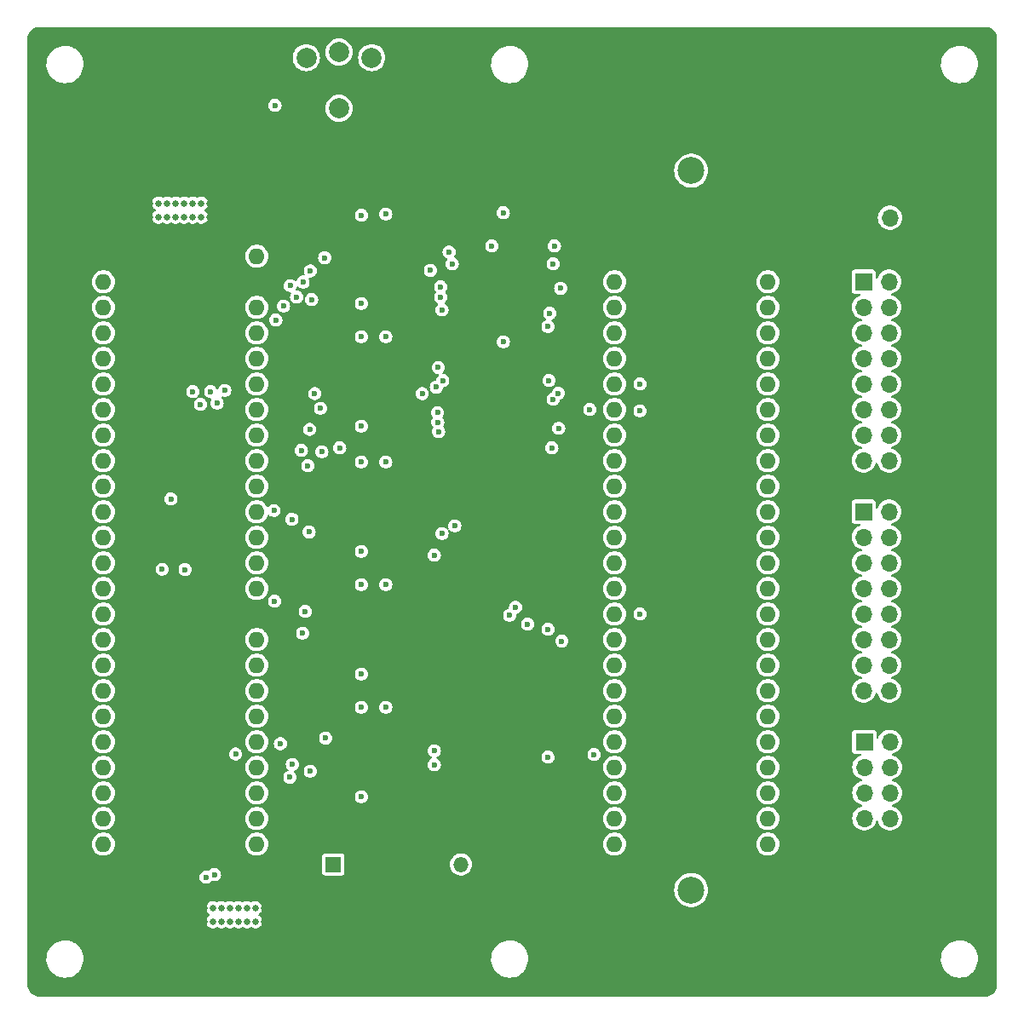
<source format=gbr>
G04 #@! TF.GenerationSoftware,KiCad,Pcbnew,7.0.11+dfsg-1build4*
G04 #@! TF.CreationDate,2024-11-26T12:30:14+09:00*
G04 #@! TF.ProjectId,base,62617365-2e6b-4696-9361-645f70636258,11*
G04 #@! TF.SameCoordinates,Original*
G04 #@! TF.FileFunction,Copper,L2,Inr*
G04 #@! TF.FilePolarity,Positive*
%FSLAX46Y46*%
G04 Gerber Fmt 4.6, Leading zero omitted, Abs format (unit mm)*
G04 Created by KiCad (PCBNEW 7.0.11+dfsg-1build4) date 2024-11-26 12:30:14*
%MOMM*%
%LPD*%
G01*
G04 APERTURE LIST*
G04 #@! TA.AperFunction,ComponentPad*
%ADD10R,1.600000X1.600000*%
G04 #@! TD*
G04 #@! TA.AperFunction,ComponentPad*
%ADD11O,1.600000X1.600000*%
G04 #@! TD*
G04 #@! TA.AperFunction,ComponentPad*
%ADD12R,1.500000X1.500000*%
G04 #@! TD*
G04 #@! TA.AperFunction,ComponentPad*
%ADD13O,1.500000X1.500000*%
G04 #@! TD*
G04 #@! TA.AperFunction,ComponentPad*
%ADD14R,1.700000X1.700000*%
G04 #@! TD*
G04 #@! TA.AperFunction,ComponentPad*
%ADD15O,1.700000X1.700000*%
G04 #@! TD*
G04 #@! TA.AperFunction,ComponentPad*
%ADD16C,2.670000*%
G04 #@! TD*
G04 #@! TA.AperFunction,ComponentPad*
%ADD17C,2.000000*%
G04 #@! TD*
G04 #@! TA.AperFunction,ComponentPad*
%ADD18C,0.650000*%
G04 #@! TD*
G04 #@! TA.AperFunction,ComponentPad*
%ADD19O,0.900000X1.700000*%
G04 #@! TD*
G04 #@! TA.AperFunction,ComponentPad*
%ADD20O,0.900000X2.400000*%
G04 #@! TD*
G04 #@! TA.AperFunction,ViaPad*
%ADD21C,0.600000*%
G04 #@! TD*
G04 APERTURE END LIST*
D10*
X80680000Y-64920000D03*
D11*
X80680000Y-67460000D03*
X80680000Y-70000000D03*
X80680000Y-72540000D03*
X80680000Y-75080000D03*
X80680000Y-77620000D03*
X80680000Y-80160000D03*
X80680000Y-82700000D03*
X80680000Y-85240000D03*
X80680000Y-87780000D03*
X80680000Y-90320000D03*
X80680000Y-92860000D03*
X80680000Y-95400000D03*
X80680000Y-97940000D03*
X80680000Y-100480000D03*
X80680000Y-103020000D03*
X80680000Y-105560000D03*
X80680000Y-108100000D03*
X80680000Y-110640000D03*
X80680000Y-113180000D03*
X80680000Y-115720000D03*
X80680000Y-118260000D03*
X80680000Y-120800000D03*
X80680000Y-123340000D03*
X95920000Y-123340000D03*
X95920000Y-120800000D03*
X95920000Y-118260000D03*
X95920000Y-115720000D03*
X95920000Y-113180000D03*
X95920000Y-110640000D03*
X95920000Y-108100000D03*
X95920000Y-105560000D03*
X95920000Y-103020000D03*
X95920000Y-100480000D03*
X95920000Y-97940000D03*
X95920000Y-95400000D03*
X95920000Y-92860000D03*
X95920000Y-90320000D03*
X95920000Y-87780000D03*
X95920000Y-85240000D03*
X95920000Y-82700000D03*
X95920000Y-80160000D03*
X95920000Y-77620000D03*
X95920000Y-75080000D03*
X95920000Y-72540000D03*
X95920000Y-70000000D03*
X95920000Y-67460000D03*
X95920000Y-64920000D03*
D12*
X103540000Y-125372000D03*
D13*
X106080000Y-125372000D03*
X111160000Y-125372000D03*
X116240000Y-125372000D03*
D14*
X156245000Y-67450000D03*
D15*
X158785000Y-67450000D03*
X156245000Y-69990000D03*
X158785000Y-69990000D03*
X156245000Y-72530000D03*
X158785000Y-72530000D03*
X156245000Y-75070000D03*
X158785000Y-75070000D03*
X156245000Y-77610000D03*
X158785000Y-77610000D03*
X156245000Y-80150000D03*
X158785000Y-80150000D03*
X156245000Y-82690000D03*
X158785000Y-82690000D03*
X156245000Y-85230000D03*
X158785000Y-85230000D03*
D10*
X131480000Y-64920000D03*
D11*
X131480000Y-67460000D03*
X131480000Y-70000000D03*
X131480000Y-72540000D03*
X131480000Y-75080000D03*
X131480000Y-77620000D03*
X131480000Y-80160000D03*
X131480000Y-82700000D03*
X131480000Y-85240000D03*
X131480000Y-87780000D03*
X131480000Y-90320000D03*
X131480000Y-92860000D03*
X131480000Y-95400000D03*
X131480000Y-97940000D03*
X131480000Y-100480000D03*
X131480000Y-103020000D03*
X131480000Y-105560000D03*
X131480000Y-108100000D03*
X131480000Y-110640000D03*
X131480000Y-113180000D03*
X131480000Y-115720000D03*
X131480000Y-118260000D03*
X131480000Y-120800000D03*
X131480000Y-123340000D03*
X146720000Y-123340000D03*
X146720000Y-120800000D03*
X146720000Y-118260000D03*
X146720000Y-115720000D03*
X146720000Y-113180000D03*
X146720000Y-110640000D03*
X146720000Y-108100000D03*
X146720000Y-105560000D03*
X146720000Y-103020000D03*
X146720000Y-100480000D03*
X146720000Y-97940000D03*
X146720000Y-95400000D03*
X146720000Y-92860000D03*
X146720000Y-90320000D03*
X146720000Y-87780000D03*
X146720000Y-85240000D03*
X146720000Y-82700000D03*
X146720000Y-80160000D03*
X146720000Y-77620000D03*
X146720000Y-75080000D03*
X146720000Y-72540000D03*
X146720000Y-70000000D03*
X146720000Y-67460000D03*
X146720000Y-64920000D03*
D16*
X139100000Y-127910000D03*
X139100000Y-56410000D03*
D14*
X156310000Y-113180000D03*
D15*
X158850000Y-113180000D03*
X156310000Y-115720000D03*
X158850000Y-115720000D03*
X156310000Y-118260000D03*
X158850000Y-118260000D03*
X156310000Y-120800000D03*
X158850000Y-120800000D03*
D14*
X156245000Y-90310000D03*
D15*
X158785000Y-90310000D03*
X156245000Y-92850000D03*
X158785000Y-92850000D03*
X156245000Y-95390000D03*
X158785000Y-95390000D03*
X156245000Y-97930000D03*
X158785000Y-97930000D03*
X156245000Y-100470000D03*
X158785000Y-100470000D03*
X156245000Y-103010000D03*
X158785000Y-103010000D03*
X156245000Y-105550000D03*
X158785000Y-105550000D03*
X156245000Y-108090000D03*
X158785000Y-108090000D03*
D17*
X100850000Y-45180000D03*
X107350000Y-45180000D03*
X100850000Y-49680000D03*
X107350000Y-49680000D03*
X104100000Y-44630000D03*
X104100000Y-50230000D03*
D18*
X90703000Y-129700500D03*
X91553000Y-129700500D03*
X92403000Y-129700500D03*
X93253000Y-129700500D03*
X94103000Y-129700500D03*
X94953000Y-129700500D03*
X95803000Y-129700500D03*
X96653000Y-129700500D03*
X96653000Y-131050500D03*
X95803000Y-131050500D03*
X94953000Y-131050500D03*
X94103000Y-131050500D03*
X93253000Y-131050500D03*
X92403000Y-131050500D03*
X91553000Y-131050500D03*
X90703000Y-131050500D03*
D19*
X89353000Y-134060500D03*
X98003000Y-134060500D03*
D20*
X89353000Y-130680500D03*
X98003000Y-130680500D03*
D14*
X158855000Y-58555000D03*
D15*
X158855000Y-61095000D03*
D18*
X85325000Y-61025000D03*
X86175000Y-61025000D03*
X87025000Y-61025000D03*
X87875000Y-61025000D03*
X88725000Y-61025000D03*
X89575000Y-61025000D03*
X90425000Y-61025000D03*
X91275000Y-61025000D03*
X91275000Y-59675000D03*
X90425000Y-59675000D03*
X89575000Y-59675000D03*
X88725000Y-59675000D03*
X87875000Y-59675000D03*
X87025000Y-59675000D03*
X86175000Y-59675000D03*
X85325000Y-59675000D03*
D19*
X83975000Y-56665000D03*
X92625000Y-56665000D03*
D20*
X83975000Y-60045000D03*
X92625000Y-60045000D03*
D21*
X102778000Y-112806000D03*
X93832123Y-114401046D03*
X135544000Y-105052000D03*
X106334000Y-60856000D03*
X97571000Y-91590000D03*
X99349000Y-89304000D03*
X120431000Y-60602000D03*
X106334000Y-109751000D03*
X108747000Y-85367000D03*
X108747000Y-60729000D03*
X84871000Y-90320000D03*
X140243000Y-75715000D03*
X135290000Y-72667000D03*
X122717000Y-94003000D03*
X115097000Y-61872000D03*
X119288000Y-80414000D03*
X119288000Y-67079000D03*
X97644000Y-90193000D03*
X87400000Y-89050000D03*
X101127000Y-92322000D03*
X101000000Y-85748000D03*
X98269500Y-113370500D03*
X100746000Y-100226000D03*
X97698000Y-99210000D03*
X106334000Y-118641000D03*
X106334000Y-97559000D03*
X106334000Y-81811000D03*
X106334000Y-94257000D03*
X106334000Y-85367000D03*
X106334000Y-106449000D03*
X106334000Y-72921000D03*
X106334000Y-69619000D03*
X101190500Y-82128500D03*
X86523397Y-96036397D03*
X102397000Y-84351000D03*
X99469954Y-115425444D03*
X88808000Y-96070000D03*
X99222000Y-116706000D03*
X101254000Y-116101000D03*
X99428765Y-91072000D03*
X104175000Y-83970000D03*
X102270000Y-80033000D03*
X100529602Y-67497602D03*
X99891733Y-68984000D03*
X100492000Y-102385000D03*
X99257300Y-67841000D03*
X91348000Y-78382000D03*
X101254000Y-66373000D03*
X91983000Y-79525000D03*
X98587000Y-69873000D03*
X101381000Y-69238000D03*
X92745000Y-78255000D03*
X102688300Y-65073000D03*
X100365000Y-84224000D03*
X97825000Y-71270000D03*
X101694900Y-78576000D03*
X108747000Y-109751000D03*
X120431000Y-73429000D03*
X108747000Y-97559000D03*
X108747000Y-72921000D03*
X119288000Y-63904000D03*
X125511000Y-63904000D03*
X115033500Y-64504000D03*
X125384000Y-65682000D03*
X115351000Y-65682000D03*
X113192000Y-66323000D03*
X126125765Y-68115235D03*
X125047250Y-70590750D03*
X114208000Y-67968000D03*
X124876000Y-71905000D03*
X114208000Y-68984000D03*
X114335000Y-70254000D03*
X129029200Y-80160000D03*
X121066000Y-100607000D03*
X122844000Y-101496000D03*
X124876000Y-102004000D03*
X126239500Y-103180500D03*
X113573000Y-114069000D03*
X124876000Y-114704000D03*
X113571450Y-115464450D03*
X129448000Y-114450000D03*
X113573000Y-94638000D03*
X134020000Y-100480000D03*
X121637500Y-99810000D03*
X114335000Y-92479000D03*
X115605000Y-91717000D03*
X113996435Y-82352765D03*
X125257000Y-83970000D03*
X113922200Y-81430000D03*
X125942800Y-82030000D03*
X134020000Y-80287000D03*
X113890500Y-80477500D03*
X112370000Y-78576000D03*
X125904926Y-78536544D03*
X113769313Y-77931687D03*
X134020000Y-77620000D03*
X125384000Y-79144000D03*
X114418735Y-77282265D03*
X124977600Y-77264400D03*
X113961000Y-75976000D03*
X97748800Y-49934000D03*
X89570000Y-78382000D03*
X90900100Y-126642000D03*
X91729000Y-126388000D03*
X90332000Y-79652000D03*
G04 #@! TA.AperFunction,Conductor*
G36*
X168313875Y-42135805D02*
G01*
X168489097Y-42149594D01*
X168504430Y-42152023D01*
X168671550Y-42192145D01*
X168686317Y-42196943D01*
X168845104Y-42262715D01*
X168858926Y-42269758D01*
X169005469Y-42359560D01*
X169018032Y-42368688D01*
X169148717Y-42480303D01*
X169159699Y-42491285D01*
X169271311Y-42621967D01*
X169280440Y-42634532D01*
X169370238Y-42781068D01*
X169377287Y-42794902D01*
X169443054Y-42953678D01*
X169447855Y-42968453D01*
X169487975Y-43135564D01*
X169490405Y-43150907D01*
X169504195Y-43326123D01*
X169504500Y-43333891D01*
X169504500Y-137306108D01*
X169504195Y-137313876D01*
X169490405Y-137489092D01*
X169487975Y-137504435D01*
X169447855Y-137671546D01*
X169443054Y-137686321D01*
X169377287Y-137845097D01*
X169370234Y-137858939D01*
X169280442Y-138005465D01*
X169271311Y-138018032D01*
X169159699Y-138148714D01*
X169148714Y-138159699D01*
X169018032Y-138271311D01*
X169005465Y-138280442D01*
X168858939Y-138370234D01*
X168845097Y-138377287D01*
X168686321Y-138443054D01*
X168671546Y-138447855D01*
X168504435Y-138487975D01*
X168489092Y-138490405D01*
X168329743Y-138502946D01*
X168313874Y-138504195D01*
X168306108Y-138504500D01*
X74333892Y-138504500D01*
X74326125Y-138504195D01*
X74307014Y-138502691D01*
X74150907Y-138490405D01*
X74135564Y-138487975D01*
X73968453Y-138447855D01*
X73953678Y-138443054D01*
X73794902Y-138377287D01*
X73781068Y-138370238D01*
X73634532Y-138280440D01*
X73621967Y-138271311D01*
X73522706Y-138186535D01*
X73491282Y-138159696D01*
X73480303Y-138148717D01*
X73368688Y-138018032D01*
X73359560Y-138005469D01*
X73269758Y-137858926D01*
X73262715Y-137845104D01*
X73196943Y-137686317D01*
X73192144Y-137671546D01*
X73152024Y-137504435D01*
X73149594Y-137489097D01*
X73135805Y-137313875D01*
X73135500Y-137306108D01*
X73135500Y-134837765D01*
X75015788Y-134837765D01*
X75045414Y-135107020D01*
X75079997Y-135239301D01*
X75113928Y-135369088D01*
X75219870Y-135618390D01*
X75291999Y-135736577D01*
X75360983Y-135849612D01*
X75450252Y-135956880D01*
X75534255Y-136057820D01*
X75735998Y-136238582D01*
X75958624Y-136385870D01*
X75961913Y-136388046D01*
X76094100Y-136450012D01*
X76207176Y-136503020D01*
X76352628Y-136546780D01*
X76466555Y-136581056D01*
X76466559Y-136581057D01*
X76466569Y-136581060D01*
X76633840Y-136605677D01*
X76734560Y-136620500D01*
X76734561Y-136620500D01*
X76937631Y-136620500D01*
X77140156Y-136605677D01*
X77404553Y-136546780D01*
X77657558Y-136450014D01*
X77893777Y-136317441D01*
X78108177Y-136151888D01*
X78296186Y-135956881D01*
X78453799Y-135736579D01*
X78577656Y-135495675D01*
X78665118Y-135239305D01*
X78714319Y-134972933D01*
X78719259Y-134837765D01*
X119211788Y-134837765D01*
X119241414Y-135107020D01*
X119275997Y-135239301D01*
X119309928Y-135369088D01*
X119415870Y-135618390D01*
X119487999Y-135736577D01*
X119556983Y-135849612D01*
X119646252Y-135956880D01*
X119730255Y-136057820D01*
X119931998Y-136238582D01*
X120154624Y-136385870D01*
X120157913Y-136388046D01*
X120290100Y-136450012D01*
X120403176Y-136503020D01*
X120548628Y-136546780D01*
X120662555Y-136581056D01*
X120662559Y-136581057D01*
X120662569Y-136581060D01*
X120829840Y-136605677D01*
X120930560Y-136620500D01*
X120930561Y-136620500D01*
X121133631Y-136620500D01*
X121336156Y-136605677D01*
X121600553Y-136546780D01*
X121853558Y-136450014D01*
X122089777Y-136317441D01*
X122304177Y-136151888D01*
X122492186Y-135956881D01*
X122649799Y-135736579D01*
X122773656Y-135495675D01*
X122861118Y-135239305D01*
X122910319Y-134972933D01*
X122915259Y-134837765D01*
X163915788Y-134837765D01*
X163945414Y-135107020D01*
X163979997Y-135239301D01*
X164013928Y-135369088D01*
X164119870Y-135618390D01*
X164191999Y-135736577D01*
X164260983Y-135849612D01*
X164350252Y-135956880D01*
X164434255Y-136057820D01*
X164635998Y-136238582D01*
X164858624Y-136385870D01*
X164861913Y-136388046D01*
X164994100Y-136450012D01*
X165107176Y-136503020D01*
X165252628Y-136546780D01*
X165366555Y-136581056D01*
X165366559Y-136581057D01*
X165366569Y-136581060D01*
X165533840Y-136605677D01*
X165634560Y-136620500D01*
X165634561Y-136620500D01*
X165837631Y-136620500D01*
X166040156Y-136605677D01*
X166304553Y-136546780D01*
X166557558Y-136450014D01*
X166793777Y-136317441D01*
X167008177Y-136151888D01*
X167196186Y-135956881D01*
X167353799Y-135736579D01*
X167477656Y-135495675D01*
X167565118Y-135239305D01*
X167614319Y-134972933D01*
X167624212Y-134702235D01*
X167594586Y-134432982D01*
X167526072Y-134170912D01*
X167420130Y-133921610D01*
X167279018Y-133690390D01*
X167105745Y-133482180D01*
X167000754Y-133388108D01*
X166904007Y-133301422D01*
X166904004Y-133301420D01*
X166904002Y-133301418D01*
X166754489Y-133202501D01*
X166678086Y-133151953D01*
X166432822Y-133036979D01*
X166173444Y-132958943D01*
X166173428Y-132958939D01*
X165905440Y-132919500D01*
X165905439Y-132919500D01*
X165702369Y-132919500D01*
X165499848Y-132934322D01*
X165235450Y-132993219D01*
X164982439Y-133089987D01*
X164746219Y-133222561D01*
X164531826Y-133388108D01*
X164343814Y-133583119D01*
X164186199Y-133803422D01*
X164062342Y-134044328D01*
X163974884Y-134300687D01*
X163974881Y-134300698D01*
X163925680Y-134567069D01*
X163915788Y-134837765D01*
X122915259Y-134837765D01*
X122920212Y-134702235D01*
X122890586Y-134432982D01*
X122822072Y-134170912D01*
X122716130Y-133921610D01*
X122575018Y-133690390D01*
X122401745Y-133482180D01*
X122296754Y-133388108D01*
X122200007Y-133301422D01*
X122200004Y-133301420D01*
X122200002Y-133301418D01*
X122050489Y-133202501D01*
X121974086Y-133151953D01*
X121728822Y-133036979D01*
X121469444Y-132958943D01*
X121469428Y-132958939D01*
X121201440Y-132919500D01*
X121201439Y-132919500D01*
X120998369Y-132919500D01*
X120795848Y-132934322D01*
X120531450Y-132993219D01*
X120278439Y-133089987D01*
X120042219Y-133222561D01*
X119827826Y-133388108D01*
X119639814Y-133583119D01*
X119482199Y-133803422D01*
X119358342Y-134044328D01*
X119270884Y-134300687D01*
X119270881Y-134300698D01*
X119221680Y-134567069D01*
X119211788Y-134837765D01*
X78719259Y-134837765D01*
X78724212Y-134702235D01*
X78694586Y-134432982D01*
X78626072Y-134170912D01*
X78520130Y-133921610D01*
X78379018Y-133690390D01*
X78205745Y-133482180D01*
X78100754Y-133388108D01*
X78004007Y-133301422D01*
X78004004Y-133301420D01*
X78004002Y-133301418D01*
X77854489Y-133202501D01*
X77778086Y-133151953D01*
X77532822Y-133036979D01*
X77273444Y-132958943D01*
X77273428Y-132958939D01*
X77005440Y-132919500D01*
X77005439Y-132919500D01*
X76802369Y-132919500D01*
X76599848Y-132934322D01*
X76335450Y-132993219D01*
X76082439Y-133089987D01*
X75846219Y-133222561D01*
X75631826Y-133388108D01*
X75443814Y-133583119D01*
X75286199Y-133803422D01*
X75162342Y-134044328D01*
X75074884Y-134300687D01*
X75074881Y-134300698D01*
X75025680Y-134567069D01*
X75015788Y-134837765D01*
X73135500Y-134837765D01*
X73135500Y-131050501D01*
X90872539Y-131050501D01*
X90892311Y-131213343D01*
X90892312Y-131213344D01*
X90950482Y-131366726D01*
X91043668Y-131501729D01*
X91043668Y-131501730D01*
X91127999Y-131576440D01*
X91166454Y-131610508D01*
X91311705Y-131686742D01*
X91470979Y-131726000D01*
X91470982Y-131726000D01*
X91635018Y-131726000D01*
X91635021Y-131726000D01*
X91794295Y-131686742D01*
X91931993Y-131614471D01*
X91992304Y-131604171D01*
X92024004Y-131614470D01*
X92161705Y-131686742D01*
X92320979Y-131726000D01*
X92320982Y-131726000D01*
X92485018Y-131726000D01*
X92485021Y-131726000D01*
X92644295Y-131686742D01*
X92781993Y-131614471D01*
X92842304Y-131604171D01*
X92874004Y-131614470D01*
X93011705Y-131686742D01*
X93170979Y-131726000D01*
X93170982Y-131726000D01*
X93335018Y-131726000D01*
X93335021Y-131726000D01*
X93494295Y-131686742D01*
X93631993Y-131614471D01*
X93692304Y-131604171D01*
X93724004Y-131614470D01*
X93861705Y-131686742D01*
X94020979Y-131726000D01*
X94020982Y-131726000D01*
X94185018Y-131726000D01*
X94185021Y-131726000D01*
X94344295Y-131686742D01*
X94481993Y-131614471D01*
X94542304Y-131604171D01*
X94574004Y-131614470D01*
X94711705Y-131686742D01*
X94870979Y-131726000D01*
X94870982Y-131726000D01*
X95035018Y-131726000D01*
X95035021Y-131726000D01*
X95194295Y-131686742D01*
X95331993Y-131614471D01*
X95392304Y-131604171D01*
X95424004Y-131614470D01*
X95561705Y-131686742D01*
X95720979Y-131726000D01*
X95720982Y-131726000D01*
X95885018Y-131726000D01*
X95885021Y-131726000D01*
X96044295Y-131686742D01*
X96189546Y-131610508D01*
X96312332Y-131501729D01*
X96405518Y-131366726D01*
X96463688Y-131213345D01*
X96483461Y-131050500D01*
X96463688Y-130887655D01*
X96405518Y-130734274D01*
X96312332Y-130599271D01*
X96312331Y-130599270D01*
X96312331Y-130599269D01*
X96189546Y-130490491D01*
X96137469Y-130463160D01*
X96094730Y-130419376D01*
X96085889Y-130358833D01*
X96114323Y-130304656D01*
X96137469Y-130287840D01*
X96189546Y-130260508D01*
X96312331Y-130151730D01*
X96312331Y-130151729D01*
X96312332Y-130151729D01*
X96405518Y-130016726D01*
X96463688Y-129863345D01*
X96483461Y-129700500D01*
X96463688Y-129537655D01*
X96405518Y-129384274D01*
X96312332Y-129249271D01*
X96312331Y-129249270D01*
X96312331Y-129249269D01*
X96189547Y-129140493D01*
X96189546Y-129140492D01*
X96044295Y-129064258D01*
X96044294Y-129064257D01*
X96044293Y-129064257D01*
X95885023Y-129025000D01*
X95885021Y-129025000D01*
X95720979Y-129025000D01*
X95720976Y-129025000D01*
X95561706Y-129064257D01*
X95424008Y-129136527D01*
X95363695Y-129146828D01*
X95331992Y-129136527D01*
X95194293Y-129064257D01*
X95035023Y-129025000D01*
X95035021Y-129025000D01*
X94870979Y-129025000D01*
X94870976Y-129025000D01*
X94711706Y-129064257D01*
X94574008Y-129136527D01*
X94513695Y-129146828D01*
X94481992Y-129136527D01*
X94344293Y-129064257D01*
X94185023Y-129025000D01*
X94185021Y-129025000D01*
X94020979Y-129025000D01*
X94020976Y-129025000D01*
X93861706Y-129064257D01*
X93724008Y-129136527D01*
X93663695Y-129146828D01*
X93631992Y-129136527D01*
X93494293Y-129064257D01*
X93335023Y-129025000D01*
X93335021Y-129025000D01*
X93170979Y-129025000D01*
X93170976Y-129025000D01*
X93011706Y-129064257D01*
X92874008Y-129136527D01*
X92813695Y-129146828D01*
X92781992Y-129136527D01*
X92644293Y-129064257D01*
X92485023Y-129025000D01*
X92485021Y-129025000D01*
X92320979Y-129025000D01*
X92320976Y-129025000D01*
X92161706Y-129064257D01*
X92024008Y-129136527D01*
X91963695Y-129146828D01*
X91931992Y-129136527D01*
X91794293Y-129064257D01*
X91635023Y-129025000D01*
X91635021Y-129025000D01*
X91470979Y-129025000D01*
X91470976Y-129025000D01*
X91311706Y-129064257D01*
X91166452Y-129140493D01*
X91043668Y-129249269D01*
X91043668Y-129249270D01*
X90950482Y-129384273D01*
X90892312Y-129537655D01*
X90892311Y-129537656D01*
X90872539Y-129700498D01*
X90872539Y-129700501D01*
X90892311Y-129863343D01*
X90892312Y-129863344D01*
X90950482Y-130016726D01*
X91043668Y-130151729D01*
X91043668Y-130151730D01*
X91127999Y-130226440D01*
X91166454Y-130260508D01*
X91218531Y-130287840D01*
X91261269Y-130331624D01*
X91270110Y-130392168D01*
X91241675Y-130446344D01*
X91218531Y-130463160D01*
X91166452Y-130490493D01*
X91043668Y-130599269D01*
X91043668Y-130599270D01*
X90950482Y-130734273D01*
X90892312Y-130887655D01*
X90892311Y-130887656D01*
X90872539Y-131050498D01*
X90872539Y-131050501D01*
X73135500Y-131050501D01*
X73135500Y-127910002D01*
X137409774Y-127910002D01*
X137428651Y-128161910D01*
X137428653Y-128161919D01*
X137484866Y-128408205D01*
X137577156Y-128643355D01*
X137577165Y-128643374D01*
X137698064Y-128852775D01*
X137703470Y-128862138D01*
X137860977Y-129059646D01*
X137865948Y-129064258D01*
X138046154Y-129231466D01*
X138046156Y-129231467D01*
X138046161Y-129231472D01*
X138254887Y-129373779D01*
X138482491Y-129483387D01*
X138723889Y-129557849D01*
X138973689Y-129595500D01*
X138973694Y-129595500D01*
X139226306Y-129595500D01*
X139226311Y-129595500D01*
X139476111Y-129557849D01*
X139717509Y-129483387D01*
X139945113Y-129373779D01*
X140153839Y-129231472D01*
X140339023Y-129059646D01*
X140496530Y-128862138D01*
X140622841Y-128643362D01*
X140715134Y-128408203D01*
X140771348Y-128161915D01*
X140790226Y-127910000D01*
X140771348Y-127658085D01*
X140715134Y-127411797D01*
X140622841Y-127176638D01*
X140622836Y-127176629D01*
X140622834Y-127176625D01*
X140547199Y-127045623D01*
X140496530Y-126957862D01*
X140339023Y-126760354D01*
X140211466Y-126641998D01*
X140153845Y-126588533D01*
X140153842Y-126588531D01*
X140153839Y-126588528D01*
X139945113Y-126446221D01*
X139717509Y-126336613D01*
X139691146Y-126328481D01*
X139476115Y-126262152D01*
X139476112Y-126262151D01*
X139476111Y-126262151D01*
X139476106Y-126262150D01*
X139476105Y-126262150D01*
X139226314Y-126224500D01*
X139226311Y-126224500D01*
X138973689Y-126224500D01*
X138973685Y-126224500D01*
X138723894Y-126262150D01*
X138723884Y-126262152D01*
X138482490Y-126336613D01*
X138254894Y-126446217D01*
X138254890Y-126446219D01*
X138254887Y-126446221D01*
X138110272Y-126544818D01*
X138046154Y-126588533D01*
X137860976Y-126760354D01*
X137703470Y-126957861D01*
X137703466Y-126957868D01*
X137577165Y-127176625D01*
X137577156Y-127176644D01*
X137484866Y-127411794D01*
X137428653Y-127658080D01*
X137428651Y-127658089D01*
X137409774Y-127909997D01*
X137409774Y-127910002D01*
X73135500Y-127910002D01*
X73135500Y-126642001D01*
X90244822Y-126642001D01*
X90263862Y-126798816D01*
X90263863Y-126798818D01*
X90312583Y-126927283D01*
X90319880Y-126946523D01*
X90409615Y-127076528D01*
X90409616Y-127076529D01*
X90409617Y-127076530D01*
X90527860Y-127181283D01*
X90667735Y-127254696D01*
X90821115Y-127292500D01*
X90821118Y-127292500D01*
X90979082Y-127292500D01*
X90979085Y-127292500D01*
X91132465Y-127254696D01*
X91272340Y-127181283D01*
X91390583Y-127076530D01*
X91411917Y-127045621D01*
X91460530Y-127008472D01*
X91517084Y-127005736D01*
X91650015Y-127038500D01*
X91650018Y-127038500D01*
X91807982Y-127038500D01*
X91807985Y-127038500D01*
X91961365Y-127000696D01*
X92101240Y-126927283D01*
X92219483Y-126822530D01*
X92309220Y-126692523D01*
X92365237Y-126544818D01*
X92384278Y-126388000D01*
X92378143Y-126337477D01*
X92365237Y-126231183D01*
X92365237Y-126231182D01*
X92336444Y-126155260D01*
X102439500Y-126155260D01*
X102446118Y-126200682D01*
X102449427Y-126223395D01*
X102500801Y-126328481D01*
X102500802Y-126328483D01*
X102583517Y-126411198D01*
X102632254Y-126435024D01*
X102688604Y-126462572D01*
X102688605Y-126462572D01*
X102688607Y-126462573D01*
X102756740Y-126472500D01*
X102756743Y-126472500D01*
X104323257Y-126472500D01*
X104323260Y-126472500D01*
X104391393Y-126462573D01*
X104496483Y-126411198D01*
X104579198Y-126328483D01*
X104630573Y-126223393D01*
X104640500Y-126155260D01*
X104640500Y-125372000D01*
X115134785Y-125372000D01*
X115153603Y-125575083D01*
X115209418Y-125771250D01*
X115300327Y-125953821D01*
X115423236Y-126116579D01*
X115573959Y-126253981D01*
X115747363Y-126361348D01*
X115937544Y-126435024D01*
X116138024Y-126472500D01*
X116341976Y-126472500D01*
X116542456Y-126435024D01*
X116732637Y-126361348D01*
X116906041Y-126253981D01*
X117056764Y-126116579D01*
X117179673Y-125953821D01*
X117270582Y-125771250D01*
X117326397Y-125575083D01*
X117345215Y-125372000D01*
X117326397Y-125168917D01*
X117270582Y-124972750D01*
X117179673Y-124790179D01*
X117056764Y-124627421D01*
X116906041Y-124490019D01*
X116732637Y-124382652D01*
X116542456Y-124308976D01*
X116542455Y-124308975D01*
X116542453Y-124308975D01*
X116341976Y-124271500D01*
X116138024Y-124271500D01*
X115937546Y-124308975D01*
X115876044Y-124332801D01*
X115747363Y-124382652D01*
X115636459Y-124451321D01*
X115573959Y-124490019D01*
X115423237Y-124627420D01*
X115300328Y-124790177D01*
X115300323Y-124790186D01*
X115209419Y-124972747D01*
X115209418Y-124972750D01*
X115153603Y-125168917D01*
X115134785Y-125372000D01*
X104640500Y-125372000D01*
X104640500Y-124588740D01*
X104630573Y-124520607D01*
X104579198Y-124415517D01*
X104496483Y-124332802D01*
X104496481Y-124332801D01*
X104391395Y-124281427D01*
X104364139Y-124277456D01*
X104323260Y-124271500D01*
X102756740Y-124271500D01*
X102722673Y-124276463D01*
X102688604Y-124281427D01*
X102583518Y-124332801D01*
X102500801Y-124415518D01*
X102449427Y-124520604D01*
X102449427Y-124520607D01*
X102439500Y-124588740D01*
X102439500Y-126155260D01*
X92336444Y-126155260D01*
X92309220Y-126083477D01*
X92219726Y-125953822D01*
X92219484Y-125953471D01*
X92101241Y-125848718D01*
X92101240Y-125848717D01*
X92031302Y-125812010D01*
X91961364Y-125775303D01*
X91807987Y-125737500D01*
X91807985Y-125737500D01*
X91650015Y-125737500D01*
X91650012Y-125737500D01*
X91496635Y-125775303D01*
X91356758Y-125848718D01*
X91238514Y-125953472D01*
X91217181Y-125984379D01*
X91168564Y-126021528D01*
X91112014Y-126024263D01*
X90979088Y-125991500D01*
X90979085Y-125991500D01*
X90821115Y-125991500D01*
X90821112Y-125991500D01*
X90667735Y-126029303D01*
X90527858Y-126102718D01*
X90409615Y-126207471D01*
X90319880Y-126337476D01*
X90263863Y-126485182D01*
X90263862Y-126485183D01*
X90244822Y-126641998D01*
X90244822Y-126642001D01*
X73135500Y-126642001D01*
X73135500Y-123340000D01*
X79524571Y-123340000D01*
X79544244Y-123552310D01*
X79602595Y-123757389D01*
X79697634Y-123948255D01*
X79826128Y-124118407D01*
X79826135Y-124118413D01*
X79983692Y-124262047D01*
X79983699Y-124262053D01*
X80087389Y-124326255D01*
X80164981Y-124374298D01*
X80363802Y-124451321D01*
X80573390Y-124490500D01*
X80786610Y-124490500D01*
X80996198Y-124451321D01*
X81195019Y-124374298D01*
X81376302Y-124262052D01*
X81533872Y-124118407D01*
X81662366Y-123948255D01*
X81757405Y-123757389D01*
X81815756Y-123552310D01*
X81835429Y-123340000D01*
X94764571Y-123340000D01*
X94784244Y-123552310D01*
X94842595Y-123757389D01*
X94937634Y-123948255D01*
X95066128Y-124118407D01*
X95066135Y-124118413D01*
X95223692Y-124262047D01*
X95223699Y-124262053D01*
X95327389Y-124326255D01*
X95404981Y-124374298D01*
X95603802Y-124451321D01*
X95813390Y-124490500D01*
X96026610Y-124490500D01*
X96236198Y-124451321D01*
X96435019Y-124374298D01*
X96616302Y-124262052D01*
X96773872Y-124118407D01*
X96902366Y-123948255D01*
X96997405Y-123757389D01*
X97055756Y-123552310D01*
X97075429Y-123340000D01*
X130324571Y-123340000D01*
X130344244Y-123552310D01*
X130402595Y-123757389D01*
X130497634Y-123948255D01*
X130626128Y-124118407D01*
X130626135Y-124118413D01*
X130783692Y-124262047D01*
X130783699Y-124262053D01*
X130887389Y-124326255D01*
X130964981Y-124374298D01*
X131163802Y-124451321D01*
X131373390Y-124490500D01*
X131586610Y-124490500D01*
X131796198Y-124451321D01*
X131995019Y-124374298D01*
X132176302Y-124262052D01*
X132333872Y-124118407D01*
X132462366Y-123948255D01*
X132557405Y-123757389D01*
X132615756Y-123552310D01*
X132635429Y-123340000D01*
X145564571Y-123340000D01*
X145584244Y-123552310D01*
X145642595Y-123757389D01*
X145737634Y-123948255D01*
X145866128Y-124118407D01*
X145866135Y-124118413D01*
X146023692Y-124262047D01*
X146023699Y-124262053D01*
X146127389Y-124326255D01*
X146204981Y-124374298D01*
X146403802Y-124451321D01*
X146613390Y-124490500D01*
X146826610Y-124490500D01*
X147036198Y-124451321D01*
X147235019Y-124374298D01*
X147416302Y-124262052D01*
X147573872Y-124118407D01*
X147702366Y-123948255D01*
X147797405Y-123757389D01*
X147855756Y-123552310D01*
X147875429Y-123340000D01*
X147855756Y-123127690D01*
X147797405Y-122922611D01*
X147702366Y-122731745D01*
X147573872Y-122561593D01*
X147519623Y-122512139D01*
X147416307Y-122417952D01*
X147416300Y-122417946D01*
X147235024Y-122305705D01*
X147235019Y-122305702D01*
X147036195Y-122228678D01*
X146826610Y-122189500D01*
X146613390Y-122189500D01*
X146403804Y-122228678D01*
X146204980Y-122305702D01*
X146204975Y-122305705D01*
X146023699Y-122417946D01*
X146023692Y-122417952D01*
X145866135Y-122561586D01*
X145866131Y-122561589D01*
X145866128Y-122561593D01*
X145866125Y-122561597D01*
X145737635Y-122731743D01*
X145737630Y-122731752D01*
X145642596Y-122922608D01*
X145584244Y-123127688D01*
X145584244Y-123127690D01*
X145564571Y-123340000D01*
X132635429Y-123340000D01*
X132615756Y-123127690D01*
X132557405Y-122922611D01*
X132462366Y-122731745D01*
X132333872Y-122561593D01*
X132279623Y-122512139D01*
X132176307Y-122417952D01*
X132176300Y-122417946D01*
X131995024Y-122305705D01*
X131995019Y-122305702D01*
X131796195Y-122228678D01*
X131586610Y-122189500D01*
X131373390Y-122189500D01*
X131163804Y-122228678D01*
X130964980Y-122305702D01*
X130964975Y-122305705D01*
X130783699Y-122417946D01*
X130783692Y-122417952D01*
X130626135Y-122561586D01*
X130626131Y-122561589D01*
X130626128Y-122561593D01*
X130626125Y-122561597D01*
X130497635Y-122731743D01*
X130497630Y-122731752D01*
X130402596Y-122922608D01*
X130344244Y-123127688D01*
X130344244Y-123127690D01*
X130324571Y-123340000D01*
X97075429Y-123340000D01*
X97055756Y-123127690D01*
X96997405Y-122922611D01*
X96902366Y-122731745D01*
X96773872Y-122561593D01*
X96719623Y-122512139D01*
X96616307Y-122417952D01*
X96616300Y-122417946D01*
X96435024Y-122305705D01*
X96435019Y-122305702D01*
X96236195Y-122228678D01*
X96026610Y-122189500D01*
X95813390Y-122189500D01*
X95603804Y-122228678D01*
X95404980Y-122305702D01*
X95404975Y-122305705D01*
X95223699Y-122417946D01*
X95223692Y-122417952D01*
X95066135Y-122561586D01*
X95066131Y-122561589D01*
X95066128Y-122561593D01*
X95066125Y-122561597D01*
X94937635Y-122731743D01*
X94937630Y-122731752D01*
X94842596Y-122922608D01*
X94784244Y-123127688D01*
X94784244Y-123127690D01*
X94764571Y-123340000D01*
X81835429Y-123340000D01*
X81815756Y-123127690D01*
X81757405Y-122922611D01*
X81662366Y-122731745D01*
X81533872Y-122561593D01*
X81479623Y-122512139D01*
X81376307Y-122417952D01*
X81376300Y-122417946D01*
X81195024Y-122305705D01*
X81195019Y-122305702D01*
X80996195Y-122228678D01*
X80786610Y-122189500D01*
X80573390Y-122189500D01*
X80363804Y-122228678D01*
X80164980Y-122305702D01*
X80164975Y-122305705D01*
X79983699Y-122417946D01*
X79983692Y-122417952D01*
X79826135Y-122561586D01*
X79826131Y-122561589D01*
X79826128Y-122561593D01*
X79826125Y-122561597D01*
X79697635Y-122731743D01*
X79697630Y-122731752D01*
X79602596Y-122922608D01*
X79544244Y-123127688D01*
X79544244Y-123127690D01*
X79524571Y-123340000D01*
X73135500Y-123340000D01*
X73135500Y-120800000D01*
X79524571Y-120800000D01*
X79544244Y-121012311D01*
X79567449Y-121093867D01*
X79602595Y-121217389D01*
X79697634Y-121408255D01*
X79826128Y-121578407D01*
X79896734Y-121642773D01*
X79983692Y-121722047D01*
X79983699Y-121722053D01*
X80048416Y-121762124D01*
X80164981Y-121834298D01*
X80363802Y-121911321D01*
X80573390Y-121950500D01*
X80786610Y-121950500D01*
X80996198Y-121911321D01*
X81195019Y-121834298D01*
X81376302Y-121722052D01*
X81533872Y-121578407D01*
X81662366Y-121408255D01*
X81757405Y-121217389D01*
X81815756Y-121012310D01*
X81835429Y-120800000D01*
X94764571Y-120800000D01*
X94784244Y-121012311D01*
X94807449Y-121093867D01*
X94842595Y-121217389D01*
X94937634Y-121408255D01*
X95066128Y-121578407D01*
X95136734Y-121642773D01*
X95223692Y-121722047D01*
X95223699Y-121722053D01*
X95288416Y-121762124D01*
X95404981Y-121834298D01*
X95603802Y-121911321D01*
X95813390Y-121950500D01*
X96026610Y-121950500D01*
X96236198Y-121911321D01*
X96435019Y-121834298D01*
X96616302Y-121722052D01*
X96773872Y-121578407D01*
X96902366Y-121408255D01*
X96997405Y-121217389D01*
X97055756Y-121012310D01*
X97075429Y-120800000D01*
X130324571Y-120800000D01*
X130344244Y-121012311D01*
X130367449Y-121093867D01*
X130402595Y-121217389D01*
X130497634Y-121408255D01*
X130626128Y-121578407D01*
X130696734Y-121642773D01*
X130783692Y-121722047D01*
X130783699Y-121722053D01*
X130848416Y-121762124D01*
X130964981Y-121834298D01*
X131163802Y-121911321D01*
X131373390Y-121950500D01*
X131586610Y-121950500D01*
X131796198Y-121911321D01*
X131995019Y-121834298D01*
X132176302Y-121722052D01*
X132333872Y-121578407D01*
X132462366Y-121408255D01*
X132557405Y-121217389D01*
X132615756Y-121012310D01*
X132635429Y-120800000D01*
X145564571Y-120800000D01*
X145584244Y-121012311D01*
X145607449Y-121093867D01*
X145642595Y-121217389D01*
X145737634Y-121408255D01*
X145866128Y-121578407D01*
X145936734Y-121642773D01*
X146023692Y-121722047D01*
X146023699Y-121722053D01*
X146088416Y-121762124D01*
X146204981Y-121834298D01*
X146403802Y-121911321D01*
X146613390Y-121950500D01*
X146826610Y-121950500D01*
X147036198Y-121911321D01*
X147235019Y-121834298D01*
X147416302Y-121722052D01*
X147573872Y-121578407D01*
X147702366Y-121408255D01*
X147797405Y-121217389D01*
X147855756Y-121012310D01*
X147875429Y-120800000D01*
X155104357Y-120800000D01*
X155124885Y-121021536D01*
X155185771Y-121235528D01*
X155284942Y-121434689D01*
X155419019Y-121612236D01*
X155583438Y-121762124D01*
X155772599Y-121879247D01*
X155980060Y-121959618D01*
X156198757Y-122000500D01*
X156421243Y-122000500D01*
X156639940Y-121959618D01*
X156847401Y-121879247D01*
X157036562Y-121762124D01*
X157200981Y-121612236D01*
X157335058Y-121434689D01*
X157434229Y-121235528D01*
X157484780Y-121057859D01*
X157518889Y-121007065D01*
X157576342Y-120986021D01*
X157635191Y-121002765D01*
X157672960Y-121050902D01*
X157675215Y-121057845D01*
X157725771Y-121235528D01*
X157824942Y-121434689D01*
X157959019Y-121612236D01*
X158123438Y-121762124D01*
X158312599Y-121879247D01*
X158520060Y-121959618D01*
X158738757Y-122000500D01*
X158961243Y-122000500D01*
X159179940Y-121959618D01*
X159387401Y-121879247D01*
X159576562Y-121762124D01*
X159740981Y-121612236D01*
X159875058Y-121434689D01*
X159974229Y-121235528D01*
X160035115Y-121021536D01*
X160055643Y-120800000D01*
X160035115Y-120578464D01*
X159974229Y-120364472D01*
X159875058Y-120165311D01*
X159740981Y-119987764D01*
X159576562Y-119837876D01*
X159387401Y-119720753D01*
X159179940Y-119640382D01*
X159179939Y-119640381D01*
X159179937Y-119640381D01*
X159110033Y-119627314D01*
X159056307Y-119598036D01*
X159030051Y-119542771D01*
X159041294Y-119482627D01*
X159085741Y-119440578D01*
X159110033Y-119432686D01*
X159179940Y-119419618D01*
X159387401Y-119339247D01*
X159576562Y-119222124D01*
X159740981Y-119072236D01*
X159875058Y-118894689D01*
X159974229Y-118695528D01*
X160035115Y-118481536D01*
X160055643Y-118260000D01*
X160035115Y-118038464D01*
X159974229Y-117824472D01*
X159875058Y-117625311D01*
X159740981Y-117447764D01*
X159576562Y-117297876D01*
X159387401Y-117180753D01*
X159179940Y-117100382D01*
X159179939Y-117100381D01*
X159179937Y-117100381D01*
X159110033Y-117087314D01*
X159056307Y-117058036D01*
X159030051Y-117002771D01*
X159041294Y-116942627D01*
X159085741Y-116900578D01*
X159110033Y-116892686D01*
X159179940Y-116879618D01*
X159387401Y-116799247D01*
X159576562Y-116682124D01*
X159740981Y-116532236D01*
X159875058Y-116354689D01*
X159974229Y-116155528D01*
X160035115Y-115941536D01*
X160055643Y-115720000D01*
X160035115Y-115498464D01*
X159974229Y-115284472D01*
X159875058Y-115085311D01*
X159740981Y-114907764D01*
X159576562Y-114757876D01*
X159387401Y-114640753D01*
X159179940Y-114560382D01*
X159179939Y-114560381D01*
X159179937Y-114560381D01*
X159110033Y-114547314D01*
X159056307Y-114518036D01*
X159030051Y-114462771D01*
X159041294Y-114402627D01*
X159085741Y-114360578D01*
X159110033Y-114352686D01*
X159179940Y-114339618D01*
X159387401Y-114259247D01*
X159576562Y-114142124D01*
X159740981Y-113992236D01*
X159875058Y-113814689D01*
X159974229Y-113615528D01*
X160035115Y-113401536D01*
X160055643Y-113180000D01*
X160035115Y-112958464D01*
X159974229Y-112744472D01*
X159875058Y-112545311D01*
X159740981Y-112367764D01*
X159576562Y-112217876D01*
X159387401Y-112100753D01*
X159179940Y-112020382D01*
X159179939Y-112020381D01*
X159179937Y-112020381D01*
X158961243Y-111979500D01*
X158738757Y-111979500D01*
X158520062Y-112020381D01*
X158467350Y-112040802D01*
X158312599Y-112100753D01*
X158123438Y-112217876D01*
X157959019Y-112367764D01*
X157956220Y-112371471D01*
X157824943Y-112545309D01*
X157824938Y-112545318D01*
X157725772Y-112744469D01*
X157725771Y-112744472D01*
X157704720Y-112818458D01*
X157670611Y-112869252D01*
X157613158Y-112890296D01*
X157554309Y-112873552D01*
X157516540Y-112825415D01*
X157510500Y-112791364D01*
X157510500Y-112296743D01*
X157510500Y-112296740D01*
X157500573Y-112228607D01*
X157449198Y-112123517D01*
X157366483Y-112040802D01*
X157366481Y-112040801D01*
X157261395Y-111989427D01*
X157234139Y-111985456D01*
X157193260Y-111979500D01*
X155426740Y-111979500D01*
X155392673Y-111984463D01*
X155358604Y-111989427D01*
X155253518Y-112040801D01*
X155170801Y-112123518D01*
X155119427Y-112228604D01*
X155119427Y-112228607D01*
X155109500Y-112296740D01*
X155109500Y-114063260D01*
X155115151Y-114102047D01*
X155119427Y-114131395D01*
X155159956Y-114214297D01*
X155170802Y-114236483D01*
X155253517Y-114319198D01*
X155276636Y-114330500D01*
X155358604Y-114370572D01*
X155358605Y-114370572D01*
X155358607Y-114370573D01*
X155426740Y-114380500D01*
X155426743Y-114380500D01*
X155914786Y-114380500D01*
X155972977Y-114399407D01*
X156008941Y-114448907D01*
X156008941Y-114510093D01*
X155972977Y-114559593D01*
X155950551Y-114571813D01*
X155772599Y-114640753D01*
X155588853Y-114754523D01*
X155583438Y-114757876D01*
X155419020Y-114907763D01*
X155284943Y-115085309D01*
X155284938Y-115085318D01*
X155185772Y-115284469D01*
X155185771Y-115284472D01*
X155124885Y-115498464D01*
X155104357Y-115720000D01*
X155124885Y-115941536D01*
X155185771Y-116155528D01*
X155284942Y-116354689D01*
X155419019Y-116532236D01*
X155583438Y-116682124D01*
X155772599Y-116799247D01*
X155980060Y-116879618D01*
X156049967Y-116892686D01*
X156103692Y-116921964D01*
X156129948Y-116977229D01*
X156118705Y-117037373D01*
X156074258Y-117079422D01*
X156049967Y-117087314D01*
X155980061Y-117100381D01*
X155876431Y-117140528D01*
X155772599Y-117180753D01*
X155668379Y-117245283D01*
X155583438Y-117297876D01*
X155419020Y-117447763D01*
X155284943Y-117625309D01*
X155284938Y-117625318D01*
X155185772Y-117824469D01*
X155185771Y-117824472D01*
X155124885Y-118038464D01*
X155104357Y-118260000D01*
X155124885Y-118481536D01*
X155185771Y-118695528D01*
X155284942Y-118894689D01*
X155419019Y-119072236D01*
X155583438Y-119222124D01*
X155772599Y-119339247D01*
X155980060Y-119419618D01*
X156049967Y-119432686D01*
X156103692Y-119461964D01*
X156129948Y-119517229D01*
X156118705Y-119577373D01*
X156074258Y-119619422D01*
X156049967Y-119627314D01*
X155980061Y-119640381D01*
X155855394Y-119688678D01*
X155772599Y-119720753D01*
X155700004Y-119765702D01*
X155583438Y-119837876D01*
X155419020Y-119987763D01*
X155284943Y-120165309D01*
X155284938Y-120165318D01*
X155185772Y-120364469D01*
X155185771Y-120364472D01*
X155124885Y-120578464D01*
X155104357Y-120800000D01*
X147875429Y-120800000D01*
X147855756Y-120587690D01*
X147797405Y-120382611D01*
X147702366Y-120191745D01*
X147573872Y-120021593D01*
X147519623Y-119972139D01*
X147416307Y-119877952D01*
X147416300Y-119877946D01*
X147235024Y-119765705D01*
X147235019Y-119765702D01*
X147036195Y-119688678D01*
X146826610Y-119649500D01*
X146613390Y-119649500D01*
X146403804Y-119688678D01*
X146204980Y-119765702D01*
X146204975Y-119765705D01*
X146023699Y-119877946D01*
X146023692Y-119877952D01*
X145866135Y-120021586D01*
X145866131Y-120021589D01*
X145866128Y-120021593D01*
X145866125Y-120021597D01*
X145737635Y-120191743D01*
X145737630Y-120191752D01*
X145642596Y-120382608D01*
X145584244Y-120587688D01*
X145564571Y-120800000D01*
X132635429Y-120800000D01*
X132615756Y-120587690D01*
X132557405Y-120382611D01*
X132462366Y-120191745D01*
X132333872Y-120021593D01*
X132279623Y-119972139D01*
X132176307Y-119877952D01*
X132176300Y-119877946D01*
X131995024Y-119765705D01*
X131995019Y-119765702D01*
X131796195Y-119688678D01*
X131586610Y-119649500D01*
X131373390Y-119649500D01*
X131163804Y-119688678D01*
X130964980Y-119765702D01*
X130964975Y-119765705D01*
X130783699Y-119877946D01*
X130783692Y-119877952D01*
X130626135Y-120021586D01*
X130626131Y-120021589D01*
X130626128Y-120021593D01*
X130626125Y-120021597D01*
X130497635Y-120191743D01*
X130497630Y-120191752D01*
X130402596Y-120382608D01*
X130344244Y-120587688D01*
X130324571Y-120800000D01*
X97075429Y-120800000D01*
X97055756Y-120587690D01*
X96997405Y-120382611D01*
X96902366Y-120191745D01*
X96773872Y-120021593D01*
X96719623Y-119972139D01*
X96616307Y-119877952D01*
X96616300Y-119877946D01*
X96435024Y-119765705D01*
X96435019Y-119765702D01*
X96236195Y-119688678D01*
X96026610Y-119649500D01*
X95813390Y-119649500D01*
X95603804Y-119688678D01*
X95404980Y-119765702D01*
X95404975Y-119765705D01*
X95223699Y-119877946D01*
X95223692Y-119877952D01*
X95066135Y-120021586D01*
X95066131Y-120021589D01*
X95066128Y-120021593D01*
X95066125Y-120021597D01*
X94937635Y-120191743D01*
X94937630Y-120191752D01*
X94842596Y-120382608D01*
X94784244Y-120587688D01*
X94764571Y-120800000D01*
X81835429Y-120800000D01*
X81815756Y-120587690D01*
X81757405Y-120382611D01*
X81662366Y-120191745D01*
X81533872Y-120021593D01*
X81479623Y-119972139D01*
X81376307Y-119877952D01*
X81376300Y-119877946D01*
X81195024Y-119765705D01*
X81195019Y-119765702D01*
X80996195Y-119688678D01*
X80786610Y-119649500D01*
X80573390Y-119649500D01*
X80363804Y-119688678D01*
X80164980Y-119765702D01*
X80164975Y-119765705D01*
X79983699Y-119877946D01*
X79983692Y-119877952D01*
X79826135Y-120021586D01*
X79826131Y-120021589D01*
X79826128Y-120021593D01*
X79826125Y-120021597D01*
X79697635Y-120191743D01*
X79697630Y-120191752D01*
X79602596Y-120382608D01*
X79544244Y-120587688D01*
X79524571Y-120800000D01*
X73135500Y-120800000D01*
X73135500Y-118260000D01*
X79524571Y-118260000D01*
X79544244Y-118472311D01*
X79567449Y-118553867D01*
X79602595Y-118677389D01*
X79697634Y-118868255D01*
X79826128Y-119038407D01*
X79866848Y-119075528D01*
X79983692Y-119182047D01*
X79983699Y-119182053D01*
X80048416Y-119222124D01*
X80164981Y-119294298D01*
X80363802Y-119371321D01*
X80573390Y-119410500D01*
X80786610Y-119410500D01*
X80996198Y-119371321D01*
X81195019Y-119294298D01*
X81376302Y-119182052D01*
X81533872Y-119038407D01*
X81662366Y-118868255D01*
X81757405Y-118677389D01*
X81815756Y-118472310D01*
X81835429Y-118260000D01*
X94764571Y-118260000D01*
X94784244Y-118472311D01*
X94807449Y-118553867D01*
X94842595Y-118677389D01*
X94937634Y-118868255D01*
X95066128Y-119038407D01*
X95106848Y-119075528D01*
X95223692Y-119182047D01*
X95223699Y-119182053D01*
X95288416Y-119222124D01*
X95404981Y-119294298D01*
X95603802Y-119371321D01*
X95813390Y-119410500D01*
X96026610Y-119410500D01*
X96236198Y-119371321D01*
X96435019Y-119294298D01*
X96616302Y-119182052D01*
X96773872Y-119038407D01*
X96902366Y-118868255D01*
X96997405Y-118677389D01*
X97007758Y-118641001D01*
X105678722Y-118641001D01*
X105697762Y-118797816D01*
X105697763Y-118797817D01*
X105753780Y-118945523D01*
X105843515Y-119075528D01*
X105843516Y-119075529D01*
X105843517Y-119075530D01*
X105961760Y-119180283D01*
X106101635Y-119253696D01*
X106255015Y-119291500D01*
X106255018Y-119291500D01*
X106412982Y-119291500D01*
X106412985Y-119291500D01*
X106566365Y-119253696D01*
X106706240Y-119180283D01*
X106824483Y-119075530D01*
X106914220Y-118945523D01*
X106970237Y-118797818D01*
X106989278Y-118641000D01*
X106970237Y-118484182D01*
X106914220Y-118336477D01*
X106861432Y-118260000D01*
X130324571Y-118260000D01*
X130344244Y-118472311D01*
X130367449Y-118553867D01*
X130402595Y-118677389D01*
X130497634Y-118868255D01*
X130626128Y-119038407D01*
X130666848Y-119075528D01*
X130783692Y-119182047D01*
X130783699Y-119182053D01*
X130848416Y-119222124D01*
X130964981Y-119294298D01*
X131163802Y-119371321D01*
X131373390Y-119410500D01*
X131586610Y-119410500D01*
X131796198Y-119371321D01*
X131995019Y-119294298D01*
X132176302Y-119182052D01*
X132333872Y-119038407D01*
X132462366Y-118868255D01*
X132557405Y-118677389D01*
X132615756Y-118472310D01*
X132635429Y-118260000D01*
X145564571Y-118260000D01*
X145584244Y-118472311D01*
X145607449Y-118553867D01*
X145642595Y-118677389D01*
X145737634Y-118868255D01*
X145866128Y-119038407D01*
X145906848Y-119075528D01*
X146023692Y-119182047D01*
X146023699Y-119182053D01*
X146088416Y-119222124D01*
X146204981Y-119294298D01*
X146403802Y-119371321D01*
X146613390Y-119410500D01*
X146826610Y-119410500D01*
X147036198Y-119371321D01*
X147235019Y-119294298D01*
X147416302Y-119182052D01*
X147573872Y-119038407D01*
X147702366Y-118868255D01*
X147797405Y-118677389D01*
X147855756Y-118472310D01*
X147875429Y-118260000D01*
X147855756Y-118047690D01*
X147797405Y-117842611D01*
X147702366Y-117651745D01*
X147573872Y-117481593D01*
X147519623Y-117432139D01*
X147416307Y-117337952D01*
X147416300Y-117337946D01*
X147235024Y-117225705D01*
X147235019Y-117225702D01*
X147036195Y-117148678D01*
X146826610Y-117109500D01*
X146613390Y-117109500D01*
X146403804Y-117148678D01*
X146204980Y-117225702D01*
X146204975Y-117225705D01*
X146023699Y-117337946D01*
X146023692Y-117337952D01*
X145866135Y-117481586D01*
X145866131Y-117481589D01*
X145866128Y-117481593D01*
X145866125Y-117481597D01*
X145737635Y-117651743D01*
X145737630Y-117651752D01*
X145642596Y-117842608D01*
X145584244Y-118047688D01*
X145564571Y-118260000D01*
X132635429Y-118260000D01*
X132615756Y-118047690D01*
X132557405Y-117842611D01*
X132462366Y-117651745D01*
X132333872Y-117481593D01*
X132279623Y-117432139D01*
X132176307Y-117337952D01*
X132176300Y-117337946D01*
X131995024Y-117225705D01*
X131995019Y-117225702D01*
X131796195Y-117148678D01*
X131586610Y-117109500D01*
X131373390Y-117109500D01*
X131163804Y-117148678D01*
X130964980Y-117225702D01*
X130964975Y-117225705D01*
X130783699Y-117337946D01*
X130783692Y-117337952D01*
X130626135Y-117481586D01*
X130626131Y-117481589D01*
X130626128Y-117481593D01*
X130626125Y-117481597D01*
X130497635Y-117651743D01*
X130497630Y-117651752D01*
X130402596Y-117842608D01*
X130344244Y-118047688D01*
X130324571Y-118260000D01*
X106861432Y-118260000D01*
X106824483Y-118206470D01*
X106706240Y-118101717D01*
X106613293Y-118052934D01*
X106566364Y-118028303D01*
X106412987Y-117990500D01*
X106412985Y-117990500D01*
X106255015Y-117990500D01*
X106255012Y-117990500D01*
X106101635Y-118028303D01*
X105961758Y-118101718D01*
X105843515Y-118206471D01*
X105753780Y-118336476D01*
X105697763Y-118484182D01*
X105697762Y-118484183D01*
X105678722Y-118640998D01*
X105678722Y-118641001D01*
X97007758Y-118641001D01*
X97055756Y-118472310D01*
X97075429Y-118260000D01*
X97055756Y-118047690D01*
X96997405Y-117842611D01*
X96902366Y-117651745D01*
X96773872Y-117481593D01*
X96719623Y-117432139D01*
X96616307Y-117337952D01*
X96616300Y-117337946D01*
X96435024Y-117225705D01*
X96435019Y-117225702D01*
X96236195Y-117148678D01*
X96026610Y-117109500D01*
X95813390Y-117109500D01*
X95603804Y-117148678D01*
X95404980Y-117225702D01*
X95404975Y-117225705D01*
X95223699Y-117337946D01*
X95223692Y-117337952D01*
X95066135Y-117481586D01*
X95066131Y-117481589D01*
X95066128Y-117481593D01*
X95066125Y-117481597D01*
X94937635Y-117651743D01*
X94937630Y-117651752D01*
X94842596Y-117842608D01*
X94784244Y-118047688D01*
X94764571Y-118260000D01*
X81835429Y-118260000D01*
X81815756Y-118047690D01*
X81757405Y-117842611D01*
X81662366Y-117651745D01*
X81533872Y-117481593D01*
X81479623Y-117432139D01*
X81376307Y-117337952D01*
X81376300Y-117337946D01*
X81195024Y-117225705D01*
X81195019Y-117225702D01*
X80996195Y-117148678D01*
X80786610Y-117109500D01*
X80573390Y-117109500D01*
X80363804Y-117148678D01*
X80164980Y-117225702D01*
X80164975Y-117225705D01*
X79983699Y-117337946D01*
X79983692Y-117337952D01*
X79826135Y-117481586D01*
X79826131Y-117481589D01*
X79826128Y-117481593D01*
X79826125Y-117481597D01*
X79697635Y-117651743D01*
X79697630Y-117651752D01*
X79602596Y-117842608D01*
X79544244Y-118047688D01*
X79524571Y-118260000D01*
X73135500Y-118260000D01*
X73135500Y-115720000D01*
X79524571Y-115720000D01*
X79544244Y-115932311D01*
X79564565Y-116003731D01*
X79602595Y-116137389D01*
X79697634Y-116328255D01*
X79826128Y-116498407D01*
X79866848Y-116535528D01*
X79983692Y-116642047D01*
X79983699Y-116642053D01*
X80048416Y-116682124D01*
X80164981Y-116754298D01*
X80363802Y-116831321D01*
X80573390Y-116870500D01*
X80786610Y-116870500D01*
X80996198Y-116831321D01*
X81195019Y-116754298D01*
X81376302Y-116642052D01*
X81533872Y-116498407D01*
X81662366Y-116328255D01*
X81757405Y-116137389D01*
X81815756Y-115932310D01*
X81835429Y-115720000D01*
X94764571Y-115720000D01*
X94784244Y-115932311D01*
X94804565Y-116003731D01*
X94842595Y-116137389D01*
X94937634Y-116328255D01*
X95066128Y-116498407D01*
X95106848Y-116535528D01*
X95223692Y-116642047D01*
X95223699Y-116642053D01*
X95288416Y-116682124D01*
X95404981Y-116754298D01*
X95603802Y-116831321D01*
X95813390Y-116870500D01*
X96026610Y-116870500D01*
X96236198Y-116831321D01*
X96435019Y-116754298D01*
X96513021Y-116706001D01*
X98566722Y-116706001D01*
X98585762Y-116862816D01*
X98585763Y-116862818D01*
X98629153Y-116977229D01*
X98641780Y-117010523D01*
X98731515Y-117140528D01*
X98731516Y-117140529D01*
X98731517Y-117140530D01*
X98849760Y-117245283D01*
X98989635Y-117318696D01*
X99143015Y-117356500D01*
X99143018Y-117356500D01*
X99300982Y-117356500D01*
X99300985Y-117356500D01*
X99454365Y-117318696D01*
X99594240Y-117245283D01*
X99712483Y-117140530D01*
X99802220Y-117010523D01*
X99858237Y-116862818D01*
X99877278Y-116706000D01*
X99869513Y-116642053D01*
X99858237Y-116549183D01*
X99858237Y-116549182D01*
X99802220Y-116401477D01*
X99712483Y-116271470D01*
X99645411Y-116212050D01*
X99614392Y-116159310D01*
X99620046Y-116101001D01*
X100598722Y-116101001D01*
X100617762Y-116257816D01*
X100617763Y-116257817D01*
X100673780Y-116405523D01*
X100763515Y-116535528D01*
X100763516Y-116535529D01*
X100763517Y-116535530D01*
X100881760Y-116640283D01*
X101021635Y-116713696D01*
X101175015Y-116751500D01*
X101175018Y-116751500D01*
X101332982Y-116751500D01*
X101332985Y-116751500D01*
X101486365Y-116713696D01*
X101626240Y-116640283D01*
X101744483Y-116535530D01*
X101834220Y-116405523D01*
X101890237Y-116257818D01*
X101909278Y-116101000D01*
X101901645Y-116038140D01*
X101890237Y-115944183D01*
X101890237Y-115944182D01*
X101834220Y-115796477D01*
X101744483Y-115666470D01*
X101626240Y-115561717D01*
X101533293Y-115512934D01*
X101486364Y-115488303D01*
X101389590Y-115464451D01*
X112916172Y-115464451D01*
X112935212Y-115621266D01*
X112935213Y-115621267D01*
X112991230Y-115768973D01*
X113080965Y-115898978D01*
X113080966Y-115898979D01*
X113080967Y-115898980D01*
X113199210Y-116003733D01*
X113339085Y-116077146D01*
X113492465Y-116114950D01*
X113492468Y-116114950D01*
X113650432Y-116114950D01*
X113650435Y-116114950D01*
X113803815Y-116077146D01*
X113943690Y-116003733D01*
X114061933Y-115898980D01*
X114151670Y-115768973D01*
X114170243Y-115720000D01*
X130324571Y-115720000D01*
X130344244Y-115932311D01*
X130364565Y-116003731D01*
X130402595Y-116137389D01*
X130497634Y-116328255D01*
X130626128Y-116498407D01*
X130666848Y-116535528D01*
X130783692Y-116642047D01*
X130783699Y-116642053D01*
X130848416Y-116682124D01*
X130964981Y-116754298D01*
X131163802Y-116831321D01*
X131373390Y-116870500D01*
X131586610Y-116870500D01*
X131796198Y-116831321D01*
X131995019Y-116754298D01*
X132176302Y-116642052D01*
X132333872Y-116498407D01*
X132462366Y-116328255D01*
X132557405Y-116137389D01*
X132615756Y-115932310D01*
X132635429Y-115720000D01*
X145564571Y-115720000D01*
X145584244Y-115932311D01*
X145604565Y-116003731D01*
X145642595Y-116137389D01*
X145737634Y-116328255D01*
X145866128Y-116498407D01*
X145906848Y-116535528D01*
X146023692Y-116642047D01*
X146023699Y-116642053D01*
X146088416Y-116682124D01*
X146204981Y-116754298D01*
X146403802Y-116831321D01*
X146613390Y-116870500D01*
X146826610Y-116870500D01*
X147036198Y-116831321D01*
X147235019Y-116754298D01*
X147416302Y-116642052D01*
X147573872Y-116498407D01*
X147702366Y-116328255D01*
X147797405Y-116137389D01*
X147855756Y-115932310D01*
X147875429Y-115720000D01*
X147855756Y-115507690D01*
X147797405Y-115302611D01*
X147702366Y-115111745D01*
X147573872Y-114941593D01*
X147519623Y-114892139D01*
X147416307Y-114797952D01*
X147416300Y-114797946D01*
X147235024Y-114685705D01*
X147235019Y-114685702D01*
X147036195Y-114608678D01*
X146826610Y-114569500D01*
X146613390Y-114569500D01*
X146403804Y-114608678D01*
X146204980Y-114685702D01*
X146204975Y-114685705D01*
X146023699Y-114797946D01*
X146023692Y-114797952D01*
X145866135Y-114941586D01*
X145866131Y-114941589D01*
X145866128Y-114941593D01*
X145866125Y-114941597D01*
X145737635Y-115111743D01*
X145737630Y-115111752D01*
X145651627Y-115284472D01*
X145642595Y-115302611D01*
X145630655Y-115344574D01*
X145584244Y-115507688D01*
X145564571Y-115720000D01*
X132635429Y-115720000D01*
X132615756Y-115507690D01*
X132557405Y-115302611D01*
X132462366Y-115111745D01*
X132333872Y-114941593D01*
X132279623Y-114892139D01*
X132176307Y-114797952D01*
X132176300Y-114797946D01*
X131995024Y-114685705D01*
X131995019Y-114685702D01*
X131796195Y-114608678D01*
X131586610Y-114569500D01*
X131373390Y-114569500D01*
X131163804Y-114608678D01*
X130964980Y-114685702D01*
X130964975Y-114685705D01*
X130783699Y-114797946D01*
X130783692Y-114797952D01*
X130626135Y-114941586D01*
X130626131Y-114941589D01*
X130626128Y-114941593D01*
X130626125Y-114941597D01*
X130497635Y-115111743D01*
X130497630Y-115111752D01*
X130411627Y-115284472D01*
X130402595Y-115302611D01*
X130390655Y-115344574D01*
X130344244Y-115507688D01*
X130324571Y-115720000D01*
X114170243Y-115720000D01*
X114207687Y-115621268D01*
X114226728Y-115464450D01*
X114226447Y-115462139D01*
X114213378Y-115354499D01*
X114207687Y-115307632D01*
X114151670Y-115159927D01*
X114100171Y-115085318D01*
X114061934Y-115029921D01*
X114043672Y-115013742D01*
X113943690Y-114925167D01*
X113821081Y-114860816D01*
X113809602Y-114854791D01*
X113766863Y-114811006D01*
X113758023Y-114750463D01*
X113782409Y-114704001D01*
X124220722Y-114704001D01*
X124239762Y-114860816D01*
X124239763Y-114860818D01*
X124288483Y-114989283D01*
X124295780Y-115008523D01*
X124385515Y-115138528D01*
X124385516Y-115138529D01*
X124385517Y-115138530D01*
X124503760Y-115243283D01*
X124643635Y-115316696D01*
X124797015Y-115354500D01*
X124797018Y-115354500D01*
X124954982Y-115354500D01*
X124954985Y-115354500D01*
X125108365Y-115316696D01*
X125248240Y-115243283D01*
X125366483Y-115138530D01*
X125456220Y-115008523D01*
X125512237Y-114860818D01*
X125529396Y-114719500D01*
X125531278Y-114704001D01*
X125531278Y-114703998D01*
X125512237Y-114547183D01*
X125512237Y-114547182D01*
X125475381Y-114450001D01*
X128792722Y-114450001D01*
X128811762Y-114606816D01*
X128811763Y-114606818D01*
X128848619Y-114704000D01*
X128867780Y-114754523D01*
X128957515Y-114884528D01*
X128957516Y-114884529D01*
X128957517Y-114884530D01*
X129075760Y-114989283D01*
X129215635Y-115062696D01*
X129369015Y-115100500D01*
X129369018Y-115100500D01*
X129526982Y-115100500D01*
X129526985Y-115100500D01*
X129680365Y-115062696D01*
X129820240Y-114989283D01*
X129938483Y-114884530D01*
X130028220Y-114754523D01*
X130084237Y-114606818D01*
X130103278Y-114450000D01*
X130103145Y-114448907D01*
X130084237Y-114293183D01*
X130084237Y-114293182D01*
X130028220Y-114145477D01*
X129942300Y-114021000D01*
X129938484Y-114015471D01*
X129820241Y-113910718D01*
X129820240Y-113910717D01*
X129726967Y-113861763D01*
X129680364Y-113837303D01*
X129526987Y-113799500D01*
X129526985Y-113799500D01*
X129369015Y-113799500D01*
X129369012Y-113799500D01*
X129215635Y-113837303D01*
X129075758Y-113910718D01*
X128957515Y-114015471D01*
X128867780Y-114145476D01*
X128811763Y-114293182D01*
X128811762Y-114293183D01*
X128792722Y-114449998D01*
X128792722Y-114450001D01*
X125475381Y-114450001D01*
X125456220Y-114399477D01*
X125366483Y-114269470D01*
X125248240Y-114164717D01*
X125178302Y-114128010D01*
X125108364Y-114091303D01*
X124954987Y-114053500D01*
X124954985Y-114053500D01*
X124797015Y-114053500D01*
X124797012Y-114053500D01*
X124643635Y-114091303D01*
X124503758Y-114164718D01*
X124385515Y-114269471D01*
X124295780Y-114399476D01*
X124239763Y-114547182D01*
X124239762Y-114547183D01*
X124220722Y-114703998D01*
X124220722Y-114704001D01*
X113782409Y-114704001D01*
X113786458Y-114696286D01*
X113809595Y-114679475D01*
X113945240Y-114608283D01*
X114063483Y-114503530D01*
X114153220Y-114373523D01*
X114209237Y-114225818D01*
X114228278Y-114069000D01*
X114221778Y-114015471D01*
X114209237Y-113912183D01*
X114209237Y-113912182D01*
X114153220Y-113764477D01*
X114063483Y-113634470D01*
X113945240Y-113529717D01*
X113839996Y-113474480D01*
X113805364Y-113456303D01*
X113651987Y-113418500D01*
X113651985Y-113418500D01*
X113494015Y-113418500D01*
X113494012Y-113418500D01*
X113340635Y-113456303D01*
X113200758Y-113529718D01*
X113082515Y-113634471D01*
X112992780Y-113764476D01*
X112936763Y-113912182D01*
X112936762Y-113912183D01*
X112917722Y-114068998D01*
X112917722Y-114069001D01*
X112936762Y-114225816D01*
X112936763Y-114225818D01*
X112961605Y-114291321D01*
X112992780Y-114373523D01*
X113082515Y-114503528D01*
X113082516Y-114503529D01*
X113082517Y-114503530D01*
X113200760Y-114608283D01*
X113334847Y-114678658D01*
X113377586Y-114722443D01*
X113386426Y-114782986D01*
X113357991Y-114837163D01*
X113334847Y-114853978D01*
X113199208Y-114925168D01*
X113080965Y-115029921D01*
X112991230Y-115159926D01*
X112935213Y-115307632D01*
X112935212Y-115307633D01*
X112916172Y-115464448D01*
X112916172Y-115464451D01*
X101389590Y-115464451D01*
X101332987Y-115450500D01*
X101332985Y-115450500D01*
X101175015Y-115450500D01*
X101175012Y-115450500D01*
X101021635Y-115488303D01*
X100881758Y-115561718D01*
X100763515Y-115666471D01*
X100673780Y-115796476D01*
X100617763Y-115944182D01*
X100617762Y-115944183D01*
X100598722Y-116100998D01*
X100598722Y-116101001D01*
X99620046Y-116101001D01*
X99620297Y-116098410D01*
X99660871Y-116052612D01*
X99687368Y-116041824D01*
X99702319Y-116038140D01*
X99842194Y-115964727D01*
X99960437Y-115859974D01*
X100050174Y-115729967D01*
X100106191Y-115582262D01*
X100125232Y-115425444D01*
X100106191Y-115268626D01*
X100050174Y-115120921D01*
X100002287Y-115051545D01*
X99960438Y-114990915D01*
X99904757Y-114941586D01*
X99842194Y-114886161D01*
X99772256Y-114849454D01*
X99702318Y-114812747D01*
X99548941Y-114774944D01*
X99548939Y-114774944D01*
X99390969Y-114774944D01*
X99390966Y-114774944D01*
X99237589Y-114812747D01*
X99097712Y-114886162D01*
X98979469Y-114990915D01*
X98889734Y-115120920D01*
X98833717Y-115268626D01*
X98833716Y-115268627D01*
X98814676Y-115425442D01*
X98814676Y-115425445D01*
X98833716Y-115582260D01*
X98833717Y-115582262D01*
X98848510Y-115621267D01*
X98889734Y-115729967D01*
X98979469Y-115859972D01*
X99046542Y-115919393D01*
X99077561Y-115972133D01*
X99071656Y-116033033D01*
X99031082Y-116078831D01*
X99004586Y-116089619D01*
X98989635Y-116093304D01*
X98849758Y-116166718D01*
X98731515Y-116271471D01*
X98641780Y-116401476D01*
X98585763Y-116549182D01*
X98585762Y-116549183D01*
X98566722Y-116705998D01*
X98566722Y-116706001D01*
X96513021Y-116706001D01*
X96616302Y-116642052D01*
X96773872Y-116498407D01*
X96902366Y-116328255D01*
X96997405Y-116137389D01*
X97055756Y-115932310D01*
X97075429Y-115720000D01*
X97055756Y-115507690D01*
X96997405Y-115302611D01*
X96902366Y-115111745D01*
X96773872Y-114941593D01*
X96719623Y-114892139D01*
X96616307Y-114797952D01*
X96616300Y-114797946D01*
X96435024Y-114685705D01*
X96435019Y-114685702D01*
X96236195Y-114608678D01*
X96026610Y-114569500D01*
X95813390Y-114569500D01*
X95603804Y-114608678D01*
X95404980Y-114685702D01*
X95404975Y-114685705D01*
X95223699Y-114797946D01*
X95223692Y-114797952D01*
X95066135Y-114941586D01*
X95066131Y-114941589D01*
X95066128Y-114941593D01*
X95066125Y-114941597D01*
X94937635Y-115111743D01*
X94937630Y-115111752D01*
X94851627Y-115284472D01*
X94842595Y-115302611D01*
X94830655Y-115344574D01*
X94784244Y-115507688D01*
X94764571Y-115720000D01*
X81835429Y-115720000D01*
X81815756Y-115507690D01*
X81757405Y-115302611D01*
X81662366Y-115111745D01*
X81533872Y-114941593D01*
X81479623Y-114892139D01*
X81376307Y-114797952D01*
X81376300Y-114797946D01*
X81195024Y-114685705D01*
X81195019Y-114685702D01*
X80996195Y-114608678D01*
X80786610Y-114569500D01*
X80573390Y-114569500D01*
X80363804Y-114608678D01*
X80164980Y-114685702D01*
X80164975Y-114685705D01*
X79983699Y-114797946D01*
X79983692Y-114797952D01*
X79826135Y-114941586D01*
X79826131Y-114941589D01*
X79826128Y-114941593D01*
X79826125Y-114941597D01*
X79697635Y-115111743D01*
X79697630Y-115111752D01*
X79611627Y-115284472D01*
X79602595Y-115302611D01*
X79590655Y-115344574D01*
X79544244Y-115507688D01*
X79524571Y-115720000D01*
X73135500Y-115720000D01*
X73135500Y-114401047D01*
X93176845Y-114401047D01*
X93195885Y-114557862D01*
X93195886Y-114557864D01*
X93244370Y-114685705D01*
X93251903Y-114705569D01*
X93341638Y-114835574D01*
X93341639Y-114835575D01*
X93341640Y-114835576D01*
X93459883Y-114940329D01*
X93599758Y-115013742D01*
X93753138Y-115051546D01*
X93753141Y-115051546D01*
X93911105Y-115051546D01*
X93911108Y-115051546D01*
X94064488Y-115013742D01*
X94204363Y-114940329D01*
X94322606Y-114835576D01*
X94412343Y-114705569D01*
X94468360Y-114557864D01*
X94487401Y-114401046D01*
X94487210Y-114399477D01*
X94470184Y-114259247D01*
X94468360Y-114244228D01*
X94412343Y-114096523D01*
X94340359Y-113992236D01*
X94322607Y-113966517D01*
X94313460Y-113958413D01*
X94204363Y-113861763D01*
X94096265Y-113805028D01*
X94064487Y-113788349D01*
X93911110Y-113750546D01*
X93911108Y-113750546D01*
X93753138Y-113750546D01*
X93753135Y-113750546D01*
X93599758Y-113788349D01*
X93459881Y-113861764D01*
X93341638Y-113966517D01*
X93251903Y-114096522D01*
X93195886Y-114244228D01*
X93195885Y-114244229D01*
X93176845Y-114401044D01*
X93176845Y-114401047D01*
X73135500Y-114401047D01*
X73135500Y-113180000D01*
X79524571Y-113180000D01*
X79544244Y-113392311D01*
X79562452Y-113456303D01*
X79602595Y-113597389D01*
X79697634Y-113788255D01*
X79826128Y-113958407D01*
X79888723Y-114015470D01*
X79983692Y-114102047D01*
X79983699Y-114102053D01*
X80084905Y-114164717D01*
X80164981Y-114214298D01*
X80363802Y-114291321D01*
X80573390Y-114330500D01*
X80786610Y-114330500D01*
X80996198Y-114291321D01*
X81195019Y-114214298D01*
X81376302Y-114102052D01*
X81533872Y-113958407D01*
X81662366Y-113788255D01*
X81757405Y-113597389D01*
X81815756Y-113392310D01*
X81835429Y-113180000D01*
X94764571Y-113180000D01*
X94784244Y-113392311D01*
X94802452Y-113456303D01*
X94842595Y-113597389D01*
X94937634Y-113788255D01*
X95066128Y-113958407D01*
X95128723Y-114015470D01*
X95223692Y-114102047D01*
X95223699Y-114102053D01*
X95324905Y-114164717D01*
X95404981Y-114214298D01*
X95603802Y-114291321D01*
X95813390Y-114330500D01*
X96026610Y-114330500D01*
X96236198Y-114291321D01*
X96435019Y-114214298D01*
X96616302Y-114102052D01*
X96773872Y-113958407D01*
X96902366Y-113788255D01*
X96997405Y-113597389D01*
X97055756Y-113392310D01*
X97057777Y-113370501D01*
X97614222Y-113370501D01*
X97633262Y-113527316D01*
X97633263Y-113527318D01*
X97659838Y-113597391D01*
X97689280Y-113675023D01*
X97779015Y-113805028D01*
X97779016Y-113805029D01*
X97779017Y-113805030D01*
X97897260Y-113909783D01*
X98037135Y-113983196D01*
X98190515Y-114021000D01*
X98190518Y-114021000D01*
X98348482Y-114021000D01*
X98348485Y-114021000D01*
X98501865Y-113983196D01*
X98641740Y-113909783D01*
X98759983Y-113805030D01*
X98849720Y-113675023D01*
X98905737Y-113527318D01*
X98924778Y-113370500D01*
X98905737Y-113213682D01*
X98849720Y-113065977D01*
X98778514Y-112962817D01*
X98759984Y-112935971D01*
X98641741Y-112831218D01*
X98641740Y-112831217D01*
X98593695Y-112806001D01*
X102122722Y-112806001D01*
X102141762Y-112962816D01*
X102141763Y-112962817D01*
X102197780Y-113110523D01*
X102287515Y-113240528D01*
X102287516Y-113240529D01*
X102287517Y-113240530D01*
X102405760Y-113345283D01*
X102545635Y-113418696D01*
X102699015Y-113456500D01*
X102699018Y-113456500D01*
X102856982Y-113456500D01*
X102856985Y-113456500D01*
X103010365Y-113418696D01*
X103150240Y-113345283D01*
X103268483Y-113240530D01*
X103310264Y-113180000D01*
X130324571Y-113180000D01*
X130344244Y-113392311D01*
X130362452Y-113456303D01*
X130402595Y-113597389D01*
X130497634Y-113788255D01*
X130626128Y-113958407D01*
X130688723Y-114015470D01*
X130783692Y-114102047D01*
X130783699Y-114102053D01*
X130884905Y-114164717D01*
X130964981Y-114214298D01*
X131163802Y-114291321D01*
X131373390Y-114330500D01*
X131586610Y-114330500D01*
X131796198Y-114291321D01*
X131995019Y-114214298D01*
X132176302Y-114102052D01*
X132333872Y-113958407D01*
X132462366Y-113788255D01*
X132557405Y-113597389D01*
X132615756Y-113392310D01*
X132635429Y-113180000D01*
X145564571Y-113180000D01*
X145584244Y-113392311D01*
X145602452Y-113456303D01*
X145642595Y-113597389D01*
X145737634Y-113788255D01*
X145866128Y-113958407D01*
X145928723Y-114015470D01*
X146023692Y-114102047D01*
X146023699Y-114102053D01*
X146124905Y-114164717D01*
X146204981Y-114214298D01*
X146403802Y-114291321D01*
X146613390Y-114330500D01*
X146826610Y-114330500D01*
X147036198Y-114291321D01*
X147235019Y-114214298D01*
X147416302Y-114102052D01*
X147573872Y-113958407D01*
X147702366Y-113788255D01*
X147797405Y-113597389D01*
X147855756Y-113392310D01*
X147875429Y-113180000D01*
X147855756Y-112967690D01*
X147797405Y-112762611D01*
X147702366Y-112571745D01*
X147573872Y-112401593D01*
X147458855Y-112296740D01*
X147416307Y-112257952D01*
X147416300Y-112257946D01*
X147235024Y-112145705D01*
X147235019Y-112145702D01*
X147036195Y-112068678D01*
X146826610Y-112029500D01*
X146613390Y-112029500D01*
X146403804Y-112068678D01*
X146204980Y-112145702D01*
X146204975Y-112145705D01*
X146023699Y-112257946D01*
X146023692Y-112257952D01*
X145866135Y-112401586D01*
X145866131Y-112401589D01*
X145866128Y-112401593D01*
X145866125Y-112401597D01*
X145737635Y-112571743D01*
X145737630Y-112571752D01*
X145642596Y-112762608D01*
X145584244Y-112967688D01*
X145564571Y-113180000D01*
X132635429Y-113180000D01*
X132615756Y-112967690D01*
X132557405Y-112762611D01*
X132462366Y-112571745D01*
X132333872Y-112401593D01*
X132218855Y-112296740D01*
X132176307Y-112257952D01*
X132176300Y-112257946D01*
X131995024Y-112145705D01*
X131995019Y-112145702D01*
X131796195Y-112068678D01*
X131586610Y-112029500D01*
X131373390Y-112029500D01*
X131163804Y-112068678D01*
X130964980Y-112145702D01*
X130964975Y-112145705D01*
X130783699Y-112257946D01*
X130783692Y-112257952D01*
X130626135Y-112401586D01*
X130626131Y-112401589D01*
X130626128Y-112401593D01*
X130626125Y-112401597D01*
X130497635Y-112571743D01*
X130497630Y-112571752D01*
X130402596Y-112762608D01*
X130344244Y-112967688D01*
X130324571Y-113180000D01*
X103310264Y-113180000D01*
X103358220Y-113110523D01*
X103414237Y-112962818D01*
X103430921Y-112825415D01*
X103433278Y-112806001D01*
X103433278Y-112805998D01*
X103414237Y-112649183D01*
X103414237Y-112649182D01*
X103358220Y-112501477D01*
X103289275Y-112401593D01*
X103268484Y-112371471D01*
X103264299Y-112367763D01*
X103150240Y-112266717D01*
X103077623Y-112228604D01*
X103010364Y-112193303D01*
X102856987Y-112155500D01*
X102856985Y-112155500D01*
X102699015Y-112155500D01*
X102699012Y-112155500D01*
X102545635Y-112193303D01*
X102405758Y-112266718D01*
X102287515Y-112371471D01*
X102197780Y-112501476D01*
X102141763Y-112649182D01*
X102141762Y-112649183D01*
X102122722Y-112805998D01*
X102122722Y-112806001D01*
X98593695Y-112806001D01*
X98565807Y-112791364D01*
X98501864Y-112757803D01*
X98348487Y-112720000D01*
X98348485Y-112720000D01*
X98190515Y-112720000D01*
X98190512Y-112720000D01*
X98037135Y-112757803D01*
X97897258Y-112831218D01*
X97779015Y-112935971D01*
X97689280Y-113065976D01*
X97633263Y-113213682D01*
X97633262Y-113213683D01*
X97614222Y-113370498D01*
X97614222Y-113370501D01*
X97057777Y-113370501D01*
X97075429Y-113180000D01*
X97055756Y-112967690D01*
X96997405Y-112762611D01*
X96902366Y-112571745D01*
X96773872Y-112401593D01*
X96658855Y-112296740D01*
X96616307Y-112257952D01*
X96616300Y-112257946D01*
X96435024Y-112145705D01*
X96435019Y-112145702D01*
X96236195Y-112068678D01*
X96026610Y-112029500D01*
X95813390Y-112029500D01*
X95603804Y-112068678D01*
X95404980Y-112145702D01*
X95404975Y-112145705D01*
X95223699Y-112257946D01*
X95223692Y-112257952D01*
X95066135Y-112401586D01*
X95066131Y-112401589D01*
X95066128Y-112401593D01*
X95066125Y-112401597D01*
X94937635Y-112571743D01*
X94937630Y-112571752D01*
X94842596Y-112762608D01*
X94784244Y-112967688D01*
X94764571Y-113180000D01*
X81835429Y-113180000D01*
X81815756Y-112967690D01*
X81757405Y-112762611D01*
X81662366Y-112571745D01*
X81533872Y-112401593D01*
X81418855Y-112296740D01*
X81376307Y-112257952D01*
X81376300Y-112257946D01*
X81195024Y-112145705D01*
X81195019Y-112145702D01*
X80996195Y-112068678D01*
X80786610Y-112029500D01*
X80573390Y-112029500D01*
X80363804Y-112068678D01*
X80164980Y-112145702D01*
X80164975Y-112145705D01*
X79983699Y-112257946D01*
X79983692Y-112257952D01*
X79826135Y-112401586D01*
X79826131Y-112401589D01*
X79826128Y-112401593D01*
X79826125Y-112401597D01*
X79697635Y-112571743D01*
X79697630Y-112571752D01*
X79602596Y-112762608D01*
X79544244Y-112967688D01*
X79524571Y-113180000D01*
X73135500Y-113180000D01*
X73135500Y-110640000D01*
X79524571Y-110640000D01*
X79544244Y-110852310D01*
X79602595Y-111057389D01*
X79697634Y-111248255D01*
X79826128Y-111418407D01*
X79826135Y-111418413D01*
X79983692Y-111562047D01*
X79983699Y-111562053D01*
X80087389Y-111626255D01*
X80164981Y-111674298D01*
X80363802Y-111751321D01*
X80573390Y-111790500D01*
X80786610Y-111790500D01*
X80996198Y-111751321D01*
X81195019Y-111674298D01*
X81376302Y-111562052D01*
X81533872Y-111418407D01*
X81662366Y-111248255D01*
X81757405Y-111057389D01*
X81815756Y-110852310D01*
X81835429Y-110640000D01*
X94764571Y-110640000D01*
X94784244Y-110852310D01*
X94842595Y-111057389D01*
X94937634Y-111248255D01*
X95066128Y-111418407D01*
X95066135Y-111418413D01*
X95223692Y-111562047D01*
X95223699Y-111562053D01*
X95327389Y-111626255D01*
X95404981Y-111674298D01*
X95603802Y-111751321D01*
X95813390Y-111790500D01*
X96026610Y-111790500D01*
X96236198Y-111751321D01*
X96435019Y-111674298D01*
X96616302Y-111562052D01*
X96773872Y-111418407D01*
X96902366Y-111248255D01*
X96997405Y-111057389D01*
X97055756Y-110852310D01*
X97075429Y-110640000D01*
X130324571Y-110640000D01*
X130344244Y-110852310D01*
X130402595Y-111057389D01*
X130497634Y-111248255D01*
X130626128Y-111418407D01*
X130626135Y-111418413D01*
X130783692Y-111562047D01*
X130783699Y-111562053D01*
X130887389Y-111626255D01*
X130964981Y-111674298D01*
X131163802Y-111751321D01*
X131373390Y-111790500D01*
X131586610Y-111790500D01*
X131796198Y-111751321D01*
X131995019Y-111674298D01*
X132176302Y-111562052D01*
X132333872Y-111418407D01*
X132462366Y-111248255D01*
X132557405Y-111057389D01*
X132615756Y-110852310D01*
X132635429Y-110640000D01*
X145564571Y-110640000D01*
X145584244Y-110852310D01*
X145642595Y-111057389D01*
X145737634Y-111248255D01*
X145866128Y-111418407D01*
X145866135Y-111418413D01*
X146023692Y-111562047D01*
X146023699Y-111562053D01*
X146127389Y-111626255D01*
X146204981Y-111674298D01*
X146403802Y-111751321D01*
X146613390Y-111790500D01*
X146826610Y-111790500D01*
X147036198Y-111751321D01*
X147235019Y-111674298D01*
X147416302Y-111562052D01*
X147573872Y-111418407D01*
X147702366Y-111248255D01*
X147797405Y-111057389D01*
X147855756Y-110852310D01*
X147875429Y-110640000D01*
X147855756Y-110427690D01*
X147797405Y-110222611D01*
X147702366Y-110031745D01*
X147573872Y-109861593D01*
X147519623Y-109812139D01*
X147416307Y-109717952D01*
X147416300Y-109717946D01*
X147235024Y-109605705D01*
X147235019Y-109605702D01*
X147036195Y-109528678D01*
X146826610Y-109489500D01*
X146613390Y-109489500D01*
X146403804Y-109528678D01*
X146204980Y-109605702D01*
X146204975Y-109605705D01*
X146023699Y-109717946D01*
X146023692Y-109717952D01*
X145866135Y-109861586D01*
X145866131Y-109861589D01*
X145866128Y-109861593D01*
X145866125Y-109861597D01*
X145737635Y-110031743D01*
X145737630Y-110031752D01*
X145642596Y-110222608D01*
X145584244Y-110427688D01*
X145584244Y-110427690D01*
X145564571Y-110640000D01*
X132635429Y-110640000D01*
X132615756Y-110427690D01*
X132557405Y-110222611D01*
X132462366Y-110031745D01*
X132333872Y-109861593D01*
X132279623Y-109812139D01*
X132176307Y-109717952D01*
X132176300Y-109717946D01*
X131995024Y-109605705D01*
X131995019Y-109605702D01*
X131796195Y-109528678D01*
X131586610Y-109489500D01*
X131373390Y-109489500D01*
X131163804Y-109528678D01*
X130964980Y-109605702D01*
X130964975Y-109605705D01*
X130783699Y-109717946D01*
X130783692Y-109717952D01*
X130626135Y-109861586D01*
X130626131Y-109861589D01*
X130626128Y-109861593D01*
X130626125Y-109861597D01*
X130497635Y-110031743D01*
X130497630Y-110031752D01*
X130402596Y-110222608D01*
X130344244Y-110427688D01*
X130344244Y-110427690D01*
X130324571Y-110640000D01*
X97075429Y-110640000D01*
X97055756Y-110427690D01*
X96997405Y-110222611D01*
X96902366Y-110031745D01*
X96773872Y-109861593D01*
X96719623Y-109812139D01*
X96652559Y-109751001D01*
X105678722Y-109751001D01*
X105697762Y-109907816D01*
X105697763Y-109907818D01*
X105744762Y-110031745D01*
X105753780Y-110055523D01*
X105843515Y-110185528D01*
X105843516Y-110185529D01*
X105843517Y-110185530D01*
X105961760Y-110290283D01*
X106101635Y-110363696D01*
X106255015Y-110401500D01*
X106255018Y-110401500D01*
X106412982Y-110401500D01*
X106412985Y-110401500D01*
X106566365Y-110363696D01*
X106706240Y-110290283D01*
X106824483Y-110185530D01*
X106914220Y-110055523D01*
X106970237Y-109907818D01*
X106989278Y-109751001D01*
X108091722Y-109751001D01*
X108110762Y-109907816D01*
X108110763Y-109907818D01*
X108157762Y-110031745D01*
X108166780Y-110055523D01*
X108256515Y-110185528D01*
X108256516Y-110185529D01*
X108256517Y-110185530D01*
X108374760Y-110290283D01*
X108514635Y-110363696D01*
X108668015Y-110401500D01*
X108668018Y-110401500D01*
X108825982Y-110401500D01*
X108825985Y-110401500D01*
X108979365Y-110363696D01*
X109119240Y-110290283D01*
X109237483Y-110185530D01*
X109327220Y-110055523D01*
X109383237Y-109907818D01*
X109402278Y-109751000D01*
X109383237Y-109594182D01*
X109327220Y-109446477D01*
X109237483Y-109316470D01*
X109119240Y-109211717D01*
X109038319Y-109169246D01*
X108979364Y-109138303D01*
X108825987Y-109100500D01*
X108825985Y-109100500D01*
X108668015Y-109100500D01*
X108668012Y-109100500D01*
X108514635Y-109138303D01*
X108374758Y-109211718D01*
X108256515Y-109316471D01*
X108166780Y-109446476D01*
X108110763Y-109594182D01*
X108110762Y-109594183D01*
X108091722Y-109750998D01*
X108091722Y-109751001D01*
X106989278Y-109751001D01*
X106989278Y-109751000D01*
X106970237Y-109594182D01*
X106914220Y-109446477D01*
X106824483Y-109316470D01*
X106706240Y-109211717D01*
X106625319Y-109169246D01*
X106566364Y-109138303D01*
X106412987Y-109100500D01*
X106412985Y-109100500D01*
X106255015Y-109100500D01*
X106255012Y-109100500D01*
X106101635Y-109138303D01*
X105961758Y-109211718D01*
X105843515Y-109316471D01*
X105753780Y-109446476D01*
X105697763Y-109594182D01*
X105697762Y-109594183D01*
X105678722Y-109750998D01*
X105678722Y-109751001D01*
X96652559Y-109751001D01*
X96616307Y-109717952D01*
X96616300Y-109717946D01*
X96435024Y-109605705D01*
X96435019Y-109605702D01*
X96236195Y-109528678D01*
X96026610Y-109489500D01*
X95813390Y-109489500D01*
X95603804Y-109528678D01*
X95404980Y-109605702D01*
X95404975Y-109605705D01*
X95223699Y-109717946D01*
X95223692Y-109717952D01*
X95066135Y-109861586D01*
X95066131Y-109861589D01*
X95066128Y-109861593D01*
X95066125Y-109861597D01*
X94937635Y-110031743D01*
X94937630Y-110031752D01*
X94842596Y-110222608D01*
X94784244Y-110427688D01*
X94784244Y-110427690D01*
X94764571Y-110640000D01*
X81835429Y-110640000D01*
X81815756Y-110427690D01*
X81757405Y-110222611D01*
X81662366Y-110031745D01*
X81533872Y-109861593D01*
X81479623Y-109812139D01*
X81376307Y-109717952D01*
X81376300Y-109717946D01*
X81195024Y-109605705D01*
X81195019Y-109605702D01*
X80996195Y-109528678D01*
X80786610Y-109489500D01*
X80573390Y-109489500D01*
X80363804Y-109528678D01*
X80164980Y-109605702D01*
X80164975Y-109605705D01*
X79983699Y-109717946D01*
X79983692Y-109717952D01*
X79826135Y-109861586D01*
X79826131Y-109861589D01*
X79826128Y-109861593D01*
X79826125Y-109861597D01*
X79697635Y-110031743D01*
X79697630Y-110031752D01*
X79602596Y-110222608D01*
X79544244Y-110427688D01*
X79544244Y-110427690D01*
X79524571Y-110640000D01*
X73135500Y-110640000D01*
X73135500Y-108100000D01*
X79524571Y-108100000D01*
X79544244Y-108312310D01*
X79602595Y-108517389D01*
X79697634Y-108708255D01*
X79826128Y-108878407D01*
X79826135Y-108878413D01*
X79983692Y-109022047D01*
X79983699Y-109022053D01*
X80087389Y-109086255D01*
X80164981Y-109134298D01*
X80363802Y-109211321D01*
X80573390Y-109250500D01*
X80786610Y-109250500D01*
X80996198Y-109211321D01*
X81195019Y-109134298D01*
X81376302Y-109022052D01*
X81533872Y-108878407D01*
X81662366Y-108708255D01*
X81757405Y-108517389D01*
X81815756Y-108312310D01*
X81835429Y-108100000D01*
X94764571Y-108100000D01*
X94784244Y-108312310D01*
X94842595Y-108517389D01*
X94937634Y-108708255D01*
X95066128Y-108878407D01*
X95066135Y-108878413D01*
X95223692Y-109022047D01*
X95223699Y-109022053D01*
X95327389Y-109086255D01*
X95404981Y-109134298D01*
X95603802Y-109211321D01*
X95813390Y-109250500D01*
X96026610Y-109250500D01*
X96236198Y-109211321D01*
X96435019Y-109134298D01*
X96616302Y-109022052D01*
X96773872Y-108878407D01*
X96902366Y-108708255D01*
X96997405Y-108517389D01*
X97055756Y-108312310D01*
X97075429Y-108100000D01*
X130324571Y-108100000D01*
X130344244Y-108312310D01*
X130402595Y-108517389D01*
X130497634Y-108708255D01*
X130626128Y-108878407D01*
X130626135Y-108878413D01*
X130783692Y-109022047D01*
X130783699Y-109022053D01*
X130887389Y-109086255D01*
X130964981Y-109134298D01*
X131163802Y-109211321D01*
X131373390Y-109250500D01*
X131586610Y-109250500D01*
X131796198Y-109211321D01*
X131995019Y-109134298D01*
X132176302Y-109022052D01*
X132333872Y-108878407D01*
X132462366Y-108708255D01*
X132557405Y-108517389D01*
X132615756Y-108312310D01*
X132635429Y-108100000D01*
X145564571Y-108100000D01*
X145584244Y-108312310D01*
X145642595Y-108517389D01*
X145737634Y-108708255D01*
X145866128Y-108878407D01*
X145866135Y-108878413D01*
X146023692Y-109022047D01*
X146023699Y-109022053D01*
X146127389Y-109086255D01*
X146204981Y-109134298D01*
X146403802Y-109211321D01*
X146613390Y-109250500D01*
X146826610Y-109250500D01*
X147036198Y-109211321D01*
X147235019Y-109134298D01*
X147416302Y-109022052D01*
X147573872Y-108878407D01*
X147702366Y-108708255D01*
X147797405Y-108517389D01*
X147855756Y-108312310D01*
X147875429Y-108100000D01*
X147874502Y-108090000D01*
X155039357Y-108090000D01*
X155059885Y-108311536D01*
X155120771Y-108525528D01*
X155219942Y-108724689D01*
X155354019Y-108902236D01*
X155518438Y-109052124D01*
X155707599Y-109169247D01*
X155915060Y-109249618D01*
X156133757Y-109290500D01*
X156356243Y-109290500D01*
X156574940Y-109249618D01*
X156782401Y-109169247D01*
X156971562Y-109052124D01*
X157135981Y-108902236D01*
X157270058Y-108724689D01*
X157369229Y-108525528D01*
X157419780Y-108347859D01*
X157453889Y-108297065D01*
X157511342Y-108276021D01*
X157570191Y-108292765D01*
X157607960Y-108340902D01*
X157610215Y-108347845D01*
X157660771Y-108525528D01*
X157759942Y-108724689D01*
X157894019Y-108902236D01*
X158058438Y-109052124D01*
X158247599Y-109169247D01*
X158455060Y-109249618D01*
X158673757Y-109290500D01*
X158896243Y-109290500D01*
X159114940Y-109249618D01*
X159322401Y-109169247D01*
X159511562Y-109052124D01*
X159675981Y-108902236D01*
X159810058Y-108724689D01*
X159909229Y-108525528D01*
X159970115Y-108311536D01*
X159990643Y-108090000D01*
X159970115Y-107868464D01*
X159909229Y-107654472D01*
X159810058Y-107455311D01*
X159675981Y-107277764D01*
X159511562Y-107127876D01*
X159322401Y-107010753D01*
X159114940Y-106930382D01*
X159114939Y-106930381D01*
X159114937Y-106930381D01*
X159045033Y-106917314D01*
X158991307Y-106888036D01*
X158965051Y-106832771D01*
X158976294Y-106772627D01*
X159020741Y-106730578D01*
X159045033Y-106722686D01*
X159114940Y-106709618D01*
X159322401Y-106629247D01*
X159511562Y-106512124D01*
X159675981Y-106362236D01*
X159810058Y-106184689D01*
X159909229Y-105985528D01*
X159970115Y-105771536D01*
X159990643Y-105550000D01*
X159970115Y-105328464D01*
X159909229Y-105114472D01*
X159810058Y-104915311D01*
X159675981Y-104737764D01*
X159511562Y-104587876D01*
X159322401Y-104470753D01*
X159114940Y-104390382D01*
X159114939Y-104390381D01*
X159114937Y-104390381D01*
X159045033Y-104377314D01*
X158991307Y-104348036D01*
X158965051Y-104292771D01*
X158976294Y-104232627D01*
X159020741Y-104190578D01*
X159045033Y-104182686D01*
X159114940Y-104169618D01*
X159322401Y-104089247D01*
X159511562Y-103972124D01*
X159675981Y-103822236D01*
X159810058Y-103644689D01*
X159909229Y-103445528D01*
X159970115Y-103231536D01*
X159990643Y-103010000D01*
X159970115Y-102788464D01*
X159909229Y-102574472D01*
X159810058Y-102375311D01*
X159675981Y-102197764D01*
X159511562Y-102047876D01*
X159322401Y-101930753D01*
X159114940Y-101850382D01*
X159114939Y-101850381D01*
X159114937Y-101850381D01*
X159045033Y-101837314D01*
X158991307Y-101808036D01*
X158965051Y-101752771D01*
X158976294Y-101692627D01*
X159020741Y-101650578D01*
X159045033Y-101642686D01*
X159114940Y-101629618D01*
X159322401Y-101549247D01*
X159511562Y-101432124D01*
X159675981Y-101282236D01*
X159810058Y-101104689D01*
X159909229Y-100905528D01*
X159970115Y-100691536D01*
X159990643Y-100470000D01*
X159970115Y-100248464D01*
X159909229Y-100034472D01*
X159810058Y-99835311D01*
X159675981Y-99657764D01*
X159511562Y-99507876D01*
X159322401Y-99390753D01*
X159114940Y-99310382D01*
X159114939Y-99310381D01*
X159114937Y-99310381D01*
X159045033Y-99297314D01*
X158991307Y-99268036D01*
X158965051Y-99212771D01*
X158976294Y-99152627D01*
X159020741Y-99110578D01*
X159045033Y-99102686D01*
X159114940Y-99089618D01*
X159322401Y-99009247D01*
X159511562Y-98892124D01*
X159675981Y-98742236D01*
X159810058Y-98564689D01*
X159909229Y-98365528D01*
X159970115Y-98151536D01*
X159990643Y-97930000D01*
X159970115Y-97708464D01*
X159909229Y-97494472D01*
X159810058Y-97295311D01*
X159675981Y-97117764D01*
X159511562Y-96967876D01*
X159322401Y-96850753D01*
X159114940Y-96770382D01*
X159114939Y-96770381D01*
X159114937Y-96770381D01*
X159045033Y-96757314D01*
X158991307Y-96728036D01*
X158965051Y-96672771D01*
X158976294Y-96612627D01*
X159020741Y-96570578D01*
X159045033Y-96562686D01*
X159114940Y-96549618D01*
X159322401Y-96469247D01*
X159511562Y-96352124D01*
X159675981Y-96202236D01*
X159810058Y-96024689D01*
X159909229Y-95825528D01*
X159970115Y-95611536D01*
X159990643Y-95390000D01*
X159970115Y-95168464D01*
X159909229Y-94954472D01*
X159810058Y-94755311D01*
X159675981Y-94577764D01*
X159511562Y-94427876D01*
X159322401Y-94310753D01*
X159114940Y-94230382D01*
X159114939Y-94230381D01*
X159114937Y-94230381D01*
X159045033Y-94217314D01*
X158991307Y-94188036D01*
X158965051Y-94132771D01*
X158976294Y-94072627D01*
X159020741Y-94030578D01*
X159045033Y-94022686D01*
X159114940Y-94009618D01*
X159322401Y-93929247D01*
X159511562Y-93812124D01*
X159675981Y-93662236D01*
X159810058Y-93484689D01*
X159909229Y-93285528D01*
X159970115Y-93071536D01*
X159990643Y-92850000D01*
X159970115Y-92628464D01*
X159909229Y-92414472D01*
X159810058Y-92215311D01*
X159675981Y-92037764D01*
X159511562Y-91887876D01*
X159322401Y-91770753D01*
X159114940Y-91690382D01*
X159114939Y-91690381D01*
X159114937Y-91690381D01*
X159045033Y-91677314D01*
X158991307Y-91648036D01*
X158965051Y-91592771D01*
X158976294Y-91532627D01*
X159020741Y-91490578D01*
X159045033Y-91482686D01*
X159114940Y-91469618D01*
X159322401Y-91389247D01*
X159511562Y-91272124D01*
X159675981Y-91122236D01*
X159810058Y-90944689D01*
X159909229Y-90745528D01*
X159970115Y-90531536D01*
X159990643Y-90310000D01*
X159970115Y-90088464D01*
X159909229Y-89874472D01*
X159810058Y-89675311D01*
X159675981Y-89497764D01*
X159511562Y-89347876D01*
X159322401Y-89230753D01*
X159114940Y-89150382D01*
X159114939Y-89150381D01*
X159114937Y-89150381D01*
X158896243Y-89109500D01*
X158673757Y-89109500D01*
X158455062Y-89150381D01*
X158402350Y-89170802D01*
X158247599Y-89230753D01*
X158058438Y-89347876D01*
X157894020Y-89497763D01*
X157759943Y-89675309D01*
X157759938Y-89675318D01*
X157718532Y-89758472D01*
X157660771Y-89874472D01*
X157639720Y-89948458D01*
X157605611Y-89999252D01*
X157548158Y-90020296D01*
X157489309Y-90003552D01*
X157451540Y-89955415D01*
X157445500Y-89921364D01*
X157445500Y-89426743D01*
X157445500Y-89426740D01*
X157435573Y-89358607D01*
X157433576Y-89354523D01*
X157410483Y-89307285D01*
X157384198Y-89253517D01*
X157301483Y-89170802D01*
X157298820Y-89169500D01*
X157196395Y-89119427D01*
X157169139Y-89115456D01*
X157128260Y-89109500D01*
X155361740Y-89109500D01*
X155327673Y-89114463D01*
X155293604Y-89119427D01*
X155188518Y-89170801D01*
X155105801Y-89253518D01*
X155054427Y-89358604D01*
X155054427Y-89358607D01*
X155044500Y-89426740D01*
X155044500Y-91193260D01*
X155049681Y-91228816D01*
X155054427Y-91261395D01*
X155064731Y-91282471D01*
X155105802Y-91366483D01*
X155188517Y-91449198D01*
X155230287Y-91469618D01*
X155293604Y-91500572D01*
X155293605Y-91500572D01*
X155293607Y-91500573D01*
X155361740Y-91510500D01*
X155361743Y-91510500D01*
X155849786Y-91510500D01*
X155907977Y-91529407D01*
X155943941Y-91578907D01*
X155943941Y-91640093D01*
X155907977Y-91689593D01*
X155885551Y-91701813D01*
X155707599Y-91770753D01*
X155518438Y-91887876D01*
X155354019Y-92037764D01*
X155345568Y-92048955D01*
X155219943Y-92215309D01*
X155219938Y-92215318D01*
X155144160Y-92367500D01*
X155120771Y-92414472D01*
X155059885Y-92628464D01*
X155039357Y-92850000D01*
X155059885Y-93071536D01*
X155120771Y-93285528D01*
X155219942Y-93484689D01*
X155354019Y-93662236D01*
X155518438Y-93812124D01*
X155707599Y-93929247D01*
X155915060Y-94009618D01*
X155984967Y-94022686D01*
X156038692Y-94051964D01*
X156064948Y-94107229D01*
X156053705Y-94167373D01*
X156009258Y-94209422D01*
X155984967Y-94217314D01*
X155915061Y-94230381D01*
X155787971Y-94279616D01*
X155707599Y-94310753D01*
X155541146Y-94413816D01*
X155518438Y-94427876D01*
X155354020Y-94577763D01*
X155219943Y-94755309D01*
X155219938Y-94755318D01*
X155120772Y-94954469D01*
X155120771Y-94954472D01*
X155059885Y-95168464D01*
X155039357Y-95390000D01*
X155059885Y-95611536D01*
X155120771Y-95825528D01*
X155219942Y-96024689D01*
X155354019Y-96202236D01*
X155518438Y-96352124D01*
X155707599Y-96469247D01*
X155915060Y-96549618D01*
X155984967Y-96562686D01*
X156038692Y-96591964D01*
X156064948Y-96647229D01*
X156053705Y-96707373D01*
X156009258Y-96749422D01*
X155984967Y-96757314D01*
X155915061Y-96770381D01*
X155787971Y-96819616D01*
X155707599Y-96850753D01*
X155614334Y-96908500D01*
X155518438Y-96967876D01*
X155354020Y-97117763D01*
X155219943Y-97295309D01*
X155219938Y-97295318D01*
X155120772Y-97494469D01*
X155120771Y-97494472D01*
X155059885Y-97708464D01*
X155039357Y-97930000D01*
X155059885Y-98151536D01*
X155120771Y-98365528D01*
X155219942Y-98564689D01*
X155354019Y-98742236D01*
X155518438Y-98892124D01*
X155707599Y-99009247D01*
X155915060Y-99089618D01*
X155984967Y-99102686D01*
X156038692Y-99131964D01*
X156064948Y-99187229D01*
X156053705Y-99247373D01*
X156009258Y-99289422D01*
X155984967Y-99297314D01*
X155915061Y-99310381D01*
X155787971Y-99359616D01*
X155707599Y-99390753D01*
X155522314Y-99505476D01*
X155518438Y-99507876D01*
X155354020Y-99657763D01*
X155219943Y-99835309D01*
X155219938Y-99835318D01*
X155140772Y-99994304D01*
X155120771Y-100034472D01*
X155059885Y-100248464D01*
X155039357Y-100470000D01*
X155059885Y-100691536D01*
X155120771Y-100905528D01*
X155219942Y-101104689D01*
X155354019Y-101282236D01*
X155518438Y-101432124D01*
X155707599Y-101549247D01*
X155915060Y-101629618D01*
X155984967Y-101642686D01*
X156038692Y-101671964D01*
X156064948Y-101727229D01*
X156053705Y-101787373D01*
X156009258Y-101829422D01*
X155984967Y-101837314D01*
X155915061Y-101850381D01*
X155787971Y-101899616D01*
X155707599Y-101930753D01*
X155518438Y-102047876D01*
X155354019Y-102197764D01*
X155331048Y-102228183D01*
X155219943Y-102375309D01*
X155219938Y-102375318D01*
X155124091Y-102567804D01*
X155120771Y-102574472D01*
X155059885Y-102788464D01*
X155039357Y-103010000D01*
X155059885Y-103231536D01*
X155120771Y-103445528D01*
X155219942Y-103644689D01*
X155354019Y-103822236D01*
X155518438Y-103972124D01*
X155707599Y-104089247D01*
X155915060Y-104169618D01*
X155984967Y-104182686D01*
X156038692Y-104211964D01*
X156064948Y-104267229D01*
X156053705Y-104327373D01*
X156009258Y-104369422D01*
X155984967Y-104377314D01*
X155915061Y-104390381D01*
X155787971Y-104439616D01*
X155707599Y-104470753D01*
X155518438Y-104587876D01*
X155354020Y-104737763D01*
X155219943Y-104915309D01*
X155219938Y-104915318D01*
X155201796Y-104951752D01*
X155120771Y-105114472D01*
X155059885Y-105328464D01*
X155039357Y-105550000D01*
X155059885Y-105771536D01*
X155120771Y-105985528D01*
X155219942Y-106184689D01*
X155354019Y-106362236D01*
X155518438Y-106512124D01*
X155707599Y-106629247D01*
X155915060Y-106709618D01*
X155984967Y-106722686D01*
X156038692Y-106751964D01*
X156064948Y-106807229D01*
X156053705Y-106867373D01*
X156009258Y-106909422D01*
X155984967Y-106917314D01*
X155915061Y-106930381D01*
X155787971Y-106979616D01*
X155707599Y-107010753D01*
X155564269Y-107099499D01*
X155518438Y-107127876D01*
X155354020Y-107277763D01*
X155219943Y-107455309D01*
X155219938Y-107455318D01*
X155201796Y-107491752D01*
X155120771Y-107654472D01*
X155059885Y-107868464D01*
X155039357Y-108090000D01*
X147874502Y-108090000D01*
X147855756Y-107887690D01*
X147797405Y-107682611D01*
X147702366Y-107491745D01*
X147573872Y-107321593D01*
X147519623Y-107272139D01*
X147416307Y-107177952D01*
X147416300Y-107177946D01*
X147235024Y-107065705D01*
X147235019Y-107065702D01*
X147036195Y-106988678D01*
X146826610Y-106949500D01*
X146613390Y-106949500D01*
X146403804Y-106988678D01*
X146204980Y-107065702D01*
X146204975Y-107065705D01*
X146023699Y-107177946D01*
X146023692Y-107177952D01*
X145866135Y-107321586D01*
X145866131Y-107321589D01*
X145866128Y-107321593D01*
X145866125Y-107321597D01*
X145737635Y-107491743D01*
X145737630Y-107491752D01*
X145642596Y-107682608D01*
X145584244Y-107887688D01*
X145584244Y-107887690D01*
X145564571Y-108100000D01*
X132635429Y-108100000D01*
X132615756Y-107887690D01*
X132557405Y-107682611D01*
X132462366Y-107491745D01*
X132333872Y-107321593D01*
X132279623Y-107272139D01*
X132176307Y-107177952D01*
X132176300Y-107177946D01*
X131995024Y-107065705D01*
X131995019Y-107065702D01*
X131796195Y-106988678D01*
X131586610Y-106949500D01*
X131373390Y-106949500D01*
X131163804Y-106988678D01*
X130964980Y-107065702D01*
X130964975Y-107065705D01*
X130783699Y-107177946D01*
X130783692Y-107177952D01*
X130626135Y-107321586D01*
X130626131Y-107321589D01*
X130626128Y-107321593D01*
X130626125Y-107321597D01*
X130497635Y-107491743D01*
X130497630Y-107491752D01*
X130402596Y-107682608D01*
X130344244Y-107887688D01*
X130344244Y-107887690D01*
X130324571Y-108100000D01*
X97075429Y-108100000D01*
X97055756Y-107887690D01*
X96997405Y-107682611D01*
X96902366Y-107491745D01*
X96773872Y-107321593D01*
X96719623Y-107272139D01*
X96616307Y-107177952D01*
X96616300Y-107177946D01*
X96435024Y-107065705D01*
X96435019Y-107065702D01*
X96236195Y-106988678D01*
X96026610Y-106949500D01*
X95813390Y-106949500D01*
X95603804Y-106988678D01*
X95404980Y-107065702D01*
X95404975Y-107065705D01*
X95223699Y-107177946D01*
X95223692Y-107177952D01*
X95066135Y-107321586D01*
X95066131Y-107321589D01*
X95066128Y-107321593D01*
X95066125Y-107321597D01*
X94937635Y-107491743D01*
X94937630Y-107491752D01*
X94842596Y-107682608D01*
X94784244Y-107887688D01*
X94784244Y-107887690D01*
X94764571Y-108100000D01*
X81835429Y-108100000D01*
X81815756Y-107887690D01*
X81757405Y-107682611D01*
X81662366Y-107491745D01*
X81533872Y-107321593D01*
X81479623Y-107272139D01*
X81376307Y-107177952D01*
X81376300Y-107177946D01*
X81195024Y-107065705D01*
X81195019Y-107065702D01*
X80996195Y-106988678D01*
X80786610Y-106949500D01*
X80573390Y-106949500D01*
X80363804Y-106988678D01*
X80164980Y-107065702D01*
X80164975Y-107065705D01*
X79983699Y-107177946D01*
X79983692Y-107177952D01*
X79826135Y-107321586D01*
X79826131Y-107321589D01*
X79826128Y-107321593D01*
X79826125Y-107321597D01*
X79697635Y-107491743D01*
X79697630Y-107491752D01*
X79602596Y-107682608D01*
X79544244Y-107887688D01*
X79544244Y-107887690D01*
X79524571Y-108100000D01*
X73135500Y-108100000D01*
X73135500Y-105560000D01*
X79524571Y-105560000D01*
X79544244Y-105772310D01*
X79602595Y-105977389D01*
X79697634Y-106168255D01*
X79826128Y-106338407D01*
X79826135Y-106338413D01*
X79983692Y-106482047D01*
X79983699Y-106482053D01*
X80087389Y-106546255D01*
X80164981Y-106594298D01*
X80363802Y-106671321D01*
X80573390Y-106710500D01*
X80786610Y-106710500D01*
X80996198Y-106671321D01*
X81195019Y-106594298D01*
X81376302Y-106482052D01*
X81533872Y-106338407D01*
X81662366Y-106168255D01*
X81757405Y-105977389D01*
X81815756Y-105772310D01*
X81835429Y-105560000D01*
X94764571Y-105560000D01*
X94784244Y-105772310D01*
X94842595Y-105977389D01*
X94937634Y-106168255D01*
X95066128Y-106338407D01*
X95066135Y-106338413D01*
X95223692Y-106482047D01*
X95223699Y-106482053D01*
X95327389Y-106546255D01*
X95404981Y-106594298D01*
X95603802Y-106671321D01*
X95813390Y-106710500D01*
X96026610Y-106710500D01*
X96236198Y-106671321D01*
X96435019Y-106594298D01*
X96616302Y-106482052D01*
X96652557Y-106449001D01*
X105678722Y-106449001D01*
X105697762Y-106605816D01*
X105697763Y-106605818D01*
X105722605Y-106671321D01*
X105753780Y-106753523D01*
X105843515Y-106883528D01*
X105843516Y-106883529D01*
X105843517Y-106883530D01*
X105961760Y-106988283D01*
X106101635Y-107061696D01*
X106255015Y-107099500D01*
X106255018Y-107099500D01*
X106412982Y-107099500D01*
X106412985Y-107099500D01*
X106566365Y-107061696D01*
X106706240Y-106988283D01*
X106824483Y-106883530D01*
X106914220Y-106753523D01*
X106970237Y-106605818D01*
X106989278Y-106449000D01*
X106970237Y-106292182D01*
X106914220Y-106144477D01*
X106824483Y-106014470D01*
X106706240Y-105909717D01*
X106636302Y-105873010D01*
X106566364Y-105836303D01*
X106412987Y-105798500D01*
X106412985Y-105798500D01*
X106255015Y-105798500D01*
X106255012Y-105798500D01*
X106101635Y-105836303D01*
X105961758Y-105909718D01*
X105843515Y-106014471D01*
X105753780Y-106144476D01*
X105697763Y-106292182D01*
X105697762Y-106292183D01*
X105678722Y-106448998D01*
X105678722Y-106449001D01*
X96652557Y-106449001D01*
X96773872Y-106338407D01*
X96902366Y-106168255D01*
X96997405Y-105977389D01*
X97055756Y-105772310D01*
X97075429Y-105560000D01*
X130324571Y-105560000D01*
X130344244Y-105772310D01*
X130402595Y-105977389D01*
X130497634Y-106168255D01*
X130626128Y-106338407D01*
X130626135Y-106338413D01*
X130783692Y-106482047D01*
X130783699Y-106482053D01*
X130887389Y-106546255D01*
X130964981Y-106594298D01*
X131163802Y-106671321D01*
X131373390Y-106710500D01*
X131586610Y-106710500D01*
X131796198Y-106671321D01*
X131995019Y-106594298D01*
X132176302Y-106482052D01*
X132333872Y-106338407D01*
X132462366Y-106168255D01*
X132557405Y-105977389D01*
X132615756Y-105772310D01*
X132635429Y-105560000D01*
X145564571Y-105560000D01*
X145584244Y-105772310D01*
X145642595Y-105977389D01*
X145737634Y-106168255D01*
X145866128Y-106338407D01*
X145866135Y-106338413D01*
X146023692Y-106482047D01*
X146023699Y-106482053D01*
X146127389Y-106546255D01*
X146204981Y-106594298D01*
X146403802Y-106671321D01*
X146613390Y-106710500D01*
X146826610Y-106710500D01*
X147036198Y-106671321D01*
X147235019Y-106594298D01*
X147416302Y-106482052D01*
X147573872Y-106338407D01*
X147702366Y-106168255D01*
X147797405Y-105977389D01*
X147855756Y-105772310D01*
X147875429Y-105560000D01*
X147855756Y-105347690D01*
X147797405Y-105142611D01*
X147702366Y-104951745D01*
X147573872Y-104781593D01*
X147519623Y-104732139D01*
X147416307Y-104637952D01*
X147416300Y-104637946D01*
X147235024Y-104525705D01*
X147235019Y-104525702D01*
X147036195Y-104448678D01*
X146826610Y-104409500D01*
X146613390Y-104409500D01*
X146403804Y-104448678D01*
X146204980Y-104525702D01*
X146204975Y-104525705D01*
X146023699Y-104637946D01*
X146023692Y-104637952D01*
X145866135Y-104781586D01*
X145866131Y-104781589D01*
X145866128Y-104781593D01*
X145866125Y-104781597D01*
X145737635Y-104951743D01*
X145737630Y-104951752D01*
X145642596Y-105142608D01*
X145584244Y-105347688D01*
X145584244Y-105347690D01*
X145564571Y-105560000D01*
X132635429Y-105560000D01*
X132615756Y-105347690D01*
X132557405Y-105142611D01*
X132462366Y-104951745D01*
X132333872Y-104781593D01*
X132279623Y-104732139D01*
X132176307Y-104637952D01*
X132176300Y-104637946D01*
X131995024Y-104525705D01*
X131995019Y-104525702D01*
X131796195Y-104448678D01*
X131586610Y-104409500D01*
X131373390Y-104409500D01*
X131163804Y-104448678D01*
X130964980Y-104525702D01*
X130964975Y-104525705D01*
X130783699Y-104637946D01*
X130783692Y-104637952D01*
X130626135Y-104781586D01*
X130626131Y-104781589D01*
X130626128Y-104781593D01*
X130626125Y-104781597D01*
X130497635Y-104951743D01*
X130497630Y-104951752D01*
X130402596Y-105142608D01*
X130344244Y-105347688D01*
X130344244Y-105347690D01*
X130324571Y-105560000D01*
X97075429Y-105560000D01*
X97055756Y-105347690D01*
X96997405Y-105142611D01*
X96902366Y-104951745D01*
X96773872Y-104781593D01*
X96719623Y-104732139D01*
X96616307Y-104637952D01*
X96616300Y-104637946D01*
X96435024Y-104525705D01*
X96435019Y-104525702D01*
X96236195Y-104448678D01*
X96026610Y-104409500D01*
X95813390Y-104409500D01*
X95603804Y-104448678D01*
X95404980Y-104525702D01*
X95404975Y-104525705D01*
X95223699Y-104637946D01*
X95223692Y-104637952D01*
X95066135Y-104781586D01*
X95066131Y-104781589D01*
X95066128Y-104781593D01*
X95066125Y-104781597D01*
X94937635Y-104951743D01*
X94937630Y-104951752D01*
X94842596Y-105142608D01*
X94784244Y-105347688D01*
X94784244Y-105347690D01*
X94764571Y-105560000D01*
X81835429Y-105560000D01*
X81815756Y-105347690D01*
X81757405Y-105142611D01*
X81662366Y-104951745D01*
X81533872Y-104781593D01*
X81479623Y-104732139D01*
X81376307Y-104637952D01*
X81376300Y-104637946D01*
X81195024Y-104525705D01*
X81195019Y-104525702D01*
X80996195Y-104448678D01*
X80786610Y-104409500D01*
X80573390Y-104409500D01*
X80363804Y-104448678D01*
X80164980Y-104525702D01*
X80164975Y-104525705D01*
X79983699Y-104637946D01*
X79983692Y-104637952D01*
X79826135Y-104781586D01*
X79826131Y-104781589D01*
X79826128Y-104781593D01*
X79826125Y-104781597D01*
X79697635Y-104951743D01*
X79697630Y-104951752D01*
X79602596Y-105142608D01*
X79544244Y-105347688D01*
X79544244Y-105347690D01*
X79524571Y-105560000D01*
X73135500Y-105560000D01*
X73135500Y-103020000D01*
X79524571Y-103020000D01*
X79544244Y-103232310D01*
X79602595Y-103437389D01*
X79697634Y-103628255D01*
X79826128Y-103798407D01*
X79861881Y-103831000D01*
X79983692Y-103942047D01*
X79983699Y-103942053D01*
X80087389Y-104006255D01*
X80164981Y-104054298D01*
X80363802Y-104131321D01*
X80573390Y-104170500D01*
X80786610Y-104170500D01*
X80996198Y-104131321D01*
X81195019Y-104054298D01*
X81376302Y-103942052D01*
X81533872Y-103798407D01*
X81662366Y-103628255D01*
X81757405Y-103437389D01*
X81815756Y-103232310D01*
X81835429Y-103020000D01*
X94764571Y-103020000D01*
X94784244Y-103232310D01*
X94842595Y-103437389D01*
X94937634Y-103628255D01*
X95066128Y-103798407D01*
X95101881Y-103831000D01*
X95223692Y-103942047D01*
X95223699Y-103942053D01*
X95327389Y-104006255D01*
X95404981Y-104054298D01*
X95603802Y-104131321D01*
X95813390Y-104170500D01*
X96026610Y-104170500D01*
X96236198Y-104131321D01*
X96435019Y-104054298D01*
X96616302Y-103942052D01*
X96773872Y-103798407D01*
X96902366Y-103628255D01*
X96997405Y-103437389D01*
X97055756Y-103232310D01*
X97060557Y-103180501D01*
X125584222Y-103180501D01*
X125603262Y-103337316D01*
X125603263Y-103337317D01*
X125659280Y-103485023D01*
X125749015Y-103615028D01*
X125749016Y-103615029D01*
X125749017Y-103615030D01*
X125867260Y-103719783D01*
X126007135Y-103793196D01*
X126160515Y-103831000D01*
X126160518Y-103831000D01*
X126318482Y-103831000D01*
X126318485Y-103831000D01*
X126471865Y-103793196D01*
X126611740Y-103719783D01*
X126729983Y-103615030D01*
X126819720Y-103485023D01*
X126875737Y-103337318D01*
X126890860Y-103212765D01*
X126894778Y-103180501D01*
X126894778Y-103180498D01*
X126875737Y-103023683D01*
X126875737Y-103023682D01*
X126874341Y-103020000D01*
X130324571Y-103020000D01*
X130344244Y-103232310D01*
X130402595Y-103437389D01*
X130497634Y-103628255D01*
X130626128Y-103798407D01*
X130661881Y-103831000D01*
X130783692Y-103942047D01*
X130783699Y-103942053D01*
X130887389Y-104006255D01*
X130964981Y-104054298D01*
X131163802Y-104131321D01*
X131373390Y-104170500D01*
X131586610Y-104170500D01*
X131796198Y-104131321D01*
X131995019Y-104054298D01*
X132176302Y-103942052D01*
X132333872Y-103798407D01*
X132462366Y-103628255D01*
X132557405Y-103437389D01*
X132615756Y-103232310D01*
X132635429Y-103020000D01*
X145564571Y-103020000D01*
X145584244Y-103232310D01*
X145642595Y-103437389D01*
X145737634Y-103628255D01*
X145866128Y-103798407D01*
X145901881Y-103831000D01*
X146023692Y-103942047D01*
X146023699Y-103942053D01*
X146127389Y-104006255D01*
X146204981Y-104054298D01*
X146403802Y-104131321D01*
X146613390Y-104170500D01*
X146826610Y-104170500D01*
X147036198Y-104131321D01*
X147235019Y-104054298D01*
X147416302Y-103942052D01*
X147573872Y-103798407D01*
X147702366Y-103628255D01*
X147797405Y-103437389D01*
X147855756Y-103232310D01*
X147875429Y-103020000D01*
X147855756Y-102807690D01*
X147797405Y-102602611D01*
X147702366Y-102411745D01*
X147573872Y-102241593D01*
X147485266Y-102160817D01*
X147416307Y-102097952D01*
X147416300Y-102097946D01*
X147235024Y-101985705D01*
X147235019Y-101985702D01*
X147036198Y-101908679D01*
X147036197Y-101908678D01*
X147036195Y-101908678D01*
X146826610Y-101869500D01*
X146613390Y-101869500D01*
X146403804Y-101908678D01*
X146204980Y-101985702D01*
X146204975Y-101985705D01*
X146023699Y-102097946D01*
X146023692Y-102097952D01*
X145866135Y-102241586D01*
X145866131Y-102241589D01*
X145866128Y-102241593D01*
X145866125Y-102241597D01*
X145737635Y-102411743D01*
X145737630Y-102411752D01*
X145656606Y-102574472D01*
X145642595Y-102602611D01*
X145631610Y-102641217D01*
X145584244Y-102807688D01*
X145577916Y-102875977D01*
X145564571Y-103020000D01*
X132635429Y-103020000D01*
X132615756Y-102807690D01*
X132557405Y-102602611D01*
X132462366Y-102411745D01*
X132333872Y-102241593D01*
X132245266Y-102160817D01*
X132176307Y-102097952D01*
X132176300Y-102097946D01*
X131995024Y-101985705D01*
X131995019Y-101985702D01*
X131796198Y-101908679D01*
X131796197Y-101908678D01*
X131796195Y-101908678D01*
X131586610Y-101869500D01*
X131373390Y-101869500D01*
X131163804Y-101908678D01*
X130964980Y-101985702D01*
X130964975Y-101985705D01*
X130783699Y-102097946D01*
X130783692Y-102097952D01*
X130626135Y-102241586D01*
X130626131Y-102241589D01*
X130626128Y-102241593D01*
X130626125Y-102241597D01*
X130497635Y-102411743D01*
X130497630Y-102411752D01*
X130416606Y-102574472D01*
X130402595Y-102602611D01*
X130391610Y-102641217D01*
X130344244Y-102807688D01*
X130337916Y-102875977D01*
X130324571Y-103020000D01*
X126874341Y-103020000D01*
X126819720Y-102875977D01*
X126729983Y-102745970D01*
X126611740Y-102641217D01*
X126484570Y-102574472D01*
X126471864Y-102567803D01*
X126318487Y-102530000D01*
X126318485Y-102530000D01*
X126160515Y-102530000D01*
X126160512Y-102530000D01*
X126007135Y-102567803D01*
X125867258Y-102641218D01*
X125749015Y-102745971D01*
X125659280Y-102875976D01*
X125603263Y-103023682D01*
X125603262Y-103023683D01*
X125584222Y-103180498D01*
X125584222Y-103180501D01*
X97060557Y-103180501D01*
X97075429Y-103020000D01*
X97055756Y-102807690D01*
X96997405Y-102602611D01*
X96902366Y-102411745D01*
X96882170Y-102385001D01*
X99836722Y-102385001D01*
X99855762Y-102541816D01*
X99855763Y-102541818D01*
X99893460Y-102641217D01*
X99911780Y-102689523D01*
X100001515Y-102819528D01*
X100001516Y-102819529D01*
X100001517Y-102819530D01*
X100119760Y-102924283D01*
X100259635Y-102997696D01*
X100413015Y-103035500D01*
X100413018Y-103035500D01*
X100570982Y-103035500D01*
X100570985Y-103035500D01*
X100724365Y-102997696D01*
X100864240Y-102924283D01*
X100982483Y-102819530D01*
X101072220Y-102689523D01*
X101128237Y-102541818D01*
X101147278Y-102385000D01*
X101146102Y-102375318D01*
X101129865Y-102241593D01*
X101128237Y-102228182D01*
X101072220Y-102080477D01*
X100982483Y-101950470D01*
X100864240Y-101845717D01*
X100778131Y-101800523D01*
X100724364Y-101772303D01*
X100570987Y-101734500D01*
X100570985Y-101734500D01*
X100413015Y-101734500D01*
X100413012Y-101734500D01*
X100259635Y-101772303D01*
X100119758Y-101845718D01*
X100001515Y-101950471D01*
X99911780Y-102080476D01*
X99855763Y-102228182D01*
X99855762Y-102228183D01*
X99836722Y-102384998D01*
X99836722Y-102385001D01*
X96882170Y-102385001D01*
X96773872Y-102241593D01*
X96685266Y-102160817D01*
X96616307Y-102097952D01*
X96616300Y-102097946D01*
X96435024Y-101985705D01*
X96435019Y-101985702D01*
X96236198Y-101908679D01*
X96236197Y-101908678D01*
X96236195Y-101908678D01*
X96026610Y-101869500D01*
X95813390Y-101869500D01*
X95603804Y-101908678D01*
X95404980Y-101985702D01*
X95404975Y-101985705D01*
X95223699Y-102097946D01*
X95223692Y-102097952D01*
X95066135Y-102241586D01*
X95066131Y-102241589D01*
X95066128Y-102241593D01*
X95066125Y-102241597D01*
X94937635Y-102411743D01*
X94937630Y-102411752D01*
X94856606Y-102574472D01*
X94842595Y-102602611D01*
X94831610Y-102641217D01*
X94784244Y-102807688D01*
X94777916Y-102875977D01*
X94764571Y-103020000D01*
X81835429Y-103020000D01*
X81815756Y-102807690D01*
X81757405Y-102602611D01*
X81662366Y-102411745D01*
X81533872Y-102241593D01*
X81445266Y-102160817D01*
X81376307Y-102097952D01*
X81376300Y-102097946D01*
X81195024Y-101985705D01*
X81195019Y-101985702D01*
X80996198Y-101908679D01*
X80996197Y-101908678D01*
X80996195Y-101908678D01*
X80786610Y-101869500D01*
X80573390Y-101869500D01*
X80363804Y-101908678D01*
X80164980Y-101985702D01*
X80164975Y-101985705D01*
X79983699Y-102097946D01*
X79983692Y-102097952D01*
X79826135Y-102241586D01*
X79826131Y-102241589D01*
X79826128Y-102241593D01*
X79826125Y-102241597D01*
X79697635Y-102411743D01*
X79697630Y-102411752D01*
X79616606Y-102574472D01*
X79602595Y-102602611D01*
X79591610Y-102641217D01*
X79544244Y-102807688D01*
X79537916Y-102875977D01*
X79524571Y-103020000D01*
X73135500Y-103020000D01*
X73135500Y-100480000D01*
X79524571Y-100480000D01*
X79544244Y-100692310D01*
X79602595Y-100897389D01*
X79697634Y-101088255D01*
X79826128Y-101258407D01*
X79826135Y-101258413D01*
X79983692Y-101402047D01*
X79983699Y-101402053D01*
X80084905Y-101464717D01*
X80164981Y-101514298D01*
X80363802Y-101591321D01*
X80573390Y-101630500D01*
X80786610Y-101630500D01*
X80996198Y-101591321D01*
X81195019Y-101514298D01*
X81224570Y-101496001D01*
X122188722Y-101496001D01*
X122207762Y-101652816D01*
X122207763Y-101652818D01*
X122235983Y-101727229D01*
X122263780Y-101800523D01*
X122353515Y-101930528D01*
X122353516Y-101930529D01*
X122353517Y-101930530D01*
X122471760Y-102035283D01*
X122611635Y-102108696D01*
X122765015Y-102146500D01*
X122765018Y-102146500D01*
X122922982Y-102146500D01*
X122922985Y-102146500D01*
X123076365Y-102108696D01*
X123216240Y-102035283D01*
X123251550Y-102004001D01*
X124220722Y-102004001D01*
X124239762Y-102160816D01*
X124239763Y-102160818D01*
X124295780Y-102308523D01*
X124385515Y-102438528D01*
X124385516Y-102438529D01*
X124385517Y-102438530D01*
X124503760Y-102543283D01*
X124643635Y-102616696D01*
X124797015Y-102654500D01*
X124797018Y-102654500D01*
X124954982Y-102654500D01*
X124954985Y-102654500D01*
X125108365Y-102616696D01*
X125248240Y-102543283D01*
X125366483Y-102438530D01*
X125456220Y-102308523D01*
X125512237Y-102160818D01*
X125531278Y-102004000D01*
X125524778Y-101950471D01*
X125514947Y-101869500D01*
X125512237Y-101847182D01*
X125456220Y-101699477D01*
X125366483Y-101569470D01*
X125248240Y-101464717D01*
X125178302Y-101428010D01*
X125108364Y-101391303D01*
X124954987Y-101353500D01*
X124954985Y-101353500D01*
X124797015Y-101353500D01*
X124797012Y-101353500D01*
X124643635Y-101391303D01*
X124503758Y-101464718D01*
X124385515Y-101569471D01*
X124295780Y-101699476D01*
X124239763Y-101847182D01*
X124239762Y-101847183D01*
X124220722Y-102003998D01*
X124220722Y-102004001D01*
X123251550Y-102004001D01*
X123334483Y-101930530D01*
X123424220Y-101800523D01*
X123480237Y-101652818D01*
X123499278Y-101496000D01*
X123480237Y-101339182D01*
X123424220Y-101191477D01*
X123379351Y-101126473D01*
X123334484Y-101061471D01*
X123216241Y-100956718D01*
X123216240Y-100956717D01*
X123146302Y-100920010D01*
X123076364Y-100883303D01*
X122922987Y-100845500D01*
X122922985Y-100845500D01*
X122765015Y-100845500D01*
X122765012Y-100845500D01*
X122611635Y-100883303D01*
X122471758Y-100956718D01*
X122353515Y-101061471D01*
X122263780Y-101191476D01*
X122207763Y-101339182D01*
X122207762Y-101339183D01*
X122188722Y-101495998D01*
X122188722Y-101496001D01*
X81224570Y-101496001D01*
X81376302Y-101402052D01*
X81533872Y-101258407D01*
X81662366Y-101088255D01*
X81757405Y-100897389D01*
X81815756Y-100692310D01*
X81835429Y-100480000D01*
X81815756Y-100267690D01*
X81803894Y-100226001D01*
X100090722Y-100226001D01*
X100109762Y-100382816D01*
X100109763Y-100382818D01*
X100146619Y-100480000D01*
X100165780Y-100530523D01*
X100255515Y-100660528D01*
X100255516Y-100660529D01*
X100255517Y-100660530D01*
X100373760Y-100765283D01*
X100513635Y-100838696D01*
X100667015Y-100876500D01*
X100667018Y-100876500D01*
X100824982Y-100876500D01*
X100824985Y-100876500D01*
X100978365Y-100838696D01*
X101118240Y-100765283D01*
X101236483Y-100660530D01*
X101273431Y-100607001D01*
X120410722Y-100607001D01*
X120429762Y-100763816D01*
X120429763Y-100763818D01*
X120460741Y-100845500D01*
X120485780Y-100911523D01*
X120575515Y-101041528D01*
X120575516Y-101041529D01*
X120575517Y-101041530D01*
X120693760Y-101146283D01*
X120833635Y-101219696D01*
X120987015Y-101257500D01*
X120987018Y-101257500D01*
X121144982Y-101257500D01*
X121144985Y-101257500D01*
X121298365Y-101219696D01*
X121438240Y-101146283D01*
X121556483Y-101041530D01*
X121646220Y-100911523D01*
X121702237Y-100763818D01*
X121715326Y-100656021D01*
X121721278Y-100607001D01*
X121721278Y-100606998D01*
X121714439Y-100550676D01*
X121726194Y-100490631D01*
X121737625Y-100480000D01*
X130324571Y-100480000D01*
X130344244Y-100692310D01*
X130402595Y-100897389D01*
X130497634Y-101088255D01*
X130626128Y-101258407D01*
X130626135Y-101258413D01*
X130783692Y-101402047D01*
X130783699Y-101402053D01*
X130884905Y-101464717D01*
X130964981Y-101514298D01*
X131163802Y-101591321D01*
X131373390Y-101630500D01*
X131586610Y-101630500D01*
X131796198Y-101591321D01*
X131995019Y-101514298D01*
X132176302Y-101402052D01*
X132333872Y-101258407D01*
X132462366Y-101088255D01*
X132557405Y-100897389D01*
X132615756Y-100692310D01*
X132635429Y-100480001D01*
X133364722Y-100480001D01*
X133383762Y-100636816D01*
X133383763Y-100636818D01*
X133432483Y-100765283D01*
X133439780Y-100784523D01*
X133529515Y-100914528D01*
X133529516Y-100914529D01*
X133529517Y-100914530D01*
X133647760Y-101019283D01*
X133787635Y-101092696D01*
X133941015Y-101130500D01*
X133941018Y-101130500D01*
X134098982Y-101130500D01*
X134098985Y-101130500D01*
X134252365Y-101092696D01*
X134392240Y-101019283D01*
X134510483Y-100914530D01*
X134600220Y-100784523D01*
X134656237Y-100636818D01*
X134675278Y-100480000D01*
X145564571Y-100480000D01*
X145584244Y-100692310D01*
X145642595Y-100897389D01*
X145737634Y-101088255D01*
X145866128Y-101258407D01*
X145866135Y-101258413D01*
X146023692Y-101402047D01*
X146023699Y-101402053D01*
X146124905Y-101464717D01*
X146204981Y-101514298D01*
X146403802Y-101591321D01*
X146613390Y-101630500D01*
X146826610Y-101630500D01*
X147036198Y-101591321D01*
X147235019Y-101514298D01*
X147416302Y-101402052D01*
X147573872Y-101258407D01*
X147702366Y-101088255D01*
X147797405Y-100897389D01*
X147855756Y-100692310D01*
X147875429Y-100480000D01*
X147855756Y-100267690D01*
X147797405Y-100062611D01*
X147702366Y-99871745D01*
X147573872Y-99701593D01*
X147477023Y-99613303D01*
X147416307Y-99557952D01*
X147416300Y-99557946D01*
X147235024Y-99445705D01*
X147235019Y-99445702D01*
X147053730Y-99375471D01*
X147036198Y-99368679D01*
X147036197Y-99368678D01*
X147036195Y-99368678D01*
X146826610Y-99329500D01*
X146613390Y-99329500D01*
X146403804Y-99368678D01*
X146204980Y-99445702D01*
X146204975Y-99445705D01*
X146023699Y-99557946D01*
X146023692Y-99557952D01*
X145866135Y-99701586D01*
X145866131Y-99701589D01*
X145866128Y-99701593D01*
X145866125Y-99701597D01*
X145737635Y-99871743D01*
X145737630Y-99871752D01*
X145642596Y-100062608D01*
X145584244Y-100267688D01*
X145579102Y-100323182D01*
X145564571Y-100480000D01*
X134675278Y-100480000D01*
X134671657Y-100450182D01*
X134656237Y-100323183D01*
X134656237Y-100323182D01*
X134600220Y-100175477D01*
X134522315Y-100062611D01*
X134510484Y-100045471D01*
X134410056Y-99956500D01*
X134392240Y-99940717D01*
X134322302Y-99904010D01*
X134252364Y-99867303D01*
X134098987Y-99829500D01*
X134098985Y-99829500D01*
X133941015Y-99829500D01*
X133941012Y-99829500D01*
X133787635Y-99867303D01*
X133647758Y-99940718D01*
X133529515Y-100045471D01*
X133439780Y-100175476D01*
X133383763Y-100323182D01*
X133383762Y-100323183D01*
X133364722Y-100479998D01*
X133364722Y-100480001D01*
X132635429Y-100480001D01*
X132635429Y-100480000D01*
X132615756Y-100267690D01*
X132557405Y-100062611D01*
X132462366Y-99871745D01*
X132333872Y-99701593D01*
X132237023Y-99613303D01*
X132176307Y-99557952D01*
X132176300Y-99557946D01*
X131995024Y-99445705D01*
X131995019Y-99445702D01*
X131813730Y-99375471D01*
X131796198Y-99368679D01*
X131796197Y-99368678D01*
X131796195Y-99368678D01*
X131586610Y-99329500D01*
X131373390Y-99329500D01*
X131163804Y-99368678D01*
X130964980Y-99445702D01*
X130964975Y-99445705D01*
X130783699Y-99557946D01*
X130783692Y-99557952D01*
X130626135Y-99701586D01*
X130626131Y-99701589D01*
X130626128Y-99701593D01*
X130626125Y-99701597D01*
X130497635Y-99871743D01*
X130497630Y-99871752D01*
X130402596Y-100062608D01*
X130344244Y-100267688D01*
X130339102Y-100323182D01*
X130324571Y-100480000D01*
X121737625Y-100480000D01*
X121770998Y-100448963D01*
X121789010Y-100442624D01*
X121869865Y-100422696D01*
X122009740Y-100349283D01*
X122127983Y-100244530D01*
X122217720Y-100114523D01*
X122273737Y-99966818D01*
X122290410Y-99829500D01*
X122292778Y-99810001D01*
X122292778Y-99809998D01*
X122273737Y-99653183D01*
X122273737Y-99653182D01*
X122217720Y-99505477D01*
X122127983Y-99375470D01*
X122009740Y-99270717D01*
X121894055Y-99210000D01*
X121869864Y-99197303D01*
X121716487Y-99159500D01*
X121716485Y-99159500D01*
X121558515Y-99159500D01*
X121558512Y-99159500D01*
X121405135Y-99197303D01*
X121265258Y-99270718D01*
X121147015Y-99375471D01*
X121057280Y-99505476D01*
X121001263Y-99653182D01*
X121001262Y-99653183D01*
X120982222Y-99809998D01*
X120982222Y-99810002D01*
X120989060Y-99866324D01*
X120977304Y-99926369D01*
X120932500Y-99968037D01*
X120914474Y-99974379D01*
X120833636Y-99994303D01*
X120693758Y-100067718D01*
X120575515Y-100172471D01*
X120485780Y-100302476D01*
X120429763Y-100450182D01*
X120429762Y-100450183D01*
X120410722Y-100606998D01*
X120410722Y-100607001D01*
X101273431Y-100607001D01*
X101326220Y-100530523D01*
X101382237Y-100382818D01*
X101401278Y-100226000D01*
X101395143Y-100175477D01*
X101382237Y-100069183D01*
X101382237Y-100069182D01*
X101326220Y-99921477D01*
X101249274Y-99810001D01*
X101236484Y-99791471D01*
X101118241Y-99686718D01*
X101118240Y-99686717D01*
X101048302Y-99650010D01*
X100978364Y-99613303D01*
X100824987Y-99575500D01*
X100824985Y-99575500D01*
X100667015Y-99575500D01*
X100667012Y-99575500D01*
X100513635Y-99613303D01*
X100373758Y-99686718D01*
X100255515Y-99791471D01*
X100165780Y-99921476D01*
X100109763Y-100069182D01*
X100109762Y-100069183D01*
X100090722Y-100225998D01*
X100090722Y-100226001D01*
X81803894Y-100226001D01*
X81757405Y-100062611D01*
X81662366Y-99871745D01*
X81533872Y-99701593D01*
X81437023Y-99613303D01*
X81376307Y-99557952D01*
X81376300Y-99557946D01*
X81195024Y-99445705D01*
X81195019Y-99445702D01*
X81013730Y-99375471D01*
X80996198Y-99368679D01*
X80996197Y-99368678D01*
X80996195Y-99368678D01*
X80786610Y-99329500D01*
X80573390Y-99329500D01*
X80363804Y-99368678D01*
X80164980Y-99445702D01*
X80164975Y-99445705D01*
X79983699Y-99557946D01*
X79983692Y-99557952D01*
X79826135Y-99701586D01*
X79826131Y-99701589D01*
X79826128Y-99701593D01*
X79826125Y-99701597D01*
X79697635Y-99871743D01*
X79697630Y-99871752D01*
X79602596Y-100062608D01*
X79544244Y-100267688D01*
X79539102Y-100323182D01*
X79524571Y-100480000D01*
X73135500Y-100480000D01*
X73135500Y-99210001D01*
X97042722Y-99210001D01*
X97061762Y-99366816D01*
X97061763Y-99366818D01*
X97091680Y-99445702D01*
X97117780Y-99514523D01*
X97207515Y-99644528D01*
X97207516Y-99644529D01*
X97207517Y-99644530D01*
X97325760Y-99749283D01*
X97465635Y-99822696D01*
X97619015Y-99860500D01*
X97619018Y-99860500D01*
X97776982Y-99860500D01*
X97776985Y-99860500D01*
X97930365Y-99822696D01*
X98070240Y-99749283D01*
X98188483Y-99644530D01*
X98278220Y-99514523D01*
X98334237Y-99366818D01*
X98353278Y-99210000D01*
X98351736Y-99197304D01*
X98334237Y-99053183D01*
X98334237Y-99053182D01*
X98278220Y-98905477D01*
X98188483Y-98775470D01*
X98070240Y-98670717D01*
X98000302Y-98634010D01*
X97930364Y-98597303D01*
X97776987Y-98559500D01*
X97776985Y-98559500D01*
X97619015Y-98559500D01*
X97619012Y-98559500D01*
X97465635Y-98597303D01*
X97325758Y-98670718D01*
X97207515Y-98775471D01*
X97117780Y-98905476D01*
X97061763Y-99053182D01*
X97061762Y-99053183D01*
X97042722Y-99209998D01*
X97042722Y-99210001D01*
X73135500Y-99210001D01*
X73135500Y-97940000D01*
X79524571Y-97940000D01*
X79544244Y-98152310D01*
X79602595Y-98357389D01*
X79697634Y-98548255D01*
X79826128Y-98718407D01*
X79826135Y-98718413D01*
X79983692Y-98862047D01*
X79983699Y-98862053D01*
X80087389Y-98926255D01*
X80164981Y-98974298D01*
X80363802Y-99051321D01*
X80573390Y-99090500D01*
X80786610Y-99090500D01*
X80996198Y-99051321D01*
X81195019Y-98974298D01*
X81376302Y-98862052D01*
X81533872Y-98718407D01*
X81662366Y-98548255D01*
X81757405Y-98357389D01*
X81815756Y-98152310D01*
X81835429Y-97940000D01*
X94764571Y-97940000D01*
X94784244Y-98152310D01*
X94842595Y-98357389D01*
X94937634Y-98548255D01*
X95066128Y-98718407D01*
X95066135Y-98718413D01*
X95223692Y-98862047D01*
X95223699Y-98862053D01*
X95327389Y-98926255D01*
X95404981Y-98974298D01*
X95603802Y-99051321D01*
X95813390Y-99090500D01*
X96026610Y-99090500D01*
X96236198Y-99051321D01*
X96435019Y-98974298D01*
X96616302Y-98862052D01*
X96773872Y-98718407D01*
X96902366Y-98548255D01*
X96997405Y-98357389D01*
X97055756Y-98152310D01*
X97075429Y-97940000D01*
X97055756Y-97727690D01*
X97007759Y-97559001D01*
X105678722Y-97559001D01*
X105697762Y-97715816D01*
X105697763Y-97715818D01*
X105708443Y-97743978D01*
X105753780Y-97863523D01*
X105843515Y-97993528D01*
X105843516Y-97993529D01*
X105843517Y-97993530D01*
X105961760Y-98098283D01*
X106101635Y-98171696D01*
X106255015Y-98209500D01*
X106255018Y-98209500D01*
X106412982Y-98209500D01*
X106412985Y-98209500D01*
X106566365Y-98171696D01*
X106706240Y-98098283D01*
X106824483Y-97993530D01*
X106914220Y-97863523D01*
X106970237Y-97715818D01*
X106989278Y-97559001D01*
X108091722Y-97559001D01*
X108110762Y-97715816D01*
X108110763Y-97715818D01*
X108121443Y-97743978D01*
X108166780Y-97863523D01*
X108256515Y-97993528D01*
X108256516Y-97993529D01*
X108256517Y-97993530D01*
X108374760Y-98098283D01*
X108514635Y-98171696D01*
X108668015Y-98209500D01*
X108668018Y-98209500D01*
X108825982Y-98209500D01*
X108825985Y-98209500D01*
X108979365Y-98171696D01*
X109119240Y-98098283D01*
X109237483Y-97993530D01*
X109274432Y-97940000D01*
X130324571Y-97940000D01*
X130344244Y-98152310D01*
X130402595Y-98357389D01*
X130497634Y-98548255D01*
X130626128Y-98718407D01*
X130626135Y-98718413D01*
X130783692Y-98862047D01*
X130783699Y-98862053D01*
X130887389Y-98926255D01*
X130964981Y-98974298D01*
X131163802Y-99051321D01*
X131373390Y-99090500D01*
X131586610Y-99090500D01*
X131796198Y-99051321D01*
X131995019Y-98974298D01*
X132176302Y-98862052D01*
X132333872Y-98718407D01*
X132462366Y-98548255D01*
X132557405Y-98357389D01*
X132615756Y-98152310D01*
X132635429Y-97940000D01*
X145564571Y-97940000D01*
X145584244Y-98152310D01*
X145642595Y-98357389D01*
X145737634Y-98548255D01*
X145866128Y-98718407D01*
X145866135Y-98718413D01*
X146023692Y-98862047D01*
X146023699Y-98862053D01*
X146127389Y-98926255D01*
X146204981Y-98974298D01*
X146403802Y-99051321D01*
X146613390Y-99090500D01*
X146826610Y-99090500D01*
X147036198Y-99051321D01*
X147235019Y-98974298D01*
X147416302Y-98862052D01*
X147573872Y-98718407D01*
X147702366Y-98548255D01*
X147797405Y-98357389D01*
X147855756Y-98152310D01*
X147875429Y-97940000D01*
X147855756Y-97727690D01*
X147797405Y-97522611D01*
X147702366Y-97331745D01*
X147573872Y-97161593D01*
X147418244Y-97019718D01*
X147416307Y-97017952D01*
X147416300Y-97017946D01*
X147235024Y-96905705D01*
X147235019Y-96905702D01*
X147036195Y-96828678D01*
X146826610Y-96789500D01*
X146613390Y-96789500D01*
X146403804Y-96828678D01*
X146204980Y-96905702D01*
X146204975Y-96905705D01*
X146023699Y-97017946D01*
X146023692Y-97017952D01*
X145866135Y-97161586D01*
X145866131Y-97161589D01*
X145866128Y-97161593D01*
X145866125Y-97161597D01*
X145737635Y-97331743D01*
X145737630Y-97331752D01*
X145642596Y-97522608D01*
X145584244Y-97727688D01*
X145584244Y-97727690D01*
X145564571Y-97940000D01*
X132635429Y-97940000D01*
X132615756Y-97727690D01*
X132557405Y-97522611D01*
X132462366Y-97331745D01*
X132333872Y-97161593D01*
X132178244Y-97019718D01*
X132176307Y-97017952D01*
X132176300Y-97017946D01*
X131995024Y-96905705D01*
X131995019Y-96905702D01*
X131796195Y-96828678D01*
X131586610Y-96789500D01*
X131373390Y-96789500D01*
X131163804Y-96828678D01*
X130964980Y-96905702D01*
X130964975Y-96905705D01*
X130783699Y-97017946D01*
X130783692Y-97017952D01*
X130626135Y-97161586D01*
X130626131Y-97161589D01*
X130626128Y-97161593D01*
X130626125Y-97161597D01*
X130497635Y-97331743D01*
X130497630Y-97331752D01*
X130402596Y-97522608D01*
X130344244Y-97727688D01*
X130344244Y-97727690D01*
X130324571Y-97940000D01*
X109274432Y-97940000D01*
X109327220Y-97863523D01*
X109383237Y-97715818D01*
X109402278Y-97559000D01*
X109383237Y-97402182D01*
X109327220Y-97254477D01*
X109237483Y-97124470D01*
X109119240Y-97019717D01*
X109049302Y-96983010D01*
X108979364Y-96946303D01*
X108825987Y-96908500D01*
X108825985Y-96908500D01*
X108668015Y-96908500D01*
X108668012Y-96908500D01*
X108514635Y-96946303D01*
X108374758Y-97019718D01*
X108256515Y-97124471D01*
X108166780Y-97254476D01*
X108110763Y-97402182D01*
X108110762Y-97402183D01*
X108091722Y-97558998D01*
X108091722Y-97559001D01*
X106989278Y-97559001D01*
X106989278Y-97559000D01*
X106970237Y-97402182D01*
X106914220Y-97254477D01*
X106824483Y-97124470D01*
X106706240Y-97019717D01*
X106636302Y-96983010D01*
X106566364Y-96946303D01*
X106412987Y-96908500D01*
X106412985Y-96908500D01*
X106255015Y-96908500D01*
X106255012Y-96908500D01*
X106101635Y-96946303D01*
X105961758Y-97019718D01*
X105843515Y-97124471D01*
X105753780Y-97254476D01*
X105697763Y-97402182D01*
X105697762Y-97402183D01*
X105678722Y-97558998D01*
X105678722Y-97559001D01*
X97007759Y-97559001D01*
X96997405Y-97522611D01*
X96902366Y-97331745D01*
X96773872Y-97161593D01*
X96618244Y-97019718D01*
X96616307Y-97017952D01*
X96616300Y-97017946D01*
X96435024Y-96905705D01*
X96435019Y-96905702D01*
X96236195Y-96828678D01*
X96026610Y-96789500D01*
X95813390Y-96789500D01*
X95603804Y-96828678D01*
X95404980Y-96905702D01*
X95404975Y-96905705D01*
X95223699Y-97017946D01*
X95223692Y-97017952D01*
X95066135Y-97161586D01*
X95066131Y-97161589D01*
X95066128Y-97161593D01*
X95066125Y-97161597D01*
X94937635Y-97331743D01*
X94937630Y-97331752D01*
X94842596Y-97522608D01*
X94784244Y-97727688D01*
X94784244Y-97727690D01*
X94764571Y-97940000D01*
X81835429Y-97940000D01*
X81815756Y-97727690D01*
X81757405Y-97522611D01*
X81662366Y-97331745D01*
X81533872Y-97161593D01*
X81378244Y-97019718D01*
X81376307Y-97017952D01*
X81376300Y-97017946D01*
X81195024Y-96905705D01*
X81195019Y-96905702D01*
X80996195Y-96828678D01*
X80786610Y-96789500D01*
X80573390Y-96789500D01*
X80363804Y-96828678D01*
X80164980Y-96905702D01*
X80164975Y-96905705D01*
X79983699Y-97017946D01*
X79983692Y-97017952D01*
X79826135Y-97161586D01*
X79826131Y-97161589D01*
X79826128Y-97161593D01*
X79826125Y-97161597D01*
X79697635Y-97331743D01*
X79697630Y-97331752D01*
X79602596Y-97522608D01*
X79544244Y-97727688D01*
X79544244Y-97727690D01*
X79524571Y-97940000D01*
X73135500Y-97940000D01*
X73135500Y-95400000D01*
X79524571Y-95400000D01*
X79544244Y-95612311D01*
X79550834Y-95635471D01*
X79602595Y-95817389D01*
X79697634Y-96008255D01*
X79826128Y-96178407D01*
X79852267Y-96202236D01*
X79983692Y-96322047D01*
X79983699Y-96322053D01*
X80068441Y-96374523D01*
X80164981Y-96434298D01*
X80363802Y-96511321D01*
X80573390Y-96550500D01*
X80786610Y-96550500D01*
X80996198Y-96511321D01*
X81195019Y-96434298D01*
X81376302Y-96322052D01*
X81533872Y-96178407D01*
X81641113Y-96036398D01*
X85868119Y-96036398D01*
X85887159Y-96193213D01*
X85887160Y-96193215D01*
X85899903Y-96226816D01*
X85943177Y-96340920D01*
X86032912Y-96470925D01*
X86032913Y-96470926D01*
X86032914Y-96470927D01*
X86151157Y-96575680D01*
X86291032Y-96649093D01*
X86444412Y-96686897D01*
X86444415Y-96686897D01*
X86602379Y-96686897D01*
X86602382Y-96686897D01*
X86755762Y-96649093D01*
X86895637Y-96575680D01*
X87013880Y-96470927D01*
X87103617Y-96340920D01*
X87159634Y-96193215D01*
X87174595Y-96070001D01*
X88152722Y-96070001D01*
X88171762Y-96226816D01*
X88171763Y-96226818D01*
X88207881Y-96322053D01*
X88227780Y-96374523D01*
X88317515Y-96504528D01*
X88317516Y-96504529D01*
X88317517Y-96504530D01*
X88435760Y-96609283D01*
X88575635Y-96682696D01*
X88729015Y-96720500D01*
X88729018Y-96720500D01*
X88886982Y-96720500D01*
X88886985Y-96720500D01*
X89040365Y-96682696D01*
X89180240Y-96609283D01*
X89298483Y-96504530D01*
X89388220Y-96374523D01*
X89444237Y-96226818D01*
X89463278Y-96070000D01*
X89457776Y-96024690D01*
X89444237Y-95913183D01*
X89444237Y-95913182D01*
X89388220Y-95765477D01*
X89307036Y-95647861D01*
X89298484Y-95635471D01*
X89272342Y-95612311D01*
X89180240Y-95530717D01*
X89110302Y-95494010D01*
X89040364Y-95457303D01*
X88886987Y-95419500D01*
X88886985Y-95419500D01*
X88729015Y-95419500D01*
X88729012Y-95419500D01*
X88575635Y-95457303D01*
X88435758Y-95530718D01*
X88317515Y-95635471D01*
X88227780Y-95765476D01*
X88171763Y-95913182D01*
X88171762Y-95913183D01*
X88152722Y-96069998D01*
X88152722Y-96070001D01*
X87174595Y-96070001D01*
X87178675Y-96036397D01*
X87177253Y-96024689D01*
X87159634Y-95879580D01*
X87159634Y-95879579D01*
X87103617Y-95731874D01*
X87037075Y-95635471D01*
X87013881Y-95601868D01*
X87008460Y-95597065D01*
X86895637Y-95497114D01*
X86819786Y-95457304D01*
X86755761Y-95423700D01*
X86659604Y-95400000D01*
X94764571Y-95400000D01*
X94784244Y-95612311D01*
X94790834Y-95635471D01*
X94842595Y-95817389D01*
X94937634Y-96008255D01*
X95066128Y-96178407D01*
X95092267Y-96202236D01*
X95223692Y-96322047D01*
X95223699Y-96322053D01*
X95308441Y-96374523D01*
X95404981Y-96434298D01*
X95603802Y-96511321D01*
X95813390Y-96550500D01*
X96026610Y-96550500D01*
X96236198Y-96511321D01*
X96435019Y-96434298D01*
X96616302Y-96322052D01*
X96773872Y-96178407D01*
X96902366Y-96008255D01*
X96997405Y-95817389D01*
X97055756Y-95612310D01*
X97075429Y-95400000D01*
X130324571Y-95400000D01*
X130344244Y-95612311D01*
X130350834Y-95635471D01*
X130402595Y-95817389D01*
X130497634Y-96008255D01*
X130626128Y-96178407D01*
X130652267Y-96202236D01*
X130783692Y-96322047D01*
X130783699Y-96322053D01*
X130868441Y-96374523D01*
X130964981Y-96434298D01*
X131163802Y-96511321D01*
X131373390Y-96550500D01*
X131586610Y-96550500D01*
X131796198Y-96511321D01*
X131995019Y-96434298D01*
X132176302Y-96322052D01*
X132333872Y-96178407D01*
X132462366Y-96008255D01*
X132557405Y-95817389D01*
X132615756Y-95612310D01*
X132635429Y-95400000D01*
X145564571Y-95400000D01*
X145584244Y-95612311D01*
X145590834Y-95635471D01*
X145642595Y-95817389D01*
X145737634Y-96008255D01*
X145866128Y-96178407D01*
X145892267Y-96202236D01*
X146023692Y-96322047D01*
X146023699Y-96322053D01*
X146108441Y-96374523D01*
X146204981Y-96434298D01*
X146403802Y-96511321D01*
X146613390Y-96550500D01*
X146826610Y-96550500D01*
X147036198Y-96511321D01*
X147235019Y-96434298D01*
X147416302Y-96322052D01*
X147573872Y-96178407D01*
X147702366Y-96008255D01*
X147797405Y-95817389D01*
X147855756Y-95612310D01*
X147875429Y-95400000D01*
X147855756Y-95187690D01*
X147797405Y-94982611D01*
X147702366Y-94791745D01*
X147573872Y-94621593D01*
X147419850Y-94481182D01*
X147416307Y-94477952D01*
X147416300Y-94477946D01*
X147235024Y-94365705D01*
X147235019Y-94365702D01*
X147036195Y-94288678D01*
X146826610Y-94249500D01*
X146613390Y-94249500D01*
X146403804Y-94288678D01*
X146204980Y-94365702D01*
X146204975Y-94365705D01*
X146023699Y-94477946D01*
X146023692Y-94477952D01*
X145866135Y-94621586D01*
X145866131Y-94621589D01*
X145866128Y-94621593D01*
X145866125Y-94621597D01*
X145737635Y-94791743D01*
X145737630Y-94791752D01*
X145642596Y-94982608D01*
X145584244Y-95187688D01*
X145564571Y-95400000D01*
X132635429Y-95400000D01*
X132615756Y-95187690D01*
X132557405Y-94982611D01*
X132462366Y-94791745D01*
X132333872Y-94621593D01*
X132179850Y-94481182D01*
X132176307Y-94477952D01*
X132176300Y-94477946D01*
X131995024Y-94365705D01*
X131995019Y-94365702D01*
X131796195Y-94288678D01*
X131586610Y-94249500D01*
X131373390Y-94249500D01*
X131163804Y-94288678D01*
X130964980Y-94365702D01*
X130964975Y-94365705D01*
X130783699Y-94477946D01*
X130783692Y-94477952D01*
X130626135Y-94621586D01*
X130626131Y-94621589D01*
X130626128Y-94621593D01*
X130626125Y-94621597D01*
X130497635Y-94791743D01*
X130497630Y-94791752D01*
X130402596Y-94982608D01*
X130344244Y-95187688D01*
X130324571Y-95400000D01*
X97075429Y-95400000D01*
X97055756Y-95187690D01*
X96997405Y-94982611D01*
X96902366Y-94791745D01*
X96773872Y-94621593D01*
X96619850Y-94481182D01*
X96616307Y-94477952D01*
X96616300Y-94477946D01*
X96435024Y-94365705D01*
X96435019Y-94365702D01*
X96236195Y-94288678D01*
X96066737Y-94257001D01*
X105678722Y-94257001D01*
X105697762Y-94413816D01*
X105697763Y-94413818D01*
X105722084Y-94477948D01*
X105753780Y-94561523D01*
X105843515Y-94691528D01*
X105843516Y-94691529D01*
X105843517Y-94691530D01*
X105961760Y-94796283D01*
X106101635Y-94869696D01*
X106255015Y-94907500D01*
X106255018Y-94907500D01*
X106412982Y-94907500D01*
X106412985Y-94907500D01*
X106566365Y-94869696D01*
X106706240Y-94796283D01*
X106824483Y-94691530D01*
X106861431Y-94638001D01*
X112917722Y-94638001D01*
X112936762Y-94794816D01*
X112936763Y-94794818D01*
X112979497Y-94907499D01*
X112992780Y-94942523D01*
X113082515Y-95072528D01*
X113082516Y-95072529D01*
X113082517Y-95072530D01*
X113200760Y-95177283D01*
X113340635Y-95250696D01*
X113494015Y-95288500D01*
X113494018Y-95288500D01*
X113651982Y-95288500D01*
X113651985Y-95288500D01*
X113805365Y-95250696D01*
X113945240Y-95177283D01*
X114063483Y-95072530D01*
X114153220Y-94942523D01*
X114209237Y-94794818D01*
X114228278Y-94638000D01*
X114226286Y-94621597D01*
X114209237Y-94481183D01*
X114209237Y-94481182D01*
X114153220Y-94333477D01*
X114073039Y-94217314D01*
X114063484Y-94203471D01*
X113945241Y-94098718D01*
X113945240Y-94098717D01*
X113856161Y-94051964D01*
X113805364Y-94025303D01*
X113651987Y-93987500D01*
X113651985Y-93987500D01*
X113494015Y-93987500D01*
X113494012Y-93987500D01*
X113340635Y-94025303D01*
X113200758Y-94098718D01*
X113082515Y-94203471D01*
X112992780Y-94333476D01*
X112936763Y-94481182D01*
X112936762Y-94481183D01*
X112917722Y-94637998D01*
X112917722Y-94638001D01*
X106861431Y-94638001D01*
X106914220Y-94561523D01*
X106970237Y-94413818D01*
X106989278Y-94257000D01*
X106988367Y-94249500D01*
X106970237Y-94100183D01*
X106970237Y-94100182D01*
X106914220Y-93952477D01*
X106824483Y-93822470D01*
X106706240Y-93717717D01*
X106636302Y-93681010D01*
X106566364Y-93644303D01*
X106412987Y-93606500D01*
X106412985Y-93606500D01*
X106255015Y-93606500D01*
X106255012Y-93606500D01*
X106101635Y-93644303D01*
X105961758Y-93717718D01*
X105843515Y-93822471D01*
X105753780Y-93952476D01*
X105697763Y-94100182D01*
X105697762Y-94100183D01*
X105678722Y-94256998D01*
X105678722Y-94257001D01*
X96066737Y-94257001D01*
X96026610Y-94249500D01*
X95813390Y-94249500D01*
X95603804Y-94288678D01*
X95404980Y-94365702D01*
X95404975Y-94365705D01*
X95223699Y-94477946D01*
X95223692Y-94477952D01*
X95066135Y-94621586D01*
X95066131Y-94621589D01*
X95066128Y-94621593D01*
X95066125Y-94621597D01*
X94937635Y-94791743D01*
X94937630Y-94791752D01*
X94842596Y-94982608D01*
X94784244Y-95187688D01*
X94764571Y-95400000D01*
X86659604Y-95400000D01*
X86602384Y-95385897D01*
X86602382Y-95385897D01*
X86444412Y-95385897D01*
X86444409Y-95385897D01*
X86291032Y-95423700D01*
X86151155Y-95497115D01*
X86032912Y-95601868D01*
X85943177Y-95731873D01*
X85887160Y-95879579D01*
X85887159Y-95879580D01*
X85868119Y-96036395D01*
X85868119Y-96036398D01*
X81641113Y-96036398D01*
X81662366Y-96008255D01*
X81757405Y-95817389D01*
X81815756Y-95612310D01*
X81835429Y-95400000D01*
X81815756Y-95187690D01*
X81757405Y-94982611D01*
X81662366Y-94791745D01*
X81533872Y-94621593D01*
X81379850Y-94481182D01*
X81376307Y-94477952D01*
X81376300Y-94477946D01*
X81195024Y-94365705D01*
X81195019Y-94365702D01*
X80996195Y-94288678D01*
X80786610Y-94249500D01*
X80573390Y-94249500D01*
X80363804Y-94288678D01*
X80164980Y-94365702D01*
X80164975Y-94365705D01*
X79983699Y-94477946D01*
X79983692Y-94477952D01*
X79826135Y-94621586D01*
X79826131Y-94621589D01*
X79826128Y-94621593D01*
X79826125Y-94621597D01*
X79697635Y-94791743D01*
X79697630Y-94791752D01*
X79602596Y-94982608D01*
X79544244Y-95187688D01*
X79524571Y-95400000D01*
X73135500Y-95400000D01*
X73135500Y-92860000D01*
X79524571Y-92860000D01*
X79544244Y-93072310D01*
X79602595Y-93277389D01*
X79697634Y-93468255D01*
X79826128Y-93638407D01*
X79826135Y-93638413D01*
X79983692Y-93782047D01*
X79983699Y-93782053D01*
X80048975Y-93822470D01*
X80164981Y-93894298D01*
X80363802Y-93971321D01*
X80573390Y-94010500D01*
X80786610Y-94010500D01*
X80996198Y-93971321D01*
X81195019Y-93894298D01*
X81376302Y-93782052D01*
X81533872Y-93638407D01*
X81662366Y-93468255D01*
X81757405Y-93277389D01*
X81815756Y-93072310D01*
X81835429Y-92860000D01*
X94764571Y-92860000D01*
X94784244Y-93072310D01*
X94842595Y-93277389D01*
X94937634Y-93468255D01*
X95066128Y-93638407D01*
X95066135Y-93638413D01*
X95223692Y-93782047D01*
X95223699Y-93782053D01*
X95288975Y-93822470D01*
X95404981Y-93894298D01*
X95603802Y-93971321D01*
X95813390Y-94010500D01*
X96026610Y-94010500D01*
X96236198Y-93971321D01*
X96435019Y-93894298D01*
X96616302Y-93782052D01*
X96773872Y-93638407D01*
X96902366Y-93468255D01*
X96997405Y-93277389D01*
X97055756Y-93072310D01*
X97075429Y-92860000D01*
X97055756Y-92647690D01*
X96997405Y-92442611D01*
X96937349Y-92322001D01*
X100471722Y-92322001D01*
X100490762Y-92478816D01*
X100490763Y-92478818D01*
X100533740Y-92592139D01*
X100546780Y-92626523D01*
X100636515Y-92756528D01*
X100636516Y-92756529D01*
X100636517Y-92756530D01*
X100754760Y-92861283D01*
X100894635Y-92934696D01*
X101048015Y-92972500D01*
X101048018Y-92972500D01*
X101205982Y-92972500D01*
X101205985Y-92972500D01*
X101359365Y-92934696D01*
X101499240Y-92861283D01*
X101617483Y-92756530D01*
X101707220Y-92626523D01*
X101763168Y-92479001D01*
X113679722Y-92479001D01*
X113698762Y-92635816D01*
X113698763Y-92635818D01*
X113709443Y-92663978D01*
X113754780Y-92783523D01*
X113844515Y-92913528D01*
X113844516Y-92913529D01*
X113844517Y-92913530D01*
X113962760Y-93018283D01*
X114102635Y-93091696D01*
X114256015Y-93129500D01*
X114256018Y-93129500D01*
X114413982Y-93129500D01*
X114413985Y-93129500D01*
X114567365Y-93091696D01*
X114707240Y-93018283D01*
X114825483Y-92913530D01*
X114862432Y-92860000D01*
X130324571Y-92860000D01*
X130344244Y-93072310D01*
X130402595Y-93277389D01*
X130497634Y-93468255D01*
X130626128Y-93638407D01*
X130626135Y-93638413D01*
X130783692Y-93782047D01*
X130783699Y-93782053D01*
X130848975Y-93822470D01*
X130964981Y-93894298D01*
X131163802Y-93971321D01*
X131373390Y-94010500D01*
X131586610Y-94010500D01*
X131796198Y-93971321D01*
X131995019Y-93894298D01*
X132176302Y-93782052D01*
X132333872Y-93638407D01*
X132462366Y-93468255D01*
X132557405Y-93277389D01*
X132615756Y-93072310D01*
X132635429Y-92860000D01*
X145564571Y-92860000D01*
X145584244Y-93072310D01*
X145642595Y-93277389D01*
X145737634Y-93468255D01*
X145866128Y-93638407D01*
X145866135Y-93638413D01*
X146023692Y-93782047D01*
X146023699Y-93782053D01*
X146088975Y-93822470D01*
X146204981Y-93894298D01*
X146403802Y-93971321D01*
X146613390Y-94010500D01*
X146826610Y-94010500D01*
X147036198Y-93971321D01*
X147235019Y-93894298D01*
X147416302Y-93782052D01*
X147573872Y-93638407D01*
X147702366Y-93468255D01*
X147797405Y-93277389D01*
X147855756Y-93072310D01*
X147875429Y-92860000D01*
X147855756Y-92647690D01*
X147797405Y-92442611D01*
X147702366Y-92251745D01*
X147573872Y-92081593D01*
X147503541Y-92017477D01*
X147416307Y-91937952D01*
X147416300Y-91937946D01*
X147235024Y-91825705D01*
X147235019Y-91825702D01*
X147036198Y-91748679D01*
X147036197Y-91748678D01*
X147036195Y-91748678D01*
X146826610Y-91709500D01*
X146613390Y-91709500D01*
X146403804Y-91748678D01*
X146204980Y-91825702D01*
X146204975Y-91825705D01*
X146023699Y-91937946D01*
X146023692Y-91937952D01*
X145866135Y-92081586D01*
X145866131Y-92081589D01*
X145866128Y-92081593D01*
X145866125Y-92081597D01*
X145737635Y-92251743D01*
X145737630Y-92251752D01*
X145642596Y-92442608D01*
X145584244Y-92647688D01*
X145584244Y-92647690D01*
X145564571Y-92860000D01*
X132635429Y-92860000D01*
X132615756Y-92647690D01*
X132557405Y-92442611D01*
X132462366Y-92251745D01*
X132333872Y-92081593D01*
X132263541Y-92017477D01*
X132176307Y-91937952D01*
X132176300Y-91937946D01*
X131995024Y-91825705D01*
X131995019Y-91825702D01*
X131796198Y-91748679D01*
X131796197Y-91748678D01*
X131796195Y-91748678D01*
X131586610Y-91709500D01*
X131373390Y-91709500D01*
X131163804Y-91748678D01*
X130964980Y-91825702D01*
X130964975Y-91825705D01*
X130783699Y-91937946D01*
X130783692Y-91937952D01*
X130626135Y-92081586D01*
X130626131Y-92081589D01*
X130626128Y-92081593D01*
X130626125Y-92081597D01*
X130497635Y-92251743D01*
X130497630Y-92251752D01*
X130402596Y-92442608D01*
X130344244Y-92647688D01*
X130344244Y-92647690D01*
X130324571Y-92860000D01*
X114862432Y-92860000D01*
X114915220Y-92783523D01*
X114971237Y-92635818D01*
X114990278Y-92479000D01*
X114971237Y-92322182D01*
X114941995Y-92245077D01*
X114939038Y-92183963D01*
X114972568Y-92132784D01*
X115029777Y-92111087D01*
X115088814Y-92127160D01*
X115109832Y-92147674D01*
X115110543Y-92147045D01*
X115114514Y-92151527D01*
X115114516Y-92151529D01*
X115114517Y-92151530D01*
X115232760Y-92256283D01*
X115372635Y-92329696D01*
X115526015Y-92367500D01*
X115526018Y-92367500D01*
X115683982Y-92367500D01*
X115683985Y-92367500D01*
X115837365Y-92329696D01*
X115977240Y-92256283D01*
X116095483Y-92151530D01*
X116185220Y-92021523D01*
X116241237Y-91873818D01*
X116260278Y-91717000D01*
X116259367Y-91709500D01*
X116241237Y-91560183D01*
X116241237Y-91560182D01*
X116185220Y-91412477D01*
X116095483Y-91282470D01*
X115977240Y-91177717D01*
X115907302Y-91141010D01*
X115837364Y-91104303D01*
X115683987Y-91066500D01*
X115683985Y-91066500D01*
X115526015Y-91066500D01*
X115526012Y-91066500D01*
X115372635Y-91104303D01*
X115232758Y-91177718D01*
X115114515Y-91282471D01*
X115024780Y-91412476D01*
X114968763Y-91560182D01*
X114968762Y-91560183D01*
X114949722Y-91716998D01*
X114949722Y-91717001D01*
X114968762Y-91873816D01*
X114968763Y-91873818D01*
X114993756Y-91939718D01*
X114998005Y-91950922D01*
X115000961Y-92012036D01*
X114967430Y-92063216D01*
X114910221Y-92084912D01*
X114851185Y-92068838D01*
X114830168Y-92048324D01*
X114829457Y-92048955D01*
X114825485Y-92044472D01*
X114707241Y-91939718D01*
X114707240Y-91939717D01*
X114637302Y-91903010D01*
X114567364Y-91866303D01*
X114413987Y-91828500D01*
X114413985Y-91828500D01*
X114256015Y-91828500D01*
X114256012Y-91828500D01*
X114102635Y-91866303D01*
X113962758Y-91939718D01*
X113844515Y-92044471D01*
X113754780Y-92174476D01*
X113698763Y-92322182D01*
X113698762Y-92322183D01*
X113679722Y-92478998D01*
X113679722Y-92479001D01*
X101763168Y-92479001D01*
X101763237Y-92478818D01*
X101782278Y-92322000D01*
X101763237Y-92165182D01*
X101707220Y-92017477D01*
X101652324Y-91937946D01*
X101617484Y-91887471D01*
X101547761Y-91825702D01*
X101499240Y-91782717D01*
X101384506Y-91722499D01*
X101359364Y-91709303D01*
X101205987Y-91671500D01*
X101205985Y-91671500D01*
X101048015Y-91671500D01*
X101048012Y-91671500D01*
X100894635Y-91709303D01*
X100754758Y-91782718D01*
X100636515Y-91887471D01*
X100546780Y-92017476D01*
X100490763Y-92165182D01*
X100490762Y-92165183D01*
X100471722Y-92321998D01*
X100471722Y-92322001D01*
X96937349Y-92322001D01*
X96902366Y-92251745D01*
X96773872Y-92081593D01*
X96703541Y-92017477D01*
X96616307Y-91937952D01*
X96616300Y-91937946D01*
X96435024Y-91825705D01*
X96435019Y-91825702D01*
X96236198Y-91748679D01*
X96236197Y-91748678D01*
X96236195Y-91748678D01*
X96026610Y-91709500D01*
X95813390Y-91709500D01*
X95603804Y-91748678D01*
X95404980Y-91825702D01*
X95404975Y-91825705D01*
X95223699Y-91937946D01*
X95223692Y-91937952D01*
X95066135Y-92081586D01*
X95066131Y-92081589D01*
X95066128Y-92081593D01*
X95066125Y-92081597D01*
X94937635Y-92251743D01*
X94937630Y-92251752D01*
X94842596Y-92442608D01*
X94784244Y-92647688D01*
X94784244Y-92647690D01*
X94764571Y-92860000D01*
X81835429Y-92860000D01*
X81815756Y-92647690D01*
X81757405Y-92442611D01*
X81662366Y-92251745D01*
X81533872Y-92081593D01*
X81463541Y-92017477D01*
X81376307Y-91937952D01*
X81376300Y-91937946D01*
X81195024Y-91825705D01*
X81195019Y-91825702D01*
X80996198Y-91748679D01*
X80996197Y-91748678D01*
X80996195Y-91748678D01*
X80786610Y-91709500D01*
X80573390Y-91709500D01*
X80363804Y-91748678D01*
X80164980Y-91825702D01*
X80164975Y-91825705D01*
X79983699Y-91937946D01*
X79983692Y-91937952D01*
X79826135Y-92081586D01*
X79826131Y-92081589D01*
X79826128Y-92081593D01*
X79826125Y-92081597D01*
X79697635Y-92251743D01*
X79697630Y-92251752D01*
X79602596Y-92442608D01*
X79544244Y-92647688D01*
X79544244Y-92647690D01*
X79524571Y-92860000D01*
X73135500Y-92860000D01*
X73135500Y-90320000D01*
X79524571Y-90320000D01*
X79544244Y-90532310D01*
X79602595Y-90737389D01*
X79697634Y-90928255D01*
X79826128Y-91098407D01*
X79826135Y-91098413D01*
X79983692Y-91242047D01*
X79983699Y-91242053D01*
X80048975Y-91282470D01*
X80164981Y-91354298D01*
X80363802Y-91431321D01*
X80573390Y-91470500D01*
X80786610Y-91470500D01*
X80996198Y-91431321D01*
X81195019Y-91354298D01*
X81376302Y-91242052D01*
X81533872Y-91098407D01*
X81662366Y-90928255D01*
X81757405Y-90737389D01*
X81815756Y-90532310D01*
X81835429Y-90320000D01*
X94764571Y-90320000D01*
X94784244Y-90532310D01*
X94842595Y-90737389D01*
X94937634Y-90928255D01*
X95066128Y-91098407D01*
X95066135Y-91098413D01*
X95223692Y-91242047D01*
X95223699Y-91242053D01*
X95288975Y-91282470D01*
X95404981Y-91354298D01*
X95603802Y-91431321D01*
X95813390Y-91470500D01*
X96026610Y-91470500D01*
X96236198Y-91431321D01*
X96435019Y-91354298D01*
X96616302Y-91242052D01*
X96773872Y-91098407D01*
X96793813Y-91072001D01*
X98773487Y-91072001D01*
X98792527Y-91228816D01*
X98792528Y-91228818D01*
X98812876Y-91282471D01*
X98848545Y-91376523D01*
X98938280Y-91506528D01*
X98938281Y-91506529D01*
X98938282Y-91506530D01*
X99056525Y-91611283D01*
X99196400Y-91684696D01*
X99349780Y-91722500D01*
X99349783Y-91722500D01*
X99507747Y-91722500D01*
X99507750Y-91722500D01*
X99661130Y-91684696D01*
X99801005Y-91611283D01*
X99919248Y-91506530D01*
X100008985Y-91376523D01*
X100065002Y-91228818D01*
X100084043Y-91072000D01*
X100065002Y-90915182D01*
X100008985Y-90767477D01*
X99919248Y-90637470D01*
X99801005Y-90532717D01*
X99714567Y-90487350D01*
X99661129Y-90459303D01*
X99507752Y-90421500D01*
X99507750Y-90421500D01*
X99349780Y-90421500D01*
X99349777Y-90421500D01*
X99196400Y-90459303D01*
X99056523Y-90532718D01*
X98938280Y-90637471D01*
X98848545Y-90767476D01*
X98792528Y-90915182D01*
X98792527Y-90915183D01*
X98773487Y-91071998D01*
X98773487Y-91072001D01*
X96793813Y-91072001D01*
X96902366Y-90928255D01*
X96997405Y-90737389D01*
X97010730Y-90690555D01*
X97044839Y-90639763D01*
X97102292Y-90618719D01*
X97161141Y-90635463D01*
X97171599Y-90643549D01*
X97271755Y-90732280D01*
X97271758Y-90732282D01*
X97271760Y-90732283D01*
X97411635Y-90805696D01*
X97565015Y-90843500D01*
X97565018Y-90843500D01*
X97722982Y-90843500D01*
X97722985Y-90843500D01*
X97876365Y-90805696D01*
X98016240Y-90732283D01*
X98134483Y-90627530D01*
X98224220Y-90497523D01*
X98280237Y-90349818D01*
X98283858Y-90320000D01*
X130324571Y-90320000D01*
X130344244Y-90532310D01*
X130402595Y-90737389D01*
X130497634Y-90928255D01*
X130626128Y-91098407D01*
X130626135Y-91098413D01*
X130783692Y-91242047D01*
X130783699Y-91242053D01*
X130848975Y-91282470D01*
X130964981Y-91354298D01*
X131163802Y-91431321D01*
X131373390Y-91470500D01*
X131586610Y-91470500D01*
X131796198Y-91431321D01*
X131995019Y-91354298D01*
X132176302Y-91242052D01*
X132333872Y-91098407D01*
X132462366Y-90928255D01*
X132557405Y-90737389D01*
X132615756Y-90532310D01*
X132635429Y-90320000D01*
X145564571Y-90320000D01*
X145584244Y-90532310D01*
X145642595Y-90737389D01*
X145737634Y-90928255D01*
X145866128Y-91098407D01*
X145866135Y-91098413D01*
X146023692Y-91242047D01*
X146023699Y-91242053D01*
X146088975Y-91282470D01*
X146204981Y-91354298D01*
X146403802Y-91431321D01*
X146613390Y-91470500D01*
X146826610Y-91470500D01*
X147036198Y-91431321D01*
X147235019Y-91354298D01*
X147416302Y-91242052D01*
X147573872Y-91098407D01*
X147702366Y-90928255D01*
X147797405Y-90737389D01*
X147855756Y-90532310D01*
X147875429Y-90320000D01*
X147855756Y-90107690D01*
X147797405Y-89902611D01*
X147702366Y-89711745D01*
X147573872Y-89541593D01*
X147511275Y-89484528D01*
X147416307Y-89397952D01*
X147416300Y-89397946D01*
X147235024Y-89285705D01*
X147235019Y-89285702D01*
X147036195Y-89208678D01*
X146826610Y-89169500D01*
X146613390Y-89169500D01*
X146403804Y-89208678D01*
X146204980Y-89285702D01*
X146204975Y-89285705D01*
X146023699Y-89397946D01*
X146023692Y-89397952D01*
X145866135Y-89541586D01*
X145866131Y-89541589D01*
X145866128Y-89541593D01*
X145866125Y-89541597D01*
X145737635Y-89711743D01*
X145737630Y-89711752D01*
X145642596Y-89902608D01*
X145584244Y-90107688D01*
X145584244Y-90107690D01*
X145564571Y-90320000D01*
X132635429Y-90320000D01*
X132615756Y-90107690D01*
X132557405Y-89902611D01*
X132462366Y-89711745D01*
X132333872Y-89541593D01*
X132271275Y-89484528D01*
X132176307Y-89397952D01*
X132176300Y-89397946D01*
X131995024Y-89285705D01*
X131995019Y-89285702D01*
X131796195Y-89208678D01*
X131586610Y-89169500D01*
X131373390Y-89169500D01*
X131163804Y-89208678D01*
X130964980Y-89285702D01*
X130964975Y-89285705D01*
X130783699Y-89397946D01*
X130783692Y-89397952D01*
X130626135Y-89541586D01*
X130626131Y-89541589D01*
X130626128Y-89541593D01*
X130626125Y-89541597D01*
X130497635Y-89711743D01*
X130497630Y-89711752D01*
X130402596Y-89902608D01*
X130344244Y-90107688D01*
X130344244Y-90107690D01*
X130324571Y-90320000D01*
X98283858Y-90320000D01*
X98299278Y-90193000D01*
X98280237Y-90036182D01*
X98224220Y-89888477D01*
X98163197Y-89800070D01*
X98134484Y-89758471D01*
X98081748Y-89711751D01*
X98016240Y-89653717D01*
X97946302Y-89617010D01*
X97876364Y-89580303D01*
X97722987Y-89542500D01*
X97722985Y-89542500D01*
X97565015Y-89542500D01*
X97565012Y-89542500D01*
X97411635Y-89580303D01*
X97271758Y-89653718D01*
X97153514Y-89758472D01*
X97116442Y-89812181D01*
X97067825Y-89849330D01*
X97006658Y-89850808D01*
X96956304Y-89816051D01*
X96946346Y-89800070D01*
X96925632Y-89758471D01*
X96902366Y-89711745D01*
X96773872Y-89541593D01*
X96711275Y-89484528D01*
X96616307Y-89397952D01*
X96616300Y-89397946D01*
X96435024Y-89285705D01*
X96435019Y-89285702D01*
X96236195Y-89208678D01*
X96026610Y-89169500D01*
X95813390Y-89169500D01*
X95603804Y-89208678D01*
X95404980Y-89285702D01*
X95404975Y-89285705D01*
X95223699Y-89397946D01*
X95223692Y-89397952D01*
X95066135Y-89541586D01*
X95066131Y-89541589D01*
X95066128Y-89541593D01*
X95066125Y-89541597D01*
X94937635Y-89711743D01*
X94937630Y-89711752D01*
X94842596Y-89902608D01*
X94784244Y-90107688D01*
X94784244Y-90107690D01*
X94764571Y-90320000D01*
X81835429Y-90320000D01*
X81815756Y-90107690D01*
X81757405Y-89902611D01*
X81662366Y-89711745D01*
X81533872Y-89541593D01*
X81471275Y-89484528D01*
X81376307Y-89397952D01*
X81376300Y-89397946D01*
X81195024Y-89285705D01*
X81195019Y-89285702D01*
X80996195Y-89208678D01*
X80786610Y-89169500D01*
X80573390Y-89169500D01*
X80363804Y-89208678D01*
X80164980Y-89285702D01*
X80164975Y-89285705D01*
X79983699Y-89397946D01*
X79983692Y-89397952D01*
X79826135Y-89541586D01*
X79826131Y-89541589D01*
X79826128Y-89541593D01*
X79826125Y-89541597D01*
X79697635Y-89711743D01*
X79697630Y-89711752D01*
X79602596Y-89902608D01*
X79544244Y-90107688D01*
X79544244Y-90107690D01*
X79524571Y-90320000D01*
X73135500Y-90320000D01*
X73135500Y-89050001D01*
X86744722Y-89050001D01*
X86763762Y-89206816D01*
X86763763Y-89206818D01*
X86781474Y-89253517D01*
X86819780Y-89354523D01*
X86909515Y-89484528D01*
X86909516Y-89484529D01*
X86909517Y-89484530D01*
X87027760Y-89589283D01*
X87167635Y-89662696D01*
X87321015Y-89700500D01*
X87321018Y-89700500D01*
X87478982Y-89700500D01*
X87478985Y-89700500D01*
X87632365Y-89662696D01*
X87772240Y-89589283D01*
X87890483Y-89484530D01*
X87980220Y-89354523D01*
X88036237Y-89206818D01*
X88055278Y-89050000D01*
X88036237Y-88893182D01*
X87980220Y-88745477D01*
X87890483Y-88615470D01*
X87772240Y-88510717D01*
X87702302Y-88474010D01*
X87632364Y-88437303D01*
X87478987Y-88399500D01*
X87478985Y-88399500D01*
X87321015Y-88399500D01*
X87321012Y-88399500D01*
X87167635Y-88437303D01*
X87027758Y-88510718D01*
X86909515Y-88615471D01*
X86819780Y-88745476D01*
X86763763Y-88893182D01*
X86763762Y-88893183D01*
X86744722Y-89049998D01*
X86744722Y-89050001D01*
X73135500Y-89050001D01*
X73135500Y-87780000D01*
X79524571Y-87780000D01*
X79544244Y-87992310D01*
X79602595Y-88197389D01*
X79697634Y-88388255D01*
X79826128Y-88558407D01*
X79826135Y-88558413D01*
X79983692Y-88702047D01*
X79983699Y-88702053D01*
X80087389Y-88766255D01*
X80164981Y-88814298D01*
X80363802Y-88891321D01*
X80573390Y-88930500D01*
X80786610Y-88930500D01*
X80996198Y-88891321D01*
X81195019Y-88814298D01*
X81376302Y-88702052D01*
X81533872Y-88558407D01*
X81662366Y-88388255D01*
X81757405Y-88197389D01*
X81815756Y-87992310D01*
X81835429Y-87780000D01*
X94764571Y-87780000D01*
X94784244Y-87992310D01*
X94842595Y-88197389D01*
X94937634Y-88388255D01*
X95066128Y-88558407D01*
X95066135Y-88558413D01*
X95223692Y-88702047D01*
X95223699Y-88702053D01*
X95327389Y-88766255D01*
X95404981Y-88814298D01*
X95603802Y-88891321D01*
X95813390Y-88930500D01*
X96026610Y-88930500D01*
X96236198Y-88891321D01*
X96435019Y-88814298D01*
X96616302Y-88702052D01*
X96773872Y-88558407D01*
X96902366Y-88388255D01*
X96997405Y-88197389D01*
X97055756Y-87992310D01*
X97075429Y-87780000D01*
X130324571Y-87780000D01*
X130344244Y-87992310D01*
X130402595Y-88197389D01*
X130497634Y-88388255D01*
X130626128Y-88558407D01*
X130626135Y-88558413D01*
X130783692Y-88702047D01*
X130783699Y-88702053D01*
X130887389Y-88766255D01*
X130964981Y-88814298D01*
X131163802Y-88891321D01*
X131373390Y-88930500D01*
X131586610Y-88930500D01*
X131796198Y-88891321D01*
X131995019Y-88814298D01*
X132176302Y-88702052D01*
X132333872Y-88558407D01*
X132462366Y-88388255D01*
X132557405Y-88197389D01*
X132615756Y-87992310D01*
X132635429Y-87780000D01*
X145564571Y-87780000D01*
X145584244Y-87992310D01*
X145642595Y-88197389D01*
X145737634Y-88388255D01*
X145866128Y-88558407D01*
X145866135Y-88558413D01*
X146023692Y-88702047D01*
X146023699Y-88702053D01*
X146127389Y-88766255D01*
X146204981Y-88814298D01*
X146403802Y-88891321D01*
X146613390Y-88930500D01*
X146826610Y-88930500D01*
X147036198Y-88891321D01*
X147235019Y-88814298D01*
X147416302Y-88702052D01*
X147573872Y-88558407D01*
X147702366Y-88388255D01*
X147797405Y-88197389D01*
X147855756Y-87992310D01*
X147875429Y-87780000D01*
X147855756Y-87567690D01*
X147797405Y-87362611D01*
X147702366Y-87171745D01*
X147573872Y-87001593D01*
X147519623Y-86952139D01*
X147416307Y-86857952D01*
X147416300Y-86857946D01*
X147235024Y-86745705D01*
X147235019Y-86745702D01*
X147036195Y-86668678D01*
X146826610Y-86629500D01*
X146613390Y-86629500D01*
X146403804Y-86668678D01*
X146204980Y-86745702D01*
X146204975Y-86745705D01*
X146023699Y-86857946D01*
X146023692Y-86857952D01*
X145866135Y-87001586D01*
X145866131Y-87001589D01*
X145866128Y-87001593D01*
X145866125Y-87001597D01*
X145737635Y-87171743D01*
X145737630Y-87171752D01*
X145642596Y-87362608D01*
X145584244Y-87567688D01*
X145584244Y-87567690D01*
X145564571Y-87780000D01*
X132635429Y-87780000D01*
X132615756Y-87567690D01*
X132557405Y-87362611D01*
X132462366Y-87171745D01*
X132333872Y-87001593D01*
X132279623Y-86952139D01*
X132176307Y-86857952D01*
X132176300Y-86857946D01*
X131995024Y-86745705D01*
X131995019Y-86745702D01*
X131796195Y-86668678D01*
X131586610Y-86629500D01*
X131373390Y-86629500D01*
X131163804Y-86668678D01*
X130964980Y-86745702D01*
X130964975Y-86745705D01*
X130783699Y-86857946D01*
X130783692Y-86857952D01*
X130626135Y-87001586D01*
X130626131Y-87001589D01*
X130626128Y-87001593D01*
X130626125Y-87001597D01*
X130497635Y-87171743D01*
X130497630Y-87171752D01*
X130402596Y-87362608D01*
X130344244Y-87567688D01*
X130344244Y-87567690D01*
X130324571Y-87780000D01*
X97075429Y-87780000D01*
X97055756Y-87567690D01*
X96997405Y-87362611D01*
X96902366Y-87171745D01*
X96773872Y-87001593D01*
X96719623Y-86952139D01*
X96616307Y-86857952D01*
X96616300Y-86857946D01*
X96435024Y-86745705D01*
X96435019Y-86745702D01*
X96236195Y-86668678D01*
X96026610Y-86629500D01*
X95813390Y-86629500D01*
X95603804Y-86668678D01*
X95404980Y-86745702D01*
X95404975Y-86745705D01*
X95223699Y-86857946D01*
X95223692Y-86857952D01*
X95066135Y-87001586D01*
X95066131Y-87001589D01*
X95066128Y-87001593D01*
X95066125Y-87001597D01*
X94937635Y-87171743D01*
X94937630Y-87171752D01*
X94842596Y-87362608D01*
X94784244Y-87567688D01*
X94784244Y-87567690D01*
X94764571Y-87780000D01*
X81835429Y-87780000D01*
X81815756Y-87567690D01*
X81757405Y-87362611D01*
X81662366Y-87171745D01*
X81533872Y-87001593D01*
X81479623Y-86952139D01*
X81376307Y-86857952D01*
X81376300Y-86857946D01*
X81195024Y-86745705D01*
X81195019Y-86745702D01*
X80996195Y-86668678D01*
X80786610Y-86629500D01*
X80573390Y-86629500D01*
X80363804Y-86668678D01*
X80164980Y-86745702D01*
X80164975Y-86745705D01*
X79983699Y-86857946D01*
X79983692Y-86857952D01*
X79826135Y-87001586D01*
X79826131Y-87001589D01*
X79826128Y-87001593D01*
X79826125Y-87001597D01*
X79697635Y-87171743D01*
X79697630Y-87171752D01*
X79602596Y-87362608D01*
X79544244Y-87567688D01*
X79544244Y-87567690D01*
X79524571Y-87780000D01*
X73135500Y-87780000D01*
X73135500Y-85240000D01*
X79524571Y-85240000D01*
X79543425Y-85443477D01*
X79544244Y-85452310D01*
X79602595Y-85657389D01*
X79697634Y-85848255D01*
X79826128Y-86018407D01*
X79826135Y-86018413D01*
X79983692Y-86162047D01*
X79983699Y-86162053D01*
X80087389Y-86226255D01*
X80164981Y-86274298D01*
X80363802Y-86351321D01*
X80573390Y-86390500D01*
X80786610Y-86390500D01*
X80996198Y-86351321D01*
X81195019Y-86274298D01*
X81376302Y-86162052D01*
X81533872Y-86018407D01*
X81662366Y-85848255D01*
X81757405Y-85657389D01*
X81815756Y-85452310D01*
X81835429Y-85240000D01*
X94764571Y-85240000D01*
X94783425Y-85443477D01*
X94784244Y-85452310D01*
X94842595Y-85657389D01*
X94937634Y-85848255D01*
X95066128Y-86018407D01*
X95066135Y-86018413D01*
X95223692Y-86162047D01*
X95223699Y-86162053D01*
X95327389Y-86226255D01*
X95404981Y-86274298D01*
X95603802Y-86351321D01*
X95813390Y-86390500D01*
X96026610Y-86390500D01*
X96236198Y-86351321D01*
X96435019Y-86274298D01*
X96616302Y-86162052D01*
X96773872Y-86018407D01*
X96902366Y-85848255D01*
X96952286Y-85748001D01*
X100344722Y-85748001D01*
X100363762Y-85904816D01*
X100363763Y-85904818D01*
X100406497Y-86017499D01*
X100419780Y-86052523D01*
X100509515Y-86182528D01*
X100509516Y-86182529D01*
X100509517Y-86182530D01*
X100627760Y-86287283D01*
X100767635Y-86360696D01*
X100921015Y-86398500D01*
X100921018Y-86398500D01*
X101078982Y-86398500D01*
X101078985Y-86398500D01*
X101232365Y-86360696D01*
X101372240Y-86287283D01*
X101490483Y-86182530D01*
X101580220Y-86052523D01*
X101636237Y-85904818D01*
X101655278Y-85748000D01*
X101636237Y-85591182D01*
X101580220Y-85443477D01*
X101527433Y-85367001D01*
X105678722Y-85367001D01*
X105697762Y-85523816D01*
X105697763Y-85523817D01*
X105753780Y-85671523D01*
X105843515Y-85801528D01*
X105843516Y-85801529D01*
X105843517Y-85801530D01*
X105961760Y-85906283D01*
X106101635Y-85979696D01*
X106255015Y-86017500D01*
X106255018Y-86017500D01*
X106412982Y-86017500D01*
X106412985Y-86017500D01*
X106566365Y-85979696D01*
X106706240Y-85906283D01*
X106824483Y-85801530D01*
X106914220Y-85671523D01*
X106970237Y-85523818D01*
X106989278Y-85367001D01*
X108091722Y-85367001D01*
X108110762Y-85523816D01*
X108110763Y-85523817D01*
X108166780Y-85671523D01*
X108256515Y-85801528D01*
X108256516Y-85801529D01*
X108256517Y-85801530D01*
X108374760Y-85906283D01*
X108514635Y-85979696D01*
X108668015Y-86017500D01*
X108668018Y-86017500D01*
X108825982Y-86017500D01*
X108825985Y-86017500D01*
X108979365Y-85979696D01*
X109119240Y-85906283D01*
X109237483Y-85801530D01*
X109327220Y-85671523D01*
X109383237Y-85523818D01*
X109402278Y-85367000D01*
X109395778Y-85313471D01*
X109389584Y-85262454D01*
X109386858Y-85240000D01*
X130324571Y-85240000D01*
X130343425Y-85443477D01*
X130344244Y-85452310D01*
X130402595Y-85657389D01*
X130497634Y-85848255D01*
X130626128Y-86018407D01*
X130626135Y-86018413D01*
X130783692Y-86162047D01*
X130783699Y-86162053D01*
X130887389Y-86226255D01*
X130964981Y-86274298D01*
X131163802Y-86351321D01*
X131373390Y-86390500D01*
X131586610Y-86390500D01*
X131796198Y-86351321D01*
X131995019Y-86274298D01*
X132176302Y-86162052D01*
X132333872Y-86018407D01*
X132462366Y-85848255D01*
X132557405Y-85657389D01*
X132615756Y-85452310D01*
X132635429Y-85240000D01*
X145564571Y-85240000D01*
X145583425Y-85443477D01*
X145584244Y-85452310D01*
X145642595Y-85657389D01*
X145737634Y-85848255D01*
X145866128Y-86018407D01*
X145866135Y-86018413D01*
X146023692Y-86162047D01*
X146023699Y-86162053D01*
X146127389Y-86226255D01*
X146204981Y-86274298D01*
X146403802Y-86351321D01*
X146613390Y-86390500D01*
X146826610Y-86390500D01*
X147036198Y-86351321D01*
X147235019Y-86274298D01*
X147416302Y-86162052D01*
X147573872Y-86018407D01*
X147702366Y-85848255D01*
X147797405Y-85657389D01*
X147855756Y-85452310D01*
X147875429Y-85240000D01*
X147874502Y-85230000D01*
X155039357Y-85230000D01*
X155059885Y-85451536D01*
X155120771Y-85665528D01*
X155219942Y-85864689D01*
X155354019Y-86042236D01*
X155518438Y-86192124D01*
X155707599Y-86309247D01*
X155915060Y-86389618D01*
X156133757Y-86430500D01*
X156356243Y-86430500D01*
X156574940Y-86389618D01*
X156782401Y-86309247D01*
X156971562Y-86192124D01*
X157135981Y-86042236D01*
X157270058Y-85864689D01*
X157369229Y-85665528D01*
X157419780Y-85487859D01*
X157453889Y-85437065D01*
X157511342Y-85416021D01*
X157570191Y-85432765D01*
X157607960Y-85480902D01*
X157610215Y-85487845D01*
X157660771Y-85665528D01*
X157759942Y-85864689D01*
X157894019Y-86042236D01*
X158058438Y-86192124D01*
X158247599Y-86309247D01*
X158455060Y-86389618D01*
X158673757Y-86430500D01*
X158896243Y-86430500D01*
X159114940Y-86389618D01*
X159322401Y-86309247D01*
X159511562Y-86192124D01*
X159675981Y-86042236D01*
X159810058Y-85864689D01*
X159909229Y-85665528D01*
X159970115Y-85451536D01*
X159990643Y-85230000D01*
X159970115Y-85008464D01*
X159909229Y-84794472D01*
X159810058Y-84595311D01*
X159675981Y-84417764D01*
X159511562Y-84267876D01*
X159322401Y-84150753D01*
X159114940Y-84070382D01*
X159114939Y-84070381D01*
X159114937Y-84070381D01*
X159045033Y-84057314D01*
X158991307Y-84028036D01*
X158965051Y-83972771D01*
X158976294Y-83912627D01*
X159020741Y-83870578D01*
X159045033Y-83862686D01*
X159114940Y-83849618D01*
X159322401Y-83769247D01*
X159511562Y-83652124D01*
X159675981Y-83502236D01*
X159810058Y-83324689D01*
X159909229Y-83125528D01*
X159970115Y-82911536D01*
X159990643Y-82690000D01*
X159970115Y-82468464D01*
X159909229Y-82254472D01*
X159810058Y-82055311D01*
X159675981Y-81877764D01*
X159511562Y-81727876D01*
X159322401Y-81610753D01*
X159114940Y-81530382D01*
X159114939Y-81530381D01*
X159114937Y-81530381D01*
X159045033Y-81517314D01*
X158991307Y-81488036D01*
X158965051Y-81432771D01*
X158976294Y-81372627D01*
X159020741Y-81330578D01*
X159045033Y-81322686D01*
X159114940Y-81309618D01*
X159322401Y-81229247D01*
X159511562Y-81112124D01*
X159675981Y-80962236D01*
X159810058Y-80784689D01*
X159909229Y-80585528D01*
X159970115Y-80371536D01*
X159990643Y-80150000D01*
X159970115Y-79928464D01*
X159909229Y-79714472D01*
X159810058Y-79515311D01*
X159675981Y-79337764D01*
X159511562Y-79187876D01*
X159322401Y-79070753D01*
X159114940Y-78990382D01*
X159114939Y-78990381D01*
X159114937Y-78990381D01*
X159045033Y-78977314D01*
X158991307Y-78948036D01*
X158965051Y-78892771D01*
X158976294Y-78832627D01*
X159020741Y-78790578D01*
X159045033Y-78782686D01*
X159114940Y-78769618D01*
X159322401Y-78689247D01*
X159511562Y-78572124D01*
X159675981Y-78422236D01*
X159810058Y-78244689D01*
X159909229Y-78045528D01*
X159970115Y-77831536D01*
X159990643Y-77610000D01*
X159970115Y-77388464D01*
X159909229Y-77174472D01*
X159810058Y-76975311D01*
X159675981Y-76797764D01*
X159511562Y-76647876D01*
X159322401Y-76530753D01*
X159114940Y-76450382D01*
X159114939Y-76450381D01*
X159114937Y-76450381D01*
X159045033Y-76437314D01*
X158991307Y-76408036D01*
X158965051Y-76352771D01*
X158976294Y-76292627D01*
X159020741Y-76250578D01*
X159045033Y-76242686D01*
X159114940Y-76229618D01*
X159322401Y-76149247D01*
X159511562Y-76032124D01*
X159675981Y-75882236D01*
X159810058Y-75704689D01*
X159909229Y-75505528D01*
X159970115Y-75291536D01*
X159990643Y-75070000D01*
X159970115Y-74848464D01*
X159909229Y-74634472D01*
X159810058Y-74435311D01*
X159675981Y-74257764D01*
X159511562Y-74107876D01*
X159322401Y-73990753D01*
X159114940Y-73910382D01*
X159114939Y-73910381D01*
X159114937Y-73910381D01*
X159045033Y-73897314D01*
X158991307Y-73868036D01*
X158965051Y-73812771D01*
X158976294Y-73752627D01*
X159020741Y-73710578D01*
X159045033Y-73702686D01*
X159114940Y-73689618D01*
X159322401Y-73609247D01*
X159511562Y-73492124D01*
X159675981Y-73342236D01*
X159810058Y-73164689D01*
X159909229Y-72965528D01*
X159970115Y-72751536D01*
X159990643Y-72530000D01*
X159970115Y-72308464D01*
X159909229Y-72094472D01*
X159810058Y-71895311D01*
X159675981Y-71717764D01*
X159511562Y-71567876D01*
X159322401Y-71450753D01*
X159114940Y-71370382D01*
X159114939Y-71370381D01*
X159114937Y-71370381D01*
X159045033Y-71357314D01*
X158991307Y-71328036D01*
X158965051Y-71272771D01*
X158976294Y-71212627D01*
X159020741Y-71170578D01*
X159045033Y-71162686D01*
X159114940Y-71149618D01*
X159322401Y-71069247D01*
X159511562Y-70952124D01*
X159675981Y-70802236D01*
X159810058Y-70624689D01*
X159909229Y-70425528D01*
X159970115Y-70211536D01*
X159990643Y-69990000D01*
X159970115Y-69768464D01*
X159909229Y-69554472D01*
X159810058Y-69355311D01*
X159675981Y-69177764D01*
X159511562Y-69027876D01*
X159322401Y-68910753D01*
X159114940Y-68830382D01*
X159114939Y-68830381D01*
X159114937Y-68830381D01*
X159045033Y-68817314D01*
X158991307Y-68788036D01*
X158965051Y-68732771D01*
X158976294Y-68672627D01*
X159020741Y-68630578D01*
X159045033Y-68622686D01*
X159114940Y-68609618D01*
X159322401Y-68529247D01*
X159511562Y-68412124D01*
X159675981Y-68262236D01*
X159810058Y-68084689D01*
X159909229Y-67885528D01*
X159970115Y-67671536D01*
X159990643Y-67450000D01*
X159970115Y-67228464D01*
X159909229Y-67014472D01*
X159810058Y-66815311D01*
X159675981Y-66637764D01*
X159511562Y-66487876D01*
X159322401Y-66370753D01*
X159114940Y-66290382D01*
X159114939Y-66290381D01*
X159114937Y-66290381D01*
X158896243Y-66249500D01*
X158673757Y-66249500D01*
X158455062Y-66290381D01*
X158402350Y-66310802D01*
X158247599Y-66370753D01*
X158058438Y-66487876D01*
X157894019Y-66637764D01*
X157863993Y-66677525D01*
X157759943Y-66815309D01*
X157759938Y-66815318D01*
X157660772Y-67014469D01*
X157660771Y-67014472D01*
X157639720Y-67088458D01*
X157605611Y-67139252D01*
X157548158Y-67160296D01*
X157489309Y-67143552D01*
X157451540Y-67095415D01*
X157445500Y-67061364D01*
X157445500Y-66566743D01*
X157445500Y-66566740D01*
X157435573Y-66498607D01*
X157384198Y-66393517D01*
X157301483Y-66310802D01*
X157298820Y-66309500D01*
X157196395Y-66259427D01*
X157169139Y-66255456D01*
X157128260Y-66249500D01*
X155361740Y-66249500D01*
X155327673Y-66254463D01*
X155293604Y-66259427D01*
X155188518Y-66310801D01*
X155105801Y-66393518D01*
X155054427Y-66498604D01*
X155054427Y-66498607D01*
X155044500Y-66566740D01*
X155044500Y-68333260D01*
X155050043Y-68371303D01*
X155054427Y-68401395D01*
X155105801Y-68506481D01*
X155105802Y-68506483D01*
X155188517Y-68589198D01*
X155230287Y-68609618D01*
X155293604Y-68640572D01*
X155293605Y-68640572D01*
X155293607Y-68640573D01*
X155361740Y-68650500D01*
X155361743Y-68650500D01*
X155849786Y-68650500D01*
X155907977Y-68669407D01*
X155943941Y-68718907D01*
X155943941Y-68780093D01*
X155907977Y-68829593D01*
X155885551Y-68841813D01*
X155707599Y-68910753D01*
X155589299Y-68984001D01*
X155518438Y-69027876D01*
X155354020Y-69177763D01*
X155219943Y-69355309D01*
X155219938Y-69355318D01*
X155120772Y-69554469D01*
X155120771Y-69554472D01*
X155059885Y-69768464D01*
X155039357Y-69990000D01*
X155059885Y-70211536D01*
X155120771Y-70425528D01*
X155219942Y-70624689D01*
X155354019Y-70802236D01*
X155518438Y-70952124D01*
X155707599Y-71069247D01*
X155915060Y-71149618D01*
X155984967Y-71162686D01*
X156038692Y-71191964D01*
X156064948Y-71247229D01*
X156053705Y-71307373D01*
X156009258Y-71349422D01*
X155984967Y-71357314D01*
X155915061Y-71370381D01*
X155787971Y-71419616D01*
X155707599Y-71450753D01*
X155518438Y-71567876D01*
X155354019Y-71717764D01*
X155331048Y-71748183D01*
X155219943Y-71895309D01*
X155219938Y-71895318D01*
X155120772Y-72094469D01*
X155120771Y-72094472D01*
X155059885Y-72308464D01*
X155039357Y-72530000D01*
X155059885Y-72751536D01*
X155120771Y-72965528D01*
X155219942Y-73164689D01*
X155354019Y-73342236D01*
X155518438Y-73492124D01*
X155707599Y-73609247D01*
X155915060Y-73689618D01*
X155984967Y-73702686D01*
X156038692Y-73731964D01*
X156064948Y-73787229D01*
X156053705Y-73847373D01*
X156009258Y-73889422D01*
X155984967Y-73897314D01*
X155915061Y-73910381D01*
X155787971Y-73959616D01*
X155707599Y-73990753D01*
X155564269Y-74079499D01*
X155518438Y-74107876D01*
X155354020Y-74257763D01*
X155219943Y-74435309D01*
X155219938Y-74435318D01*
X155201796Y-74471752D01*
X155120771Y-74634472D01*
X155059885Y-74848464D01*
X155039357Y-75070000D01*
X155059885Y-75291536D01*
X155120771Y-75505528D01*
X155219942Y-75704689D01*
X155354019Y-75882236D01*
X155518438Y-76032124D01*
X155707599Y-76149247D01*
X155915060Y-76229618D01*
X155984967Y-76242686D01*
X156038692Y-76271964D01*
X156064948Y-76327229D01*
X156053705Y-76387373D01*
X156009258Y-76429422D01*
X155984967Y-76437314D01*
X155915061Y-76450381D01*
X155787971Y-76499616D01*
X155707599Y-76530753D01*
X155518438Y-76647876D01*
X155354019Y-76797764D01*
X155316283Y-76847735D01*
X155219943Y-76975309D01*
X155219938Y-76975318D01*
X155120772Y-77174469D01*
X155120771Y-77174472D01*
X155059885Y-77388464D01*
X155039357Y-77610000D01*
X155059885Y-77831536D01*
X155120771Y-78045528D01*
X155219942Y-78244689D01*
X155354019Y-78422236D01*
X155518438Y-78572124D01*
X155707599Y-78689247D01*
X155915060Y-78769618D01*
X155984967Y-78782686D01*
X156038692Y-78811964D01*
X156064948Y-78867229D01*
X156053705Y-78927373D01*
X156009258Y-78969422D01*
X155984967Y-78977314D01*
X155915061Y-78990381D01*
X155788781Y-79039303D01*
X155707599Y-79070753D01*
X155518438Y-79187876D01*
X155354019Y-79337764D01*
X155331048Y-79368183D01*
X155219943Y-79515309D01*
X155219938Y-79515318D01*
X155136302Y-79683281D01*
X155120771Y-79714472D01*
X155059885Y-79928464D01*
X155039357Y-80150000D01*
X155059885Y-80371536D01*
X155120771Y-80585528D01*
X155219942Y-80784689D01*
X155354019Y-80962236D01*
X155518438Y-81112124D01*
X155707599Y-81229247D01*
X155915060Y-81309618D01*
X155984967Y-81322686D01*
X156038692Y-81351964D01*
X156064948Y-81407229D01*
X156053705Y-81467373D01*
X156009258Y-81509422D01*
X155984967Y-81517314D01*
X155915061Y-81530381D01*
X155787971Y-81579616D01*
X155707599Y-81610753D01*
X155573197Y-81693971D01*
X155518438Y-81727876D01*
X155413022Y-81823976D01*
X155354019Y-81877764D01*
X155323457Y-81918235D01*
X155219943Y-82055309D01*
X155219938Y-82055318D01*
X155120772Y-82254469D01*
X155120771Y-82254472D01*
X155059885Y-82468464D01*
X155039357Y-82690000D01*
X155059885Y-82911536D01*
X155120771Y-83125528D01*
X155219942Y-83324689D01*
X155354019Y-83502236D01*
X155518438Y-83652124D01*
X155707599Y-83769247D01*
X155915060Y-83849618D01*
X155984967Y-83862686D01*
X156038692Y-83891964D01*
X156064948Y-83947229D01*
X156053705Y-84007373D01*
X156009258Y-84049422D01*
X155984967Y-84057314D01*
X155915061Y-84070381D01*
X155787971Y-84119616D01*
X155707599Y-84150753D01*
X155589299Y-84224001D01*
X155518438Y-84267876D01*
X155354020Y-84417763D01*
X155219943Y-84595309D01*
X155219938Y-84595318D01*
X155120772Y-84794469D01*
X155120771Y-84794472D01*
X155059885Y-85008464D01*
X155039357Y-85230000D01*
X147874502Y-85230000D01*
X147855756Y-85027690D01*
X147797405Y-84822611D01*
X147702366Y-84631745D01*
X147573872Y-84461593D01*
X147485266Y-84380817D01*
X147416307Y-84317952D01*
X147416300Y-84317946D01*
X147235024Y-84205705D01*
X147235019Y-84205702D01*
X147036195Y-84128678D01*
X146826610Y-84089500D01*
X146613390Y-84089500D01*
X146403804Y-84128678D01*
X146204980Y-84205702D01*
X146204975Y-84205705D01*
X146023699Y-84317946D01*
X146023692Y-84317952D01*
X145866135Y-84461586D01*
X145866131Y-84461589D01*
X145866128Y-84461593D01*
X145866125Y-84461597D01*
X145737635Y-84631743D01*
X145737630Y-84631752D01*
X145656606Y-84794472D01*
X145642595Y-84822611D01*
X145630655Y-84864574D01*
X145584244Y-85027688D01*
X145564571Y-85240000D01*
X132635429Y-85240000D01*
X132615756Y-85027690D01*
X132557405Y-84822611D01*
X132462366Y-84631745D01*
X132333872Y-84461593D01*
X132245266Y-84380817D01*
X132176307Y-84317952D01*
X132176300Y-84317946D01*
X131995024Y-84205705D01*
X131995019Y-84205702D01*
X131796195Y-84128678D01*
X131586610Y-84089500D01*
X131373390Y-84089500D01*
X131163804Y-84128678D01*
X130964980Y-84205702D01*
X130964975Y-84205705D01*
X130783699Y-84317946D01*
X130783692Y-84317952D01*
X130626135Y-84461586D01*
X130626131Y-84461589D01*
X130626128Y-84461593D01*
X130626125Y-84461597D01*
X130497635Y-84631743D01*
X130497630Y-84631752D01*
X130416606Y-84794472D01*
X130402595Y-84822611D01*
X130390655Y-84864574D01*
X130344244Y-85027688D01*
X130324571Y-85240000D01*
X109386858Y-85240000D01*
X109383237Y-85210182D01*
X109327220Y-85062477D01*
X109269667Y-84979097D01*
X109237484Y-84932471D01*
X109172047Y-84874499D01*
X109119240Y-84827717D01*
X109049302Y-84791010D01*
X108979364Y-84754303D01*
X108825987Y-84716500D01*
X108825985Y-84716500D01*
X108668015Y-84716500D01*
X108668012Y-84716500D01*
X108514635Y-84754303D01*
X108374758Y-84827718D01*
X108256515Y-84932471D01*
X108166780Y-85062476D01*
X108110763Y-85210182D01*
X108110762Y-85210183D01*
X108091722Y-85366998D01*
X108091722Y-85367001D01*
X106989278Y-85367001D01*
X106989278Y-85367000D01*
X106982778Y-85313471D01*
X106976584Y-85262454D01*
X106970237Y-85210182D01*
X106914220Y-85062477D01*
X106856667Y-84979097D01*
X106824484Y-84932471D01*
X106759047Y-84874499D01*
X106706240Y-84827717D01*
X106636302Y-84791010D01*
X106566364Y-84754303D01*
X106412987Y-84716500D01*
X106412985Y-84716500D01*
X106255015Y-84716500D01*
X106255012Y-84716500D01*
X106101635Y-84754303D01*
X105961758Y-84827718D01*
X105843515Y-84932471D01*
X105753780Y-85062476D01*
X105697763Y-85210182D01*
X105697762Y-85210183D01*
X105678722Y-85366998D01*
X105678722Y-85367001D01*
X101527433Y-85367001D01*
X101490483Y-85313470D01*
X101372240Y-85208717D01*
X101302302Y-85172010D01*
X101232364Y-85135303D01*
X101078987Y-85097500D01*
X101078985Y-85097500D01*
X100921015Y-85097500D01*
X100921012Y-85097500D01*
X100767635Y-85135303D01*
X100627758Y-85208718D01*
X100509515Y-85313471D01*
X100419780Y-85443476D01*
X100363763Y-85591182D01*
X100363762Y-85591183D01*
X100344722Y-85747998D01*
X100344722Y-85748001D01*
X96952286Y-85748001D01*
X96997405Y-85657389D01*
X97055756Y-85452310D01*
X97075429Y-85240000D01*
X97055756Y-85027690D01*
X96997405Y-84822611D01*
X96902366Y-84631745D01*
X96773872Y-84461593D01*
X96685266Y-84380817D01*
X96616307Y-84317952D01*
X96616300Y-84317946D01*
X96464573Y-84224001D01*
X99709722Y-84224001D01*
X99728762Y-84380816D01*
X99728763Y-84380818D01*
X99777483Y-84509283D01*
X99784780Y-84528523D01*
X99874515Y-84658528D01*
X99874516Y-84658529D01*
X99874517Y-84658530D01*
X99992760Y-84763283D01*
X100132635Y-84836696D01*
X100286015Y-84874500D01*
X100286018Y-84874500D01*
X100443982Y-84874500D01*
X100443985Y-84874500D01*
X100597365Y-84836696D01*
X100737240Y-84763283D01*
X100855483Y-84658530D01*
X100945220Y-84528523D01*
X101001237Y-84380818D01*
X101004857Y-84351001D01*
X101741722Y-84351001D01*
X101760762Y-84507816D01*
X101760763Y-84507818D01*
X101807762Y-84631745D01*
X101816780Y-84655523D01*
X101906515Y-84785528D01*
X101906516Y-84785529D01*
X101906517Y-84785530D01*
X102024760Y-84890283D01*
X102164635Y-84963696D01*
X102318015Y-85001500D01*
X102318018Y-85001500D01*
X102475982Y-85001500D01*
X102475985Y-85001500D01*
X102629365Y-84963696D01*
X102769240Y-84890283D01*
X102887483Y-84785530D01*
X102977220Y-84655523D01*
X103033237Y-84507818D01*
X103045931Y-84403272D01*
X103052278Y-84351001D01*
X103052278Y-84350998D01*
X103036858Y-84224001D01*
X103033237Y-84194182D01*
X102977220Y-84046477D01*
X102924433Y-83970001D01*
X103519722Y-83970001D01*
X103538762Y-84126816D01*
X103538763Y-84126818D01*
X103575619Y-84224000D01*
X103594780Y-84274523D01*
X103684515Y-84404528D01*
X103684516Y-84404529D01*
X103684517Y-84404530D01*
X103802760Y-84509283D01*
X103942635Y-84582696D01*
X104096015Y-84620500D01*
X104096018Y-84620500D01*
X104253982Y-84620500D01*
X104253985Y-84620500D01*
X104407365Y-84582696D01*
X104547240Y-84509283D01*
X104665483Y-84404530D01*
X104755220Y-84274523D01*
X104811237Y-84126818D01*
X104830278Y-83970001D01*
X124601722Y-83970001D01*
X124620762Y-84126816D01*
X124620763Y-84126818D01*
X124657619Y-84224000D01*
X124676780Y-84274523D01*
X124766515Y-84404528D01*
X124766516Y-84404529D01*
X124766517Y-84404530D01*
X124884760Y-84509283D01*
X125024635Y-84582696D01*
X125178015Y-84620500D01*
X125178018Y-84620500D01*
X125335982Y-84620500D01*
X125335985Y-84620500D01*
X125489365Y-84582696D01*
X125629240Y-84509283D01*
X125747483Y-84404530D01*
X125837220Y-84274523D01*
X125893237Y-84126818D01*
X125912278Y-83970000D01*
X125906143Y-83919477D01*
X125893237Y-83813183D01*
X125893237Y-83813182D01*
X125837220Y-83665477D01*
X125747483Y-83535470D01*
X125629240Y-83430717D01*
X125559302Y-83394010D01*
X125489364Y-83357303D01*
X125335987Y-83319500D01*
X125335985Y-83319500D01*
X125178015Y-83319500D01*
X125178012Y-83319500D01*
X125024635Y-83357303D01*
X124884758Y-83430718D01*
X124766515Y-83535471D01*
X124676780Y-83665476D01*
X124620763Y-83813182D01*
X124620762Y-83813183D01*
X124601722Y-83969998D01*
X124601722Y-83970001D01*
X104830278Y-83970001D01*
X104830278Y-83970000D01*
X104824143Y-83919477D01*
X104811237Y-83813183D01*
X104811237Y-83813182D01*
X104755220Y-83665477D01*
X104665483Y-83535470D01*
X104547240Y-83430717D01*
X104477302Y-83394010D01*
X104407364Y-83357303D01*
X104253987Y-83319500D01*
X104253985Y-83319500D01*
X104096015Y-83319500D01*
X104096012Y-83319500D01*
X103942635Y-83357303D01*
X103802758Y-83430718D01*
X103684515Y-83535471D01*
X103594780Y-83665476D01*
X103538763Y-83813182D01*
X103538762Y-83813183D01*
X103519722Y-83969998D01*
X103519722Y-83970001D01*
X102924433Y-83970001D01*
X102887483Y-83916470D01*
X102769240Y-83811717D01*
X102688319Y-83769246D01*
X102629364Y-83738303D01*
X102475987Y-83700500D01*
X102475985Y-83700500D01*
X102318015Y-83700500D01*
X102318012Y-83700500D01*
X102164635Y-83738303D01*
X102024758Y-83811718D01*
X101906515Y-83916471D01*
X101816780Y-84046476D01*
X101760763Y-84194182D01*
X101760762Y-84194183D01*
X101741722Y-84350998D01*
X101741722Y-84351001D01*
X101004857Y-84351001D01*
X101020278Y-84224000D01*
X101016657Y-84194182D01*
X101003947Y-84089500D01*
X101001237Y-84067182D01*
X100945220Y-83919477D01*
X100855483Y-83789470D01*
X100737240Y-83684717D01*
X100667302Y-83648010D01*
X100597364Y-83611303D01*
X100443987Y-83573500D01*
X100443985Y-83573500D01*
X100286015Y-83573500D01*
X100286012Y-83573500D01*
X100132635Y-83611303D01*
X99992758Y-83684718D01*
X99874515Y-83789471D01*
X99784780Y-83919476D01*
X99728763Y-84067182D01*
X99728762Y-84067183D01*
X99709722Y-84223998D01*
X99709722Y-84224001D01*
X96464573Y-84224001D01*
X96435024Y-84205705D01*
X96435019Y-84205702D01*
X96236195Y-84128678D01*
X96026610Y-84089500D01*
X95813390Y-84089500D01*
X95603804Y-84128678D01*
X95404980Y-84205702D01*
X95404975Y-84205705D01*
X95223699Y-84317946D01*
X95223692Y-84317952D01*
X95066135Y-84461586D01*
X95066131Y-84461589D01*
X95066128Y-84461593D01*
X95066125Y-84461597D01*
X94937635Y-84631743D01*
X94937630Y-84631752D01*
X94856606Y-84794472D01*
X94842595Y-84822611D01*
X94830655Y-84864574D01*
X94784244Y-85027688D01*
X94764571Y-85240000D01*
X81835429Y-85240000D01*
X81815756Y-85027690D01*
X81757405Y-84822611D01*
X81662366Y-84631745D01*
X81533872Y-84461593D01*
X81445266Y-84380817D01*
X81376307Y-84317952D01*
X81376300Y-84317946D01*
X81195024Y-84205705D01*
X81195019Y-84205702D01*
X80996195Y-84128678D01*
X80786610Y-84089500D01*
X80573390Y-84089500D01*
X80363804Y-84128678D01*
X80164980Y-84205702D01*
X80164975Y-84205705D01*
X79983699Y-84317946D01*
X79983692Y-84317952D01*
X79826135Y-84461586D01*
X79826131Y-84461589D01*
X79826128Y-84461593D01*
X79826125Y-84461597D01*
X79697635Y-84631743D01*
X79697630Y-84631752D01*
X79616606Y-84794472D01*
X79602595Y-84822611D01*
X79590655Y-84864574D01*
X79544244Y-85027688D01*
X79524571Y-85240000D01*
X73135500Y-85240000D01*
X73135500Y-82700000D01*
X79524571Y-82700000D01*
X79544244Y-82912310D01*
X79602595Y-83117389D01*
X79697634Y-83308255D01*
X79826128Y-83478407D01*
X79826135Y-83478413D01*
X79983692Y-83622047D01*
X79983699Y-83622053D01*
X80084905Y-83684717D01*
X80164981Y-83734298D01*
X80363802Y-83811321D01*
X80573390Y-83850500D01*
X80786610Y-83850500D01*
X80996198Y-83811321D01*
X81195019Y-83734298D01*
X81376302Y-83622052D01*
X81533872Y-83478407D01*
X81662366Y-83308255D01*
X81757405Y-83117389D01*
X81815756Y-82912310D01*
X81835429Y-82700000D01*
X94764571Y-82700000D01*
X94784244Y-82912310D01*
X94842595Y-83117389D01*
X94937634Y-83308255D01*
X95066128Y-83478407D01*
X95066135Y-83478413D01*
X95223692Y-83622047D01*
X95223699Y-83622053D01*
X95324905Y-83684717D01*
X95404981Y-83734298D01*
X95603802Y-83811321D01*
X95813390Y-83850500D01*
X96026610Y-83850500D01*
X96236198Y-83811321D01*
X96435019Y-83734298D01*
X96616302Y-83622052D01*
X96773872Y-83478407D01*
X96902366Y-83308255D01*
X96997405Y-83117389D01*
X97055756Y-82912310D01*
X97075429Y-82700000D01*
X97055756Y-82487690D01*
X96997405Y-82282611D01*
X96920668Y-82128501D01*
X100535222Y-82128501D01*
X100554262Y-82285316D01*
X100554263Y-82285318D01*
X100579842Y-82352765D01*
X100610280Y-82433023D01*
X100700015Y-82563028D01*
X100700016Y-82563029D01*
X100700017Y-82563030D01*
X100818260Y-82667783D01*
X100958135Y-82741196D01*
X101111515Y-82779000D01*
X101111518Y-82779000D01*
X101269482Y-82779000D01*
X101269485Y-82779000D01*
X101422865Y-82741196D01*
X101562740Y-82667783D01*
X101680983Y-82563030D01*
X101770720Y-82433023D01*
X101826737Y-82285318D01*
X101845778Y-82128500D01*
X101844202Y-82115523D01*
X101826737Y-81971683D01*
X101826737Y-81971682D01*
X101770720Y-81823977D01*
X101761763Y-81811001D01*
X105678722Y-81811001D01*
X105697762Y-81967816D01*
X105697763Y-81967818D01*
X105744762Y-82091745D01*
X105753780Y-82115523D01*
X105843515Y-82245528D01*
X105843516Y-82245529D01*
X105843517Y-82245530D01*
X105961760Y-82350283D01*
X106101635Y-82423696D01*
X106255015Y-82461500D01*
X106255018Y-82461500D01*
X106412982Y-82461500D01*
X106412985Y-82461500D01*
X106566365Y-82423696D01*
X106706240Y-82350283D01*
X106824483Y-82245530D01*
X106914220Y-82115523D01*
X106970237Y-81967818D01*
X106987702Y-81823977D01*
X106989278Y-81811001D01*
X106989278Y-81810998D01*
X106970237Y-81654183D01*
X106970237Y-81654182D01*
X106914220Y-81506477D01*
X106845714Y-81407229D01*
X106824484Y-81376471D01*
X106795169Y-81350500D01*
X106706240Y-81271717D01*
X106625319Y-81229246D01*
X106566364Y-81198303D01*
X106412987Y-81160500D01*
X106412985Y-81160500D01*
X106255015Y-81160500D01*
X106255012Y-81160500D01*
X106101635Y-81198303D01*
X105961758Y-81271718D01*
X105843515Y-81376471D01*
X105753780Y-81506476D01*
X105697763Y-81654182D01*
X105697762Y-81654183D01*
X105678722Y-81810998D01*
X105678722Y-81811001D01*
X101761763Y-81811001D01*
X101680983Y-81693970D01*
X101562740Y-81589217D01*
X101450639Y-81530381D01*
X101422864Y-81515803D01*
X101269487Y-81478000D01*
X101269485Y-81478000D01*
X101111515Y-81478000D01*
X101111512Y-81478000D01*
X100958135Y-81515803D01*
X100818258Y-81589218D01*
X100700015Y-81693971D01*
X100610280Y-81823976D01*
X100554263Y-81971682D01*
X100554262Y-81971683D01*
X100535222Y-82128498D01*
X100535222Y-82128501D01*
X96920668Y-82128501D01*
X96902366Y-82091745D01*
X96773872Y-81921593D01*
X96666792Y-81823976D01*
X96616307Y-81777952D01*
X96616300Y-81777946D01*
X96435024Y-81665705D01*
X96435019Y-81665702D01*
X96253730Y-81595471D01*
X96236198Y-81588679D01*
X96236197Y-81588678D01*
X96236195Y-81588678D01*
X96026610Y-81549500D01*
X95813390Y-81549500D01*
X95603804Y-81588678D01*
X95404980Y-81665702D01*
X95404975Y-81665705D01*
X95223699Y-81777946D01*
X95223692Y-81777952D01*
X95066135Y-81921586D01*
X95066131Y-81921589D01*
X95066128Y-81921593D01*
X95066125Y-81921597D01*
X94937635Y-82091743D01*
X94937630Y-82091752D01*
X94842596Y-82282608D01*
X94784244Y-82487688D01*
X94782215Y-82509582D01*
X94764571Y-82700000D01*
X81835429Y-82700000D01*
X81815756Y-82487690D01*
X81757405Y-82282611D01*
X81662366Y-82091745D01*
X81533872Y-81921593D01*
X81426792Y-81823976D01*
X81376307Y-81777952D01*
X81376300Y-81777946D01*
X81195024Y-81665705D01*
X81195019Y-81665702D01*
X81013730Y-81595471D01*
X80996198Y-81588679D01*
X80996197Y-81588678D01*
X80996195Y-81588678D01*
X80786610Y-81549500D01*
X80573390Y-81549500D01*
X80363804Y-81588678D01*
X80164980Y-81665702D01*
X80164975Y-81665705D01*
X79983699Y-81777946D01*
X79983692Y-81777952D01*
X79826135Y-81921586D01*
X79826131Y-81921589D01*
X79826128Y-81921593D01*
X79826125Y-81921597D01*
X79697635Y-82091743D01*
X79697630Y-82091752D01*
X79602596Y-82282608D01*
X79544244Y-82487688D01*
X79542215Y-82509582D01*
X79524571Y-82700000D01*
X73135500Y-82700000D01*
X73135500Y-80160000D01*
X79524571Y-80160000D01*
X79544244Y-80372310D01*
X79602595Y-80577389D01*
X79697634Y-80768255D01*
X79826128Y-80938407D01*
X79882216Y-80989538D01*
X79983692Y-81082047D01*
X79983699Y-81082053D01*
X80087389Y-81146255D01*
X80164981Y-81194298D01*
X80363802Y-81271321D01*
X80573390Y-81310500D01*
X80786610Y-81310500D01*
X80996198Y-81271321D01*
X81195019Y-81194298D01*
X81376302Y-81082052D01*
X81533872Y-80938407D01*
X81662366Y-80768255D01*
X81757405Y-80577389D01*
X81815756Y-80372310D01*
X81835429Y-80160000D01*
X81815756Y-79947690D01*
X81757405Y-79742611D01*
X81662366Y-79551745D01*
X81533872Y-79381593D01*
X81445266Y-79300817D01*
X81376307Y-79237952D01*
X81376300Y-79237946D01*
X81195024Y-79125705D01*
X81195019Y-79125702D01*
X81161503Y-79112718D01*
X80996198Y-79048679D01*
X80996197Y-79048678D01*
X80996195Y-79048678D01*
X80786610Y-79009500D01*
X80573390Y-79009500D01*
X80363804Y-79048678D01*
X80164980Y-79125702D01*
X80164975Y-79125705D01*
X79983699Y-79237946D01*
X79983692Y-79237952D01*
X79826135Y-79381586D01*
X79826131Y-79381589D01*
X79826128Y-79381593D01*
X79826125Y-79381597D01*
X79697635Y-79551743D01*
X79697630Y-79551752D01*
X79602596Y-79742608D01*
X79602595Y-79742611D01*
X79590655Y-79784574D01*
X79544244Y-79947688D01*
X79539102Y-80003182D01*
X79524571Y-80160000D01*
X73135500Y-80160000D01*
X73135500Y-77620000D01*
X79524571Y-77620000D01*
X79538921Y-77774870D01*
X79544244Y-77832310D01*
X79602404Y-78036718D01*
X79602596Y-78037391D01*
X79645651Y-78123859D01*
X79697634Y-78228255D01*
X79826128Y-78398407D01*
X79826135Y-78398413D01*
X79983692Y-78542047D01*
X79983699Y-78542053D01*
X80038527Y-78576001D01*
X80164981Y-78654298D01*
X80363802Y-78731321D01*
X80573390Y-78770500D01*
X80786610Y-78770500D01*
X80996198Y-78731321D01*
X81195019Y-78654298D01*
X81376302Y-78542052D01*
X81533872Y-78398407D01*
X81546261Y-78382001D01*
X88914722Y-78382001D01*
X88933762Y-78538816D01*
X88933763Y-78538818D01*
X88950211Y-78582187D01*
X88989780Y-78686523D01*
X89079515Y-78816528D01*
X89079516Y-78816529D01*
X89079517Y-78816530D01*
X89197760Y-78921283D01*
X89337635Y-78994696D01*
X89491015Y-79032500D01*
X89491018Y-79032500D01*
X89648982Y-79032500D01*
X89648985Y-79032500D01*
X89802365Y-78994696D01*
X89802373Y-78994691D01*
X89805382Y-78993551D01*
X89807408Y-78993452D01*
X89808179Y-78993263D01*
X89808216Y-78993413D01*
X89866496Y-78990594D01*
X89917676Y-79024123D01*
X89939374Y-79081332D01*
X89923302Y-79140368D01*
X89906139Y-79160219D01*
X89841518Y-79217467D01*
X89841517Y-79217469D01*
X89751780Y-79347476D01*
X89695763Y-79495182D01*
X89695762Y-79495183D01*
X89676722Y-79651998D01*
X89676722Y-79652001D01*
X89695762Y-79808816D01*
X89695763Y-79808818D01*
X89744838Y-79938218D01*
X89751780Y-79956523D01*
X89841515Y-80086528D01*
X89841516Y-80086529D01*
X89841517Y-80086530D01*
X89959760Y-80191283D01*
X90099635Y-80264696D01*
X90253015Y-80302500D01*
X90253018Y-80302500D01*
X90410982Y-80302500D01*
X90410985Y-80302500D01*
X90564365Y-80264696D01*
X90704240Y-80191283D01*
X90822483Y-80086530D01*
X90912220Y-79956523D01*
X90968237Y-79808818D01*
X90983480Y-79683281D01*
X90987278Y-79652001D01*
X90987278Y-79651998D01*
X90971858Y-79525001D01*
X90968237Y-79495182D01*
X90912220Y-79347477D01*
X90828716Y-79226500D01*
X90822484Y-79217471D01*
X90822480Y-79217467D01*
X90704240Y-79112717D01*
X90624285Y-79070753D01*
X90564364Y-79039303D01*
X90410987Y-79001500D01*
X90410985Y-79001500D01*
X90253015Y-79001500D01*
X90253012Y-79001500D01*
X90099634Y-79039304D01*
X90096604Y-79040453D01*
X90094576Y-79040550D01*
X90093821Y-79040737D01*
X90093784Y-79040589D01*
X90035490Y-79043402D01*
X89984314Y-79009865D01*
X89962624Y-78952654D01*
X89978705Y-78893619D01*
X89995859Y-78873780D01*
X90060483Y-78816530D01*
X90150220Y-78686523D01*
X90206237Y-78538818D01*
X90220763Y-78419182D01*
X90225278Y-78382001D01*
X90692722Y-78382001D01*
X90711762Y-78538816D01*
X90711763Y-78538818D01*
X90728211Y-78582187D01*
X90767780Y-78686523D01*
X90857515Y-78816528D01*
X90857516Y-78816529D01*
X90857517Y-78816530D01*
X90975760Y-78921283D01*
X91115635Y-78994696D01*
X91269015Y-79032500D01*
X91269018Y-79032500D01*
X91343902Y-79032500D01*
X91402093Y-79051407D01*
X91438057Y-79100907D01*
X91438057Y-79162093D01*
X91425378Y-79187737D01*
X91402781Y-79220474D01*
X91346763Y-79368182D01*
X91346762Y-79368183D01*
X91327722Y-79524998D01*
X91327722Y-79525001D01*
X91346762Y-79681816D01*
X91346763Y-79681818D01*
X91389497Y-79794499D01*
X91402780Y-79829523D01*
X91492515Y-79959528D01*
X91492516Y-79959529D01*
X91492517Y-79959530D01*
X91610760Y-80064283D01*
X91750635Y-80137696D01*
X91904015Y-80175500D01*
X91904018Y-80175500D01*
X92061982Y-80175500D01*
X92061985Y-80175500D01*
X92124872Y-80160000D01*
X94764571Y-80160000D01*
X94784244Y-80372310D01*
X94842595Y-80577389D01*
X94937634Y-80768255D01*
X95066128Y-80938407D01*
X95122216Y-80989538D01*
X95223692Y-81082047D01*
X95223699Y-81082053D01*
X95327389Y-81146255D01*
X95404981Y-81194298D01*
X95603802Y-81271321D01*
X95813390Y-81310500D01*
X96026610Y-81310500D01*
X96236198Y-81271321D01*
X96435019Y-81194298D01*
X96616302Y-81082052D01*
X96773872Y-80938407D01*
X96902366Y-80768255D01*
X96997405Y-80577389D01*
X97055756Y-80372310D01*
X97075429Y-80160000D01*
X97063661Y-80033001D01*
X101614722Y-80033001D01*
X101633762Y-80189816D01*
X101633763Y-80189818D01*
X101670619Y-80287000D01*
X101689780Y-80337523D01*
X101779515Y-80467528D01*
X101779516Y-80467529D01*
X101779517Y-80467530D01*
X101897760Y-80572283D01*
X102037635Y-80645696D01*
X102191015Y-80683500D01*
X102191018Y-80683500D01*
X102348982Y-80683500D01*
X102348985Y-80683500D01*
X102502365Y-80645696D01*
X102642240Y-80572283D01*
X102749228Y-80477501D01*
X113235222Y-80477501D01*
X113254262Y-80634316D01*
X113254263Y-80634318D01*
X113305059Y-80768256D01*
X113310280Y-80782023D01*
X113403419Y-80916959D01*
X113401967Y-80917960D01*
X113423208Y-80966717D01*
X113410008Y-81026461D01*
X113406147Y-81032514D01*
X113341980Y-81125476D01*
X113285963Y-81273182D01*
X113285962Y-81273183D01*
X113266922Y-81429998D01*
X113266922Y-81430001D01*
X113285962Y-81586816D01*
X113285963Y-81586818D01*
X113311511Y-81654182D01*
X113341980Y-81734523D01*
X113431716Y-81864529D01*
X113435138Y-81867561D01*
X113466155Y-81920302D01*
X113460249Y-81981201D01*
X113450963Y-81997899D01*
X113416216Y-82048238D01*
X113416216Y-82048239D01*
X113360198Y-82195947D01*
X113360197Y-82195948D01*
X113341157Y-82352763D01*
X113341157Y-82352766D01*
X113360197Y-82509581D01*
X113360198Y-82509583D01*
X113382839Y-82569283D01*
X113416215Y-82657288D01*
X113505950Y-82787293D01*
X113505951Y-82787294D01*
X113505952Y-82787295D01*
X113624195Y-82892048D01*
X113764070Y-82965461D01*
X113917450Y-83003265D01*
X113917453Y-83003265D01*
X114075417Y-83003265D01*
X114075420Y-83003265D01*
X114228800Y-82965461D01*
X114368675Y-82892048D01*
X114486918Y-82787295D01*
X114547173Y-82700000D01*
X130324571Y-82700000D01*
X130344244Y-82912310D01*
X130402595Y-83117389D01*
X130497634Y-83308255D01*
X130626128Y-83478407D01*
X130626135Y-83478413D01*
X130783692Y-83622047D01*
X130783699Y-83622053D01*
X130884905Y-83684717D01*
X130964981Y-83734298D01*
X131163802Y-83811321D01*
X131373390Y-83850500D01*
X131586610Y-83850500D01*
X131796198Y-83811321D01*
X131995019Y-83734298D01*
X132176302Y-83622052D01*
X132333872Y-83478407D01*
X132462366Y-83308255D01*
X132557405Y-83117389D01*
X132615756Y-82912310D01*
X132635429Y-82700000D01*
X145564571Y-82700000D01*
X145584244Y-82912310D01*
X145642595Y-83117389D01*
X145737634Y-83308255D01*
X145866128Y-83478407D01*
X145866135Y-83478413D01*
X146023692Y-83622047D01*
X146023699Y-83622053D01*
X146124905Y-83684717D01*
X146204981Y-83734298D01*
X146403802Y-83811321D01*
X146613390Y-83850500D01*
X146826610Y-83850500D01*
X147036198Y-83811321D01*
X147235019Y-83734298D01*
X147416302Y-83622052D01*
X147573872Y-83478407D01*
X147702366Y-83308255D01*
X147797405Y-83117389D01*
X147855756Y-82912310D01*
X147875429Y-82700000D01*
X147855756Y-82487690D01*
X147797405Y-82282611D01*
X147702366Y-82091745D01*
X147573872Y-81921593D01*
X147466792Y-81823976D01*
X147416307Y-81777952D01*
X147416300Y-81777946D01*
X147235024Y-81665705D01*
X147235019Y-81665702D01*
X147053730Y-81595471D01*
X147036198Y-81588679D01*
X147036197Y-81588678D01*
X147036195Y-81588678D01*
X146826610Y-81549500D01*
X146613390Y-81549500D01*
X146403804Y-81588678D01*
X146204980Y-81665702D01*
X146204975Y-81665705D01*
X146023699Y-81777946D01*
X146023692Y-81777952D01*
X145866135Y-81921586D01*
X145866131Y-81921589D01*
X145866128Y-81921593D01*
X145866125Y-81921597D01*
X145737635Y-82091743D01*
X145737630Y-82091752D01*
X145642596Y-82282608D01*
X145584244Y-82487688D01*
X145582215Y-82509582D01*
X145564571Y-82700000D01*
X132635429Y-82700000D01*
X132615756Y-82487690D01*
X132557405Y-82282611D01*
X132462366Y-82091745D01*
X132333872Y-81921593D01*
X132226792Y-81823976D01*
X132176307Y-81777952D01*
X132176300Y-81777946D01*
X131995024Y-81665705D01*
X131995019Y-81665702D01*
X131813730Y-81595471D01*
X131796198Y-81588679D01*
X131796197Y-81588678D01*
X131796195Y-81588678D01*
X131586610Y-81549500D01*
X131373390Y-81549500D01*
X131163804Y-81588678D01*
X130964980Y-81665702D01*
X130964975Y-81665705D01*
X130783699Y-81777946D01*
X130783692Y-81777952D01*
X130626135Y-81921586D01*
X130626131Y-81921589D01*
X130626128Y-81921593D01*
X130626125Y-81921597D01*
X130497635Y-82091743D01*
X130497630Y-82091752D01*
X130402596Y-82282608D01*
X130344244Y-82487688D01*
X130342215Y-82509582D01*
X130324571Y-82700000D01*
X114547173Y-82700000D01*
X114576655Y-82657288D01*
X114632672Y-82509583D01*
X114651713Y-82352765D01*
X114651411Y-82350281D01*
X114632672Y-82195948D01*
X114632672Y-82195947D01*
X114576655Y-82048242D01*
X114564064Y-82030001D01*
X125287522Y-82030001D01*
X125306562Y-82186816D01*
X125306563Y-82186818D01*
X125343918Y-82285316D01*
X125362580Y-82334523D01*
X125452315Y-82464528D01*
X125452316Y-82464529D01*
X125452317Y-82464530D01*
X125570560Y-82569283D01*
X125710435Y-82642696D01*
X125863815Y-82680500D01*
X125863818Y-82680500D01*
X126021782Y-82680500D01*
X126021785Y-82680500D01*
X126175165Y-82642696D01*
X126315040Y-82569283D01*
X126433283Y-82464530D01*
X126523020Y-82334523D01*
X126579037Y-82186818D01*
X126598078Y-82030000D01*
X126579037Y-81873182D01*
X126523020Y-81725477D01*
X126478151Y-81660473D01*
X126433284Y-81595471D01*
X126423515Y-81586816D01*
X126315040Y-81490717D01*
X126199355Y-81430000D01*
X126175164Y-81417303D01*
X126021787Y-81379500D01*
X126021785Y-81379500D01*
X125863815Y-81379500D01*
X125863812Y-81379500D01*
X125710435Y-81417303D01*
X125570558Y-81490718D01*
X125452315Y-81595471D01*
X125362580Y-81725476D01*
X125306563Y-81873182D01*
X125306562Y-81873183D01*
X125287522Y-82029998D01*
X125287522Y-82030001D01*
X114564064Y-82030001D01*
X114486918Y-81918235D01*
X114483497Y-81915205D01*
X114452479Y-81862468D01*
X114458382Y-81801568D01*
X114467667Y-81784869D01*
X114502420Y-81734523D01*
X114558437Y-81586818D01*
X114577478Y-81430000D01*
X114575936Y-81417304D01*
X114558437Y-81273183D01*
X114558437Y-81273182D01*
X114502420Y-81125477D01*
X114438253Y-81032514D01*
X114409281Y-80990541D01*
X114410732Y-80989538D01*
X114389491Y-80940784D01*
X114402690Y-80881040D01*
X114406541Y-80875001D01*
X114470720Y-80782023D01*
X114526737Y-80634318D01*
X114545778Y-80477500D01*
X114544567Y-80467530D01*
X114526737Y-80320683D01*
X114526737Y-80320682D01*
X114470720Y-80172977D01*
X114461763Y-80160001D01*
X128373922Y-80160001D01*
X128392962Y-80316816D01*
X128392963Y-80316818D01*
X128414009Y-80372311D01*
X128448980Y-80464523D01*
X128538715Y-80594528D01*
X128538716Y-80594529D01*
X128538717Y-80594530D01*
X128656960Y-80699283D01*
X128796835Y-80772696D01*
X128950215Y-80810500D01*
X128950218Y-80810500D01*
X129108182Y-80810500D01*
X129108185Y-80810500D01*
X129261565Y-80772696D01*
X129401440Y-80699283D01*
X129519683Y-80594530D01*
X129609420Y-80464523D01*
X129665437Y-80316818D01*
X129680680Y-80191281D01*
X129684478Y-80160001D01*
X129684478Y-80160000D01*
X130324571Y-80160000D01*
X130344244Y-80372310D01*
X130402595Y-80577389D01*
X130497634Y-80768255D01*
X130626128Y-80938407D01*
X130682216Y-80989538D01*
X130783692Y-81082047D01*
X130783699Y-81082053D01*
X130887389Y-81146255D01*
X130964981Y-81194298D01*
X131163802Y-81271321D01*
X131373390Y-81310500D01*
X131586610Y-81310500D01*
X131796198Y-81271321D01*
X131995019Y-81194298D01*
X132176302Y-81082052D01*
X132333872Y-80938407D01*
X132462366Y-80768255D01*
X132557405Y-80577389D01*
X132615756Y-80372310D01*
X132623661Y-80287001D01*
X133364722Y-80287001D01*
X133383762Y-80443816D01*
X133383763Y-80443818D01*
X133432483Y-80572283D01*
X133439780Y-80591523D01*
X133529515Y-80721528D01*
X133529516Y-80721529D01*
X133529517Y-80721530D01*
X133647760Y-80826283D01*
X133787635Y-80899696D01*
X133941015Y-80937500D01*
X133941018Y-80937500D01*
X134098982Y-80937500D01*
X134098985Y-80937500D01*
X134252365Y-80899696D01*
X134392240Y-80826283D01*
X134510483Y-80721530D01*
X134600220Y-80591523D01*
X134656237Y-80443818D01*
X134671188Y-80320682D01*
X134675278Y-80287001D01*
X134675278Y-80286998D01*
X134659858Y-80160001D01*
X134659858Y-80160000D01*
X145564571Y-80160000D01*
X145584244Y-80372310D01*
X145642595Y-80577389D01*
X145737634Y-80768255D01*
X145866128Y-80938407D01*
X145922216Y-80989538D01*
X146023692Y-81082047D01*
X146023699Y-81082053D01*
X146127389Y-81146255D01*
X146204981Y-81194298D01*
X146403802Y-81271321D01*
X146613390Y-81310500D01*
X146826610Y-81310500D01*
X147036198Y-81271321D01*
X147235019Y-81194298D01*
X147416302Y-81082052D01*
X147573872Y-80938407D01*
X147702366Y-80768255D01*
X147797405Y-80577389D01*
X147855756Y-80372310D01*
X147875429Y-80160000D01*
X147855756Y-79947690D01*
X147797405Y-79742611D01*
X147702366Y-79551745D01*
X147573872Y-79381593D01*
X147485266Y-79300817D01*
X147416307Y-79237952D01*
X147416300Y-79237946D01*
X147235024Y-79125705D01*
X147235019Y-79125702D01*
X147201503Y-79112718D01*
X147036198Y-79048679D01*
X147036197Y-79048678D01*
X147036195Y-79048678D01*
X146826610Y-79009500D01*
X146613390Y-79009500D01*
X146403804Y-79048678D01*
X146204980Y-79125702D01*
X146204975Y-79125705D01*
X146023699Y-79237946D01*
X146023692Y-79237952D01*
X145866135Y-79381586D01*
X145866131Y-79381589D01*
X145866128Y-79381593D01*
X145866125Y-79381597D01*
X145737635Y-79551743D01*
X145737630Y-79551752D01*
X145642596Y-79742608D01*
X145642595Y-79742611D01*
X145630655Y-79784574D01*
X145584244Y-79947688D01*
X145579102Y-80003182D01*
X145564571Y-80160000D01*
X134659858Y-80160000D01*
X134656237Y-80130182D01*
X134600220Y-79982477D01*
X134542667Y-79899097D01*
X134510484Y-79852471D01*
X134461210Y-79808818D01*
X134392240Y-79747717D01*
X134322302Y-79711010D01*
X134252364Y-79674303D01*
X134098987Y-79636500D01*
X134098985Y-79636500D01*
X133941015Y-79636500D01*
X133941012Y-79636500D01*
X133787635Y-79674303D01*
X133647758Y-79747718D01*
X133529515Y-79852471D01*
X133439780Y-79982476D01*
X133383763Y-80130182D01*
X133383762Y-80130183D01*
X133364722Y-80286998D01*
X133364722Y-80287001D01*
X132623661Y-80287001D01*
X132635429Y-80160000D01*
X132615756Y-79947690D01*
X132557405Y-79742611D01*
X132462366Y-79551745D01*
X132333872Y-79381593D01*
X132245266Y-79300817D01*
X132176307Y-79237952D01*
X132176300Y-79237946D01*
X131995024Y-79125705D01*
X131995019Y-79125702D01*
X131961503Y-79112718D01*
X131796198Y-79048679D01*
X131796197Y-79048678D01*
X131796195Y-79048678D01*
X131586610Y-79009500D01*
X131373390Y-79009500D01*
X131163804Y-79048678D01*
X130964980Y-79125702D01*
X130964975Y-79125705D01*
X130783699Y-79237946D01*
X130783692Y-79237952D01*
X130626135Y-79381586D01*
X130626131Y-79381589D01*
X130626128Y-79381593D01*
X130626125Y-79381597D01*
X130497635Y-79551743D01*
X130497630Y-79551752D01*
X130402596Y-79742608D01*
X130402595Y-79742611D01*
X130390655Y-79784574D01*
X130344244Y-79947688D01*
X130339102Y-80003182D01*
X130324571Y-80160000D01*
X129684478Y-80160000D01*
X129684478Y-80159998D01*
X129669058Y-80033001D01*
X129665437Y-80003182D01*
X129609420Y-79855477D01*
X129531515Y-79742611D01*
X129519684Y-79725471D01*
X129470410Y-79681818D01*
X129401440Y-79620717D01*
X129331502Y-79584010D01*
X129261564Y-79547303D01*
X129108187Y-79509500D01*
X129108185Y-79509500D01*
X128950215Y-79509500D01*
X128950212Y-79509500D01*
X128796835Y-79547303D01*
X128656958Y-79620718D01*
X128538715Y-79725471D01*
X128448980Y-79855476D01*
X128392963Y-80003182D01*
X128392962Y-80003183D01*
X128373922Y-80159998D01*
X128373922Y-80160001D01*
X114461763Y-80160001D01*
X114380983Y-80042970D01*
X114262740Y-79938217D01*
X114144544Y-79876182D01*
X114122864Y-79864803D01*
X113969487Y-79827000D01*
X113969485Y-79827000D01*
X113811515Y-79827000D01*
X113811512Y-79827000D01*
X113658135Y-79864803D01*
X113518258Y-79938218D01*
X113400015Y-80042971D01*
X113310280Y-80172976D01*
X113254263Y-80320682D01*
X113254262Y-80320683D01*
X113235222Y-80477498D01*
X113235222Y-80477501D01*
X102749228Y-80477501D01*
X102760483Y-80467530D01*
X102850220Y-80337523D01*
X102906237Y-80189818D01*
X102924067Y-80042971D01*
X102925278Y-80033001D01*
X102925278Y-80032998D01*
X102909019Y-79899097D01*
X102906237Y-79876182D01*
X102850220Y-79728477D01*
X102760483Y-79598470D01*
X102642240Y-79493717D01*
X102556131Y-79448523D01*
X102502364Y-79420303D01*
X102348987Y-79382500D01*
X102348985Y-79382500D01*
X102191015Y-79382500D01*
X102191012Y-79382500D01*
X102037635Y-79420303D01*
X101897758Y-79493718D01*
X101779515Y-79598471D01*
X101689780Y-79728476D01*
X101633763Y-79876182D01*
X101633762Y-79876183D01*
X101614722Y-80032998D01*
X101614722Y-80033001D01*
X97063661Y-80033001D01*
X97055756Y-79947690D01*
X96997405Y-79742611D01*
X96902366Y-79551745D01*
X96773872Y-79381593D01*
X96685266Y-79300817D01*
X96616307Y-79237952D01*
X96616300Y-79237946D01*
X96435024Y-79125705D01*
X96435019Y-79125702D01*
X96401503Y-79112718D01*
X96236198Y-79048679D01*
X96236197Y-79048678D01*
X96236195Y-79048678D01*
X96026610Y-79009500D01*
X95813390Y-79009500D01*
X95603804Y-79048678D01*
X95404980Y-79125702D01*
X95404975Y-79125705D01*
X95223699Y-79237946D01*
X95223692Y-79237952D01*
X95066135Y-79381586D01*
X95066131Y-79381589D01*
X95066128Y-79381593D01*
X95066125Y-79381597D01*
X94937635Y-79551743D01*
X94937630Y-79551752D01*
X94842596Y-79742608D01*
X94842595Y-79742611D01*
X94830655Y-79784574D01*
X94784244Y-79947688D01*
X94779102Y-80003182D01*
X94764571Y-80160000D01*
X92124872Y-80160000D01*
X92215365Y-80137696D01*
X92355240Y-80064283D01*
X92473483Y-79959530D01*
X92563220Y-79829523D01*
X92619237Y-79681818D01*
X92638278Y-79525000D01*
X92637102Y-79515318D01*
X92625566Y-79420303D01*
X92619237Y-79368182D01*
X92563220Y-79220477D01*
X92473483Y-79090470D01*
X92408859Y-79033219D01*
X92377841Y-78980480D01*
X92383746Y-78919580D01*
X92424319Y-78873782D01*
X92484063Y-78860579D01*
X92509614Y-78866550D01*
X92512629Y-78867693D01*
X92512635Y-78867696D01*
X92666015Y-78905500D01*
X92666018Y-78905500D01*
X92823982Y-78905500D01*
X92823985Y-78905500D01*
X92977365Y-78867696D01*
X93117240Y-78794283D01*
X93235483Y-78689530D01*
X93325220Y-78559523D01*
X93381237Y-78411818D01*
X93398277Y-78271477D01*
X93400278Y-78255001D01*
X93400278Y-78254998D01*
X93381237Y-78098183D01*
X93381237Y-78098182D01*
X93325220Y-77950477D01*
X93243656Y-77832310D01*
X93235484Y-77820471D01*
X93231640Y-77817065D01*
X93117240Y-77715717D01*
X93047302Y-77679010D01*
X92977364Y-77642303D01*
X92886875Y-77620000D01*
X94764571Y-77620000D01*
X94778921Y-77774870D01*
X94784244Y-77832310D01*
X94842404Y-78036718D01*
X94842596Y-78037391D01*
X94885651Y-78123859D01*
X94937634Y-78228255D01*
X95066128Y-78398407D01*
... [81794 chars truncated]
</source>
